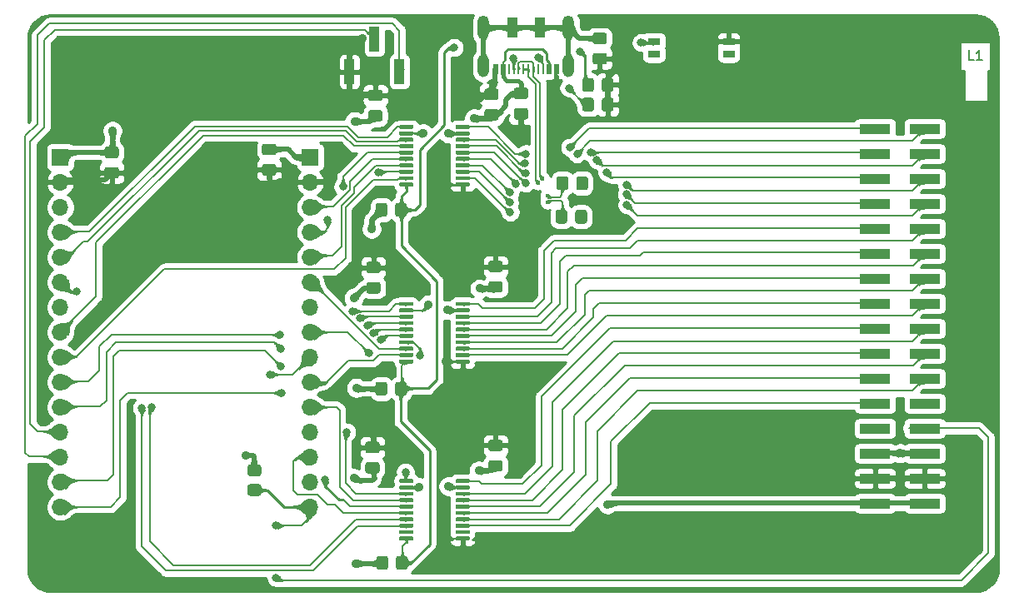
<source format=gtl>
%TF.GenerationSoftware,KiCad,Pcbnew,5.1.9+dfsg1-1+deb11u1*%
%TF.CreationDate,2025-09-19T15:47:38+02:00*%
%TF.ProjectId,ESP32-BOBOARD-5V,45535033-322d-4424-9f42-4f4152442d35,PCB_V1.1*%
%TF.SameCoordinates,Original*%
%TF.FileFunction,Copper,L1,Top*%
%TF.FilePolarity,Positive*%
%FSLAX46Y46*%
G04 Gerber Fmt 4.6, Leading zero omitted, Abs format (unit mm)*
G04 Created by KiCad (PCBNEW 5.1.9+dfsg1-1+deb11u1) date 2025-09-19 15:47:38*
%MOMM*%
%LPD*%
G01*
G04 APERTURE LIST*
%TA.AperFunction,NonConductor*%
%ADD10C,0.150000*%
%TD*%
%TA.AperFunction,ComponentPad*%
%ADD11O,1.200000X2.400000*%
%TD*%
%TA.AperFunction,ComponentPad*%
%ADD12O,1.158000X2.316000*%
%TD*%
%TA.AperFunction,SMDPad,CuDef*%
%ADD13R,1.000000X2.000000*%
%TD*%
%TA.AperFunction,SMDPad,CuDef*%
%ADD14R,0.270000X1.000000*%
%TD*%
%TA.AperFunction,SMDPad,CuDef*%
%ADD15R,0.520000X1.000000*%
%TD*%
%TA.AperFunction,SMDPad,CuDef*%
%ADD16R,1.250000X0.760000*%
%TD*%
%TA.AperFunction,ComponentPad*%
%ADD17O,1.700000X1.700000*%
%TD*%
%TA.AperFunction,ComponentPad*%
%ADD18R,1.700000X1.700000*%
%TD*%
%TA.AperFunction,SMDPad,CuDef*%
%ADD19R,1.000000X2.510000*%
%TD*%
%TA.AperFunction,SMDPad,CuDef*%
%ADD20R,3.150000X1.000000*%
%TD*%
%TA.AperFunction,ViaPad*%
%ADD21C,0.900000*%
%TD*%
%TA.AperFunction,ViaPad*%
%ADD22C,0.800000*%
%TD*%
%TA.AperFunction,ViaPad*%
%ADD23C,0.450000*%
%TD*%
%TA.AperFunction,Conductor*%
%ADD24C,0.500000*%
%TD*%
%TA.AperFunction,Conductor*%
%ADD25C,0.250000*%
%TD*%
%TA.AperFunction,Conductor*%
%ADD26C,0.200000*%
%TD*%
%TA.AperFunction,Conductor*%
%ADD27C,0.300000*%
%TD*%
%TA.AperFunction,Conductor*%
%ADD28C,0.400000*%
%TD*%
%TA.AperFunction,Conductor*%
%ADD29C,0.150000*%
%TD*%
%TA.AperFunction,Conductor*%
%ADD30C,0.254000*%
%TD*%
%TA.AperFunction,Conductor*%
%ADD31C,0.100000*%
%TD*%
%TA.AperFunction,Conductor*%
%ADD32C,0.025400*%
%TD*%
G04 APERTURE END LIST*
D10*
X217803333Y-79262380D02*
X217327142Y-79262380D01*
X217327142Y-78262380D01*
X218660476Y-79262380D02*
X218089047Y-79262380D01*
X218374761Y-79262380D02*
X218374761Y-78262380D01*
X218279523Y-78405238D01*
X218184285Y-78500476D01*
X218089047Y-78548095D01*
D11*
%TO.P,J5,S6*%
%TO.N,Net-(C10-Pad1)*%
X167980000Y-76000000D03*
%TO.P,J5,S5*%
X176620000Y-76000000D03*
D12*
%TO.P,J5,S4*%
X167980000Y-79825000D03*
%TO.P,J5,S3*%
X176620000Y-79825000D03*
D13*
%TO.P,J5,S2*%
X170900000Y-76000000D03*
%TO.P,J5,S1*%
X173700000Y-76000000D03*
D14*
%TO.P,J5,9*%
%TO.N,Net-(J5-Pad9)*%
X171050000Y-80200000D03*
%TO.P,J5,8*%
%TO.N,/USBD_N*%
X171550000Y-80200000D03*
%TO.P,J5,7*%
%TO.N,/USBD_P*%
X172050000Y-80200000D03*
%TO.P,J5,6*%
X172550000Y-80200000D03*
%TO.P,J5,5*%
%TO.N,/USBD_N*%
X173050000Y-80200000D03*
%TO.P,J5,4*%
%TO.N,Net-(J5-Pad4)*%
X173550000Y-80200000D03*
%TO.P,J5,10*%
%TO.N,Net-(J5-Pad10)*%
X170550000Y-80200000D03*
%TO.P,J5,3*%
%TO.N,Net-(J5-Pad3)*%
X174050000Y-80200000D03*
D15*
%TO.P,J5,11*%
%TO.N,+5V*%
X169950000Y-80200000D03*
%TO.P,J5,2*%
X174650000Y-80200000D03*
%TO.P,J5,12*%
%TO.N,GND*%
X169200000Y-80200000D03*
%TO.P,J5,1*%
X175400000Y-80200000D03*
%TD*%
D16*
%TO.P,SW1,4*%
%TO.N,Net-(SW1-Pad4)*%
X185300000Y-78635000D03*
%TO.P,SW1,2*%
%TO.N,GND*%
X192900000Y-77365000D03*
%TO.P,SW1,3*%
%TO.N,TXS_EN*%
X185300000Y-77365000D03*
%TO.P,SW1,1*%
%TO.N,Net-(SW1-Pad1)*%
X192900000Y-78635000D03*
%TD*%
D17*
%TO.P,J2,15*%
%TO.N,/EN*%
X150370000Y-124710000D03*
%TO.P,J2,14*%
%TO.N,/VP*%
X150370000Y-122170000D03*
%TO.P,J2,13*%
%TO.N,/VN*%
X150370000Y-119630000D03*
%TO.P,J2,12*%
%TO.N,/D34*%
X150370000Y-117090000D03*
%TO.P,J2,11*%
%TO.N,/D35*%
X150370000Y-114550000D03*
%TO.P,J2,10*%
%TO.N,/D32*%
X150370000Y-112010000D03*
%TO.P,J2,9*%
%TO.N,/D33*%
X150370000Y-109470000D03*
%TO.P,J2,8*%
%TO.N,/D25*%
X150370000Y-106930000D03*
%TO.P,J2,7*%
%TO.N,/D26*%
X150370000Y-104390000D03*
%TO.P,J2,6*%
%TO.N,/D27*%
X150370000Y-101850000D03*
%TO.P,J2,5*%
%TO.N,/D14*%
X150370000Y-99310000D03*
%TO.P,J2,4*%
%TO.N,/D12*%
X150370000Y-96770000D03*
%TO.P,J2,3*%
%TO.N,/D13*%
X150370000Y-94230000D03*
%TO.P,J2,2*%
%TO.N,GND*%
X150370000Y-91690000D03*
D18*
%TO.P,J2,1*%
%TO.N,+5V*%
X150370000Y-89150000D03*
%TD*%
D17*
%TO.P,J1,15*%
%TO.N,/D23*%
X124980000Y-124710000D03*
%TO.P,J1,14*%
%TO.N,/D22*%
X124980000Y-122170000D03*
%TO.P,J1,13*%
%TO.N,/TX0*%
X124980000Y-119630000D03*
%TO.P,J1,12*%
%TO.N,/RX0*%
X124980000Y-117090000D03*
%TO.P,J1,11*%
%TO.N,/D21*%
X124980000Y-114550000D03*
%TO.P,J1,10*%
%TO.N,/D19*%
X124980000Y-112010000D03*
%TO.P,J1,9*%
%TO.N,/D18*%
X124980000Y-109470000D03*
%TO.P,J1,8*%
%TO.N,/D5*%
X124980000Y-106930000D03*
%TO.P,J1,7*%
%TO.N,/TX2*%
X124980000Y-104390000D03*
%TO.P,J1,6*%
%TO.N,/RX2*%
X124980000Y-101850000D03*
%TO.P,J1,5*%
%TO.N,/D4*%
X124980000Y-99310000D03*
%TO.P,J1,4*%
%TO.N,/D2*%
X124980000Y-96770000D03*
%TO.P,J1,3*%
%TO.N,/D15*%
X124980000Y-94230000D03*
%TO.P,J1,2*%
%TO.N,GND*%
X124980000Y-91690000D03*
D18*
%TO.P,J1,1*%
%TO.N,+3V3*%
X124980000Y-89150000D03*
%TD*%
D19*
%TO.P,J4,2*%
%TO.N,/RX0*%
X156900000Y-77145000D03*
%TO.P,J4,3*%
%TO.N,/TX0*%
X159440000Y-80455000D03*
%TO.P,J4,1*%
%TO.N,GND*%
X154360000Y-80455000D03*
%TD*%
%TO.P,U4,20*%
%TO.N,/mD33*%
%TA.AperFunction,SMDPad,CuDef*%
G36*
G01*
X165125000Y-122175000D02*
X165125000Y-121975000D01*
G75*
G02*
X165225000Y-121875000I100000J0D01*
G01*
X166500000Y-121875000D01*
G75*
G02*
X166600000Y-121975000I0J-100000D01*
G01*
X166600000Y-122175000D01*
G75*
G02*
X166500000Y-122275000I-100000J0D01*
G01*
X165225000Y-122275000D01*
G75*
G02*
X165125000Y-122175000I0J100000D01*
G01*
G37*
%TD.AperFunction*%
%TO.P,U4,19*%
%TO.N,+5V*%
%TA.AperFunction,SMDPad,CuDef*%
G36*
G01*
X165125000Y-122825000D02*
X165125000Y-122625000D01*
G75*
G02*
X165225000Y-122525000I100000J0D01*
G01*
X166500000Y-122525000D01*
G75*
G02*
X166600000Y-122625000I0J-100000D01*
G01*
X166600000Y-122825000D01*
G75*
G02*
X166500000Y-122925000I-100000J0D01*
G01*
X165225000Y-122925000D01*
G75*
G02*
X165125000Y-122825000I0J100000D01*
G01*
G37*
%TD.AperFunction*%
%TO.P,U4,18*%
%TO.N,/mD34*%
%TA.AperFunction,SMDPad,CuDef*%
G36*
G01*
X165125000Y-123475000D02*
X165125000Y-123275000D01*
G75*
G02*
X165225000Y-123175000I100000J0D01*
G01*
X166500000Y-123175000D01*
G75*
G02*
X166600000Y-123275000I0J-100000D01*
G01*
X166600000Y-123475000D01*
G75*
G02*
X166500000Y-123575000I-100000J0D01*
G01*
X165225000Y-123575000D01*
G75*
G02*
X165125000Y-123475000I0J100000D01*
G01*
G37*
%TD.AperFunction*%
%TO.P,U4,17*%
%TO.N,/mD35*%
%TA.AperFunction,SMDPad,CuDef*%
G36*
G01*
X165125000Y-124125000D02*
X165125000Y-123925000D01*
G75*
G02*
X165225000Y-123825000I100000J0D01*
G01*
X166500000Y-123825000D01*
G75*
G02*
X166600000Y-123925000I0J-100000D01*
G01*
X166600000Y-124125000D01*
G75*
G02*
X166500000Y-124225000I-100000J0D01*
G01*
X165225000Y-124225000D01*
G75*
G02*
X165125000Y-124125000I0J100000D01*
G01*
G37*
%TD.AperFunction*%
%TO.P,U4,16*%
%TO.N,/mVP*%
%TA.AperFunction,SMDPad,CuDef*%
G36*
G01*
X165125000Y-124775000D02*
X165125000Y-124575000D01*
G75*
G02*
X165225000Y-124475000I100000J0D01*
G01*
X166500000Y-124475000D01*
G75*
G02*
X166600000Y-124575000I0J-100000D01*
G01*
X166600000Y-124775000D01*
G75*
G02*
X166500000Y-124875000I-100000J0D01*
G01*
X165225000Y-124875000D01*
G75*
G02*
X165125000Y-124775000I0J100000D01*
G01*
G37*
%TD.AperFunction*%
%TO.P,U4,15*%
%TO.N,/mVN*%
%TA.AperFunction,SMDPad,CuDef*%
G36*
G01*
X165125000Y-125425000D02*
X165125000Y-125225000D01*
G75*
G02*
X165225000Y-125125000I100000J0D01*
G01*
X166500000Y-125125000D01*
G75*
G02*
X166600000Y-125225000I0J-100000D01*
G01*
X166600000Y-125425000D01*
G75*
G02*
X166500000Y-125525000I-100000J0D01*
G01*
X165225000Y-125525000D01*
G75*
G02*
X165125000Y-125425000I0J100000D01*
G01*
G37*
%TD.AperFunction*%
%TO.P,U4,14*%
%TO.N,/mRX2*%
%TA.AperFunction,SMDPad,CuDef*%
G36*
G01*
X165125000Y-126075000D02*
X165125000Y-125875000D01*
G75*
G02*
X165225000Y-125775000I100000J0D01*
G01*
X166500000Y-125775000D01*
G75*
G02*
X166600000Y-125875000I0J-100000D01*
G01*
X166600000Y-126075000D01*
G75*
G02*
X166500000Y-126175000I-100000J0D01*
G01*
X165225000Y-126175000D01*
G75*
G02*
X165125000Y-126075000I0J100000D01*
G01*
G37*
%TD.AperFunction*%
%TO.P,U4,13*%
%TO.N,/mTX2*%
%TA.AperFunction,SMDPad,CuDef*%
G36*
G01*
X165125000Y-126725000D02*
X165125000Y-126525000D01*
G75*
G02*
X165225000Y-126425000I100000J0D01*
G01*
X166500000Y-126425000D01*
G75*
G02*
X166600000Y-126525000I0J-100000D01*
G01*
X166600000Y-126725000D01*
G75*
G02*
X166500000Y-126825000I-100000J0D01*
G01*
X165225000Y-126825000D01*
G75*
G02*
X165125000Y-126725000I0J100000D01*
G01*
G37*
%TD.AperFunction*%
%TO.P,U4,12*%
%TO.N,Net-(U4-Pad12)*%
%TA.AperFunction,SMDPad,CuDef*%
G36*
G01*
X165125000Y-127375000D02*
X165125000Y-127175000D01*
G75*
G02*
X165225000Y-127075000I100000J0D01*
G01*
X166500000Y-127075000D01*
G75*
G02*
X166600000Y-127175000I0J-100000D01*
G01*
X166600000Y-127375000D01*
G75*
G02*
X166500000Y-127475000I-100000J0D01*
G01*
X165225000Y-127475000D01*
G75*
G02*
X165125000Y-127375000I0J100000D01*
G01*
G37*
%TD.AperFunction*%
%TO.P,U4,11*%
%TO.N,GND*%
%TA.AperFunction,SMDPad,CuDef*%
G36*
G01*
X165125000Y-128025000D02*
X165125000Y-127825000D01*
G75*
G02*
X165225000Y-127725000I100000J0D01*
G01*
X166500000Y-127725000D01*
G75*
G02*
X166600000Y-127825000I0J-100000D01*
G01*
X166600000Y-128025000D01*
G75*
G02*
X166500000Y-128125000I-100000J0D01*
G01*
X165225000Y-128125000D01*
G75*
G02*
X165125000Y-128025000I0J100000D01*
G01*
G37*
%TD.AperFunction*%
%TO.P,U4,10*%
%TO.N,TXS_EN*%
%TA.AperFunction,SMDPad,CuDef*%
G36*
G01*
X159400000Y-128025000D02*
X159400000Y-127825000D01*
G75*
G02*
X159500000Y-127725000I100000J0D01*
G01*
X160775000Y-127725000D01*
G75*
G02*
X160875000Y-127825000I0J-100000D01*
G01*
X160875000Y-128025000D01*
G75*
G02*
X160775000Y-128125000I-100000J0D01*
G01*
X159500000Y-128125000D01*
G75*
G02*
X159400000Y-128025000I0J100000D01*
G01*
G37*
%TD.AperFunction*%
%TO.P,U4,9*%
%TO.N,Net-(U4-Pad9)*%
%TA.AperFunction,SMDPad,CuDef*%
G36*
G01*
X159400000Y-127375000D02*
X159400000Y-127175000D01*
G75*
G02*
X159500000Y-127075000I100000J0D01*
G01*
X160775000Y-127075000D01*
G75*
G02*
X160875000Y-127175000I0J-100000D01*
G01*
X160875000Y-127375000D01*
G75*
G02*
X160775000Y-127475000I-100000J0D01*
G01*
X159500000Y-127475000D01*
G75*
G02*
X159400000Y-127375000I0J100000D01*
G01*
G37*
%TD.AperFunction*%
%TO.P,U4,8*%
%TO.N,/TX2*%
%TA.AperFunction,SMDPad,CuDef*%
G36*
G01*
X159400000Y-126725000D02*
X159400000Y-126525000D01*
G75*
G02*
X159500000Y-126425000I100000J0D01*
G01*
X160775000Y-126425000D01*
G75*
G02*
X160875000Y-126525000I0J-100000D01*
G01*
X160875000Y-126725000D01*
G75*
G02*
X160775000Y-126825000I-100000J0D01*
G01*
X159500000Y-126825000D01*
G75*
G02*
X159400000Y-126725000I0J100000D01*
G01*
G37*
%TD.AperFunction*%
%TO.P,U4,7*%
%TO.N,/RX2*%
%TA.AperFunction,SMDPad,CuDef*%
G36*
G01*
X159400000Y-126075000D02*
X159400000Y-125875000D01*
G75*
G02*
X159500000Y-125775000I100000J0D01*
G01*
X160775000Y-125775000D01*
G75*
G02*
X160875000Y-125875000I0J-100000D01*
G01*
X160875000Y-126075000D01*
G75*
G02*
X160775000Y-126175000I-100000J0D01*
G01*
X159500000Y-126175000D01*
G75*
G02*
X159400000Y-126075000I0J100000D01*
G01*
G37*
%TD.AperFunction*%
%TO.P,U4,6*%
%TO.N,/VN*%
%TA.AperFunction,SMDPad,CuDef*%
G36*
G01*
X159400000Y-125425000D02*
X159400000Y-125225000D01*
G75*
G02*
X159500000Y-125125000I100000J0D01*
G01*
X160775000Y-125125000D01*
G75*
G02*
X160875000Y-125225000I0J-100000D01*
G01*
X160875000Y-125425000D01*
G75*
G02*
X160775000Y-125525000I-100000J0D01*
G01*
X159500000Y-125525000D01*
G75*
G02*
X159400000Y-125425000I0J100000D01*
G01*
G37*
%TD.AperFunction*%
%TO.P,U4,5*%
%TO.N,/VP*%
%TA.AperFunction,SMDPad,CuDef*%
G36*
G01*
X159400000Y-124775000D02*
X159400000Y-124575000D01*
G75*
G02*
X159500000Y-124475000I100000J0D01*
G01*
X160775000Y-124475000D01*
G75*
G02*
X160875000Y-124575000I0J-100000D01*
G01*
X160875000Y-124775000D01*
G75*
G02*
X160775000Y-124875000I-100000J0D01*
G01*
X159500000Y-124875000D01*
G75*
G02*
X159400000Y-124775000I0J100000D01*
G01*
G37*
%TD.AperFunction*%
%TO.P,U4,4*%
%TO.N,/D35*%
%TA.AperFunction,SMDPad,CuDef*%
G36*
G01*
X159400000Y-124125000D02*
X159400000Y-123925000D01*
G75*
G02*
X159500000Y-123825000I100000J0D01*
G01*
X160775000Y-123825000D01*
G75*
G02*
X160875000Y-123925000I0J-100000D01*
G01*
X160875000Y-124125000D01*
G75*
G02*
X160775000Y-124225000I-100000J0D01*
G01*
X159500000Y-124225000D01*
G75*
G02*
X159400000Y-124125000I0J100000D01*
G01*
G37*
%TD.AperFunction*%
%TO.P,U4,3*%
%TO.N,/D34*%
%TA.AperFunction,SMDPad,CuDef*%
G36*
G01*
X159400000Y-123475000D02*
X159400000Y-123275000D01*
G75*
G02*
X159500000Y-123175000I100000J0D01*
G01*
X160775000Y-123175000D01*
G75*
G02*
X160875000Y-123275000I0J-100000D01*
G01*
X160875000Y-123475000D01*
G75*
G02*
X160775000Y-123575000I-100000J0D01*
G01*
X159500000Y-123575000D01*
G75*
G02*
X159400000Y-123475000I0J100000D01*
G01*
G37*
%TD.AperFunction*%
%TO.P,U4,2*%
%TO.N,+3V3*%
%TA.AperFunction,SMDPad,CuDef*%
G36*
G01*
X159400000Y-122825000D02*
X159400000Y-122625000D01*
G75*
G02*
X159500000Y-122525000I100000J0D01*
G01*
X160775000Y-122525000D01*
G75*
G02*
X160875000Y-122625000I0J-100000D01*
G01*
X160875000Y-122825000D01*
G75*
G02*
X160775000Y-122925000I-100000J0D01*
G01*
X159500000Y-122925000D01*
G75*
G02*
X159400000Y-122825000I0J100000D01*
G01*
G37*
%TD.AperFunction*%
%TO.P,U4,1*%
%TO.N,/D33*%
%TA.AperFunction,SMDPad,CuDef*%
G36*
G01*
X159400000Y-122175000D02*
X159400000Y-121975000D01*
G75*
G02*
X159500000Y-121875000I100000J0D01*
G01*
X160775000Y-121875000D01*
G75*
G02*
X160875000Y-121975000I0J-100000D01*
G01*
X160875000Y-122175000D01*
G75*
G02*
X160775000Y-122275000I-100000J0D01*
G01*
X159500000Y-122275000D01*
G75*
G02*
X159400000Y-122175000I0J100000D01*
G01*
G37*
%TD.AperFunction*%
%TD*%
%TO.P,U3,20*%
%TO.N,/mD19*%
%TA.AperFunction,SMDPad,CuDef*%
G36*
G01*
X165125000Y-104175000D02*
X165125000Y-103975000D01*
G75*
G02*
X165225000Y-103875000I100000J0D01*
G01*
X166500000Y-103875000D01*
G75*
G02*
X166600000Y-103975000I0J-100000D01*
G01*
X166600000Y-104175000D01*
G75*
G02*
X166500000Y-104275000I-100000J0D01*
G01*
X165225000Y-104275000D01*
G75*
G02*
X165125000Y-104175000I0J100000D01*
G01*
G37*
%TD.AperFunction*%
%TO.P,U3,19*%
%TO.N,+5V*%
%TA.AperFunction,SMDPad,CuDef*%
G36*
G01*
X165125000Y-104825000D02*
X165125000Y-104625000D01*
G75*
G02*
X165225000Y-104525000I100000J0D01*
G01*
X166500000Y-104525000D01*
G75*
G02*
X166600000Y-104625000I0J-100000D01*
G01*
X166600000Y-104825000D01*
G75*
G02*
X166500000Y-104925000I-100000J0D01*
G01*
X165225000Y-104925000D01*
G75*
G02*
X165125000Y-104825000I0J100000D01*
G01*
G37*
%TD.AperFunction*%
%TO.P,U3,18*%
%TO.N,/mD21*%
%TA.AperFunction,SMDPad,CuDef*%
G36*
G01*
X165125000Y-105475000D02*
X165125000Y-105275000D01*
G75*
G02*
X165225000Y-105175000I100000J0D01*
G01*
X166500000Y-105175000D01*
G75*
G02*
X166600000Y-105275000I0J-100000D01*
G01*
X166600000Y-105475000D01*
G75*
G02*
X166500000Y-105575000I-100000J0D01*
G01*
X165225000Y-105575000D01*
G75*
G02*
X165125000Y-105475000I0J100000D01*
G01*
G37*
%TD.AperFunction*%
%TO.P,U3,17*%
%TO.N,/mD22*%
%TA.AperFunction,SMDPad,CuDef*%
G36*
G01*
X165125000Y-106125000D02*
X165125000Y-105925000D01*
G75*
G02*
X165225000Y-105825000I100000J0D01*
G01*
X166500000Y-105825000D01*
G75*
G02*
X166600000Y-105925000I0J-100000D01*
G01*
X166600000Y-106125000D01*
G75*
G02*
X166500000Y-106225000I-100000J0D01*
G01*
X165225000Y-106225000D01*
G75*
G02*
X165125000Y-106125000I0J100000D01*
G01*
G37*
%TD.AperFunction*%
%TO.P,U3,16*%
%TO.N,/mD23*%
%TA.AperFunction,SMDPad,CuDef*%
G36*
G01*
X165125000Y-106775000D02*
X165125000Y-106575000D01*
G75*
G02*
X165225000Y-106475000I100000J0D01*
G01*
X166500000Y-106475000D01*
G75*
G02*
X166600000Y-106575000I0J-100000D01*
G01*
X166600000Y-106775000D01*
G75*
G02*
X166500000Y-106875000I-100000J0D01*
G01*
X165225000Y-106875000D01*
G75*
G02*
X165125000Y-106775000I0J100000D01*
G01*
G37*
%TD.AperFunction*%
%TO.P,U3,15*%
%TO.N,/mD25*%
%TA.AperFunction,SMDPad,CuDef*%
G36*
G01*
X165125000Y-107425000D02*
X165125000Y-107225000D01*
G75*
G02*
X165225000Y-107125000I100000J0D01*
G01*
X166500000Y-107125000D01*
G75*
G02*
X166600000Y-107225000I0J-100000D01*
G01*
X166600000Y-107425000D01*
G75*
G02*
X166500000Y-107525000I-100000J0D01*
G01*
X165225000Y-107525000D01*
G75*
G02*
X165125000Y-107425000I0J100000D01*
G01*
G37*
%TD.AperFunction*%
%TO.P,U3,14*%
%TO.N,/mD26*%
%TA.AperFunction,SMDPad,CuDef*%
G36*
G01*
X165125000Y-108075000D02*
X165125000Y-107875000D01*
G75*
G02*
X165225000Y-107775000I100000J0D01*
G01*
X166500000Y-107775000D01*
G75*
G02*
X166600000Y-107875000I0J-100000D01*
G01*
X166600000Y-108075000D01*
G75*
G02*
X166500000Y-108175000I-100000J0D01*
G01*
X165225000Y-108175000D01*
G75*
G02*
X165125000Y-108075000I0J100000D01*
G01*
G37*
%TD.AperFunction*%
%TO.P,U3,13*%
%TO.N,/mD27*%
%TA.AperFunction,SMDPad,CuDef*%
G36*
G01*
X165125000Y-108725000D02*
X165125000Y-108525000D01*
G75*
G02*
X165225000Y-108425000I100000J0D01*
G01*
X166500000Y-108425000D01*
G75*
G02*
X166600000Y-108525000I0J-100000D01*
G01*
X166600000Y-108725000D01*
G75*
G02*
X166500000Y-108825000I-100000J0D01*
G01*
X165225000Y-108825000D01*
G75*
G02*
X165125000Y-108725000I0J100000D01*
G01*
G37*
%TD.AperFunction*%
%TO.P,U3,12*%
%TO.N,/mD32*%
%TA.AperFunction,SMDPad,CuDef*%
G36*
G01*
X165125000Y-109375000D02*
X165125000Y-109175000D01*
G75*
G02*
X165225000Y-109075000I100000J0D01*
G01*
X166500000Y-109075000D01*
G75*
G02*
X166600000Y-109175000I0J-100000D01*
G01*
X166600000Y-109375000D01*
G75*
G02*
X166500000Y-109475000I-100000J0D01*
G01*
X165225000Y-109475000D01*
G75*
G02*
X165125000Y-109375000I0J100000D01*
G01*
G37*
%TD.AperFunction*%
%TO.P,U3,11*%
%TO.N,GND*%
%TA.AperFunction,SMDPad,CuDef*%
G36*
G01*
X165125000Y-110025000D02*
X165125000Y-109825000D01*
G75*
G02*
X165225000Y-109725000I100000J0D01*
G01*
X166500000Y-109725000D01*
G75*
G02*
X166600000Y-109825000I0J-100000D01*
G01*
X166600000Y-110025000D01*
G75*
G02*
X166500000Y-110125000I-100000J0D01*
G01*
X165225000Y-110125000D01*
G75*
G02*
X165125000Y-110025000I0J100000D01*
G01*
G37*
%TD.AperFunction*%
%TO.P,U3,10*%
%TO.N,TXS_EN*%
%TA.AperFunction,SMDPad,CuDef*%
G36*
G01*
X159400000Y-110025000D02*
X159400000Y-109825000D01*
G75*
G02*
X159500000Y-109725000I100000J0D01*
G01*
X160775000Y-109725000D01*
G75*
G02*
X160875000Y-109825000I0J-100000D01*
G01*
X160875000Y-110025000D01*
G75*
G02*
X160775000Y-110125000I-100000J0D01*
G01*
X159500000Y-110125000D01*
G75*
G02*
X159400000Y-110025000I0J100000D01*
G01*
G37*
%TD.AperFunction*%
%TO.P,U3,9*%
%TO.N,/D32*%
%TA.AperFunction,SMDPad,CuDef*%
G36*
G01*
X159400000Y-109375000D02*
X159400000Y-109175000D01*
G75*
G02*
X159500000Y-109075000I100000J0D01*
G01*
X160775000Y-109075000D01*
G75*
G02*
X160875000Y-109175000I0J-100000D01*
G01*
X160875000Y-109375000D01*
G75*
G02*
X160775000Y-109475000I-100000J0D01*
G01*
X159500000Y-109475000D01*
G75*
G02*
X159400000Y-109375000I0J100000D01*
G01*
G37*
%TD.AperFunction*%
%TO.P,U3,8*%
%TO.N,/D27*%
%TA.AperFunction,SMDPad,CuDef*%
G36*
G01*
X159400000Y-108725000D02*
X159400000Y-108525000D01*
G75*
G02*
X159500000Y-108425000I100000J0D01*
G01*
X160775000Y-108425000D01*
G75*
G02*
X160875000Y-108525000I0J-100000D01*
G01*
X160875000Y-108725000D01*
G75*
G02*
X160775000Y-108825000I-100000J0D01*
G01*
X159500000Y-108825000D01*
G75*
G02*
X159400000Y-108725000I0J100000D01*
G01*
G37*
%TD.AperFunction*%
%TO.P,U3,7*%
%TO.N,/D26*%
%TA.AperFunction,SMDPad,CuDef*%
G36*
G01*
X159400000Y-108075000D02*
X159400000Y-107875000D01*
G75*
G02*
X159500000Y-107775000I100000J0D01*
G01*
X160775000Y-107775000D01*
G75*
G02*
X160875000Y-107875000I0J-100000D01*
G01*
X160875000Y-108075000D01*
G75*
G02*
X160775000Y-108175000I-100000J0D01*
G01*
X159500000Y-108175000D01*
G75*
G02*
X159400000Y-108075000I0J100000D01*
G01*
G37*
%TD.AperFunction*%
%TO.P,U3,6*%
%TO.N,/D25*%
%TA.AperFunction,SMDPad,CuDef*%
G36*
G01*
X159400000Y-107425000D02*
X159400000Y-107225000D01*
G75*
G02*
X159500000Y-107125000I100000J0D01*
G01*
X160775000Y-107125000D01*
G75*
G02*
X160875000Y-107225000I0J-100000D01*
G01*
X160875000Y-107425000D01*
G75*
G02*
X160775000Y-107525000I-100000J0D01*
G01*
X159500000Y-107525000D01*
G75*
G02*
X159400000Y-107425000I0J100000D01*
G01*
G37*
%TD.AperFunction*%
%TO.P,U3,5*%
%TO.N,/D23*%
%TA.AperFunction,SMDPad,CuDef*%
G36*
G01*
X159400000Y-106775000D02*
X159400000Y-106575000D01*
G75*
G02*
X159500000Y-106475000I100000J0D01*
G01*
X160775000Y-106475000D01*
G75*
G02*
X160875000Y-106575000I0J-100000D01*
G01*
X160875000Y-106775000D01*
G75*
G02*
X160775000Y-106875000I-100000J0D01*
G01*
X159500000Y-106875000D01*
G75*
G02*
X159400000Y-106775000I0J100000D01*
G01*
G37*
%TD.AperFunction*%
%TO.P,U3,4*%
%TO.N,/D22*%
%TA.AperFunction,SMDPad,CuDef*%
G36*
G01*
X159400000Y-106125000D02*
X159400000Y-105925000D01*
G75*
G02*
X159500000Y-105825000I100000J0D01*
G01*
X160775000Y-105825000D01*
G75*
G02*
X160875000Y-105925000I0J-100000D01*
G01*
X160875000Y-106125000D01*
G75*
G02*
X160775000Y-106225000I-100000J0D01*
G01*
X159500000Y-106225000D01*
G75*
G02*
X159400000Y-106125000I0J100000D01*
G01*
G37*
%TD.AperFunction*%
%TO.P,U3,3*%
%TO.N,/D21*%
%TA.AperFunction,SMDPad,CuDef*%
G36*
G01*
X159400000Y-105475000D02*
X159400000Y-105275000D01*
G75*
G02*
X159500000Y-105175000I100000J0D01*
G01*
X160775000Y-105175000D01*
G75*
G02*
X160875000Y-105275000I0J-100000D01*
G01*
X160875000Y-105475000D01*
G75*
G02*
X160775000Y-105575000I-100000J0D01*
G01*
X159500000Y-105575000D01*
G75*
G02*
X159400000Y-105475000I0J100000D01*
G01*
G37*
%TD.AperFunction*%
%TO.P,U3,2*%
%TO.N,+3V3*%
%TA.AperFunction,SMDPad,CuDef*%
G36*
G01*
X159400000Y-104825000D02*
X159400000Y-104625000D01*
G75*
G02*
X159500000Y-104525000I100000J0D01*
G01*
X160775000Y-104525000D01*
G75*
G02*
X160875000Y-104625000I0J-100000D01*
G01*
X160875000Y-104825000D01*
G75*
G02*
X160775000Y-104925000I-100000J0D01*
G01*
X159500000Y-104925000D01*
G75*
G02*
X159400000Y-104825000I0J100000D01*
G01*
G37*
%TD.AperFunction*%
%TO.P,U3,1*%
%TO.N,/D19*%
%TA.AperFunction,SMDPad,CuDef*%
G36*
G01*
X159400000Y-104175000D02*
X159400000Y-103975000D01*
G75*
G02*
X159500000Y-103875000I100000J0D01*
G01*
X160775000Y-103875000D01*
G75*
G02*
X160875000Y-103975000I0J-100000D01*
G01*
X160875000Y-104175000D01*
G75*
G02*
X160775000Y-104275000I-100000J0D01*
G01*
X159500000Y-104275000D01*
G75*
G02*
X159400000Y-104175000I0J100000D01*
G01*
G37*
%TD.AperFunction*%
%TD*%
%TO.P,U1,20*%
%TO.N,/mD2*%
%TA.AperFunction,SMDPad,CuDef*%
G36*
G01*
X165125000Y-86175000D02*
X165125000Y-85975000D01*
G75*
G02*
X165225000Y-85875000I100000J0D01*
G01*
X166500000Y-85875000D01*
G75*
G02*
X166600000Y-85975000I0J-100000D01*
G01*
X166600000Y-86175000D01*
G75*
G02*
X166500000Y-86275000I-100000J0D01*
G01*
X165225000Y-86275000D01*
G75*
G02*
X165125000Y-86175000I0J100000D01*
G01*
G37*
%TD.AperFunction*%
%TO.P,U1,19*%
%TO.N,+5V*%
%TA.AperFunction,SMDPad,CuDef*%
G36*
G01*
X165125000Y-86825000D02*
X165125000Y-86625000D01*
G75*
G02*
X165225000Y-86525000I100000J0D01*
G01*
X166500000Y-86525000D01*
G75*
G02*
X166600000Y-86625000I0J-100000D01*
G01*
X166600000Y-86825000D01*
G75*
G02*
X166500000Y-86925000I-100000J0D01*
G01*
X165225000Y-86925000D01*
G75*
G02*
X165125000Y-86825000I0J100000D01*
G01*
G37*
%TD.AperFunction*%
%TO.P,U1,18*%
%TO.N,/mD4*%
%TA.AperFunction,SMDPad,CuDef*%
G36*
G01*
X165125000Y-87475000D02*
X165125000Y-87275000D01*
G75*
G02*
X165225000Y-87175000I100000J0D01*
G01*
X166500000Y-87175000D01*
G75*
G02*
X166600000Y-87275000I0J-100000D01*
G01*
X166600000Y-87475000D01*
G75*
G02*
X166500000Y-87575000I-100000J0D01*
G01*
X165225000Y-87575000D01*
G75*
G02*
X165125000Y-87475000I0J100000D01*
G01*
G37*
%TD.AperFunction*%
%TO.P,U1,17*%
%TO.N,/mD5*%
%TA.AperFunction,SMDPad,CuDef*%
G36*
G01*
X165125000Y-88125000D02*
X165125000Y-87925000D01*
G75*
G02*
X165225000Y-87825000I100000J0D01*
G01*
X166500000Y-87825000D01*
G75*
G02*
X166600000Y-87925000I0J-100000D01*
G01*
X166600000Y-88125000D01*
G75*
G02*
X166500000Y-88225000I-100000J0D01*
G01*
X165225000Y-88225000D01*
G75*
G02*
X165125000Y-88125000I0J100000D01*
G01*
G37*
%TD.AperFunction*%
%TO.P,U1,16*%
%TO.N,/mD12*%
%TA.AperFunction,SMDPad,CuDef*%
G36*
G01*
X165125000Y-88775000D02*
X165125000Y-88575000D01*
G75*
G02*
X165225000Y-88475000I100000J0D01*
G01*
X166500000Y-88475000D01*
G75*
G02*
X166600000Y-88575000I0J-100000D01*
G01*
X166600000Y-88775000D01*
G75*
G02*
X166500000Y-88875000I-100000J0D01*
G01*
X165225000Y-88875000D01*
G75*
G02*
X165125000Y-88775000I0J100000D01*
G01*
G37*
%TD.AperFunction*%
%TO.P,U1,15*%
%TO.N,/mD13*%
%TA.AperFunction,SMDPad,CuDef*%
G36*
G01*
X165125000Y-89425000D02*
X165125000Y-89225000D01*
G75*
G02*
X165225000Y-89125000I100000J0D01*
G01*
X166500000Y-89125000D01*
G75*
G02*
X166600000Y-89225000I0J-100000D01*
G01*
X166600000Y-89425000D01*
G75*
G02*
X166500000Y-89525000I-100000J0D01*
G01*
X165225000Y-89525000D01*
G75*
G02*
X165125000Y-89425000I0J100000D01*
G01*
G37*
%TD.AperFunction*%
%TO.P,U1,14*%
%TO.N,/mD14*%
%TA.AperFunction,SMDPad,CuDef*%
G36*
G01*
X165125000Y-90075000D02*
X165125000Y-89875000D01*
G75*
G02*
X165225000Y-89775000I100000J0D01*
G01*
X166500000Y-89775000D01*
G75*
G02*
X166600000Y-89875000I0J-100000D01*
G01*
X166600000Y-90075000D01*
G75*
G02*
X166500000Y-90175000I-100000J0D01*
G01*
X165225000Y-90175000D01*
G75*
G02*
X165125000Y-90075000I0J100000D01*
G01*
G37*
%TD.AperFunction*%
%TO.P,U1,13*%
%TO.N,/mD15*%
%TA.AperFunction,SMDPad,CuDef*%
G36*
G01*
X165125000Y-90725000D02*
X165125000Y-90525000D01*
G75*
G02*
X165225000Y-90425000I100000J0D01*
G01*
X166500000Y-90425000D01*
G75*
G02*
X166600000Y-90525000I0J-100000D01*
G01*
X166600000Y-90725000D01*
G75*
G02*
X166500000Y-90825000I-100000J0D01*
G01*
X165225000Y-90825000D01*
G75*
G02*
X165125000Y-90725000I0J100000D01*
G01*
G37*
%TD.AperFunction*%
%TO.P,U1,12*%
%TO.N,/mD18*%
%TA.AperFunction,SMDPad,CuDef*%
G36*
G01*
X165125000Y-91375000D02*
X165125000Y-91175000D01*
G75*
G02*
X165225000Y-91075000I100000J0D01*
G01*
X166500000Y-91075000D01*
G75*
G02*
X166600000Y-91175000I0J-100000D01*
G01*
X166600000Y-91375000D01*
G75*
G02*
X166500000Y-91475000I-100000J0D01*
G01*
X165225000Y-91475000D01*
G75*
G02*
X165125000Y-91375000I0J100000D01*
G01*
G37*
%TD.AperFunction*%
%TO.P,U1,11*%
%TO.N,GND*%
%TA.AperFunction,SMDPad,CuDef*%
G36*
G01*
X165125000Y-92025000D02*
X165125000Y-91825000D01*
G75*
G02*
X165225000Y-91725000I100000J0D01*
G01*
X166500000Y-91725000D01*
G75*
G02*
X166600000Y-91825000I0J-100000D01*
G01*
X166600000Y-92025000D01*
G75*
G02*
X166500000Y-92125000I-100000J0D01*
G01*
X165225000Y-92125000D01*
G75*
G02*
X165125000Y-92025000I0J100000D01*
G01*
G37*
%TD.AperFunction*%
%TO.P,U1,10*%
%TO.N,TXS_EN*%
%TA.AperFunction,SMDPad,CuDef*%
G36*
G01*
X159400000Y-92025000D02*
X159400000Y-91825000D01*
G75*
G02*
X159500000Y-91725000I100000J0D01*
G01*
X160775000Y-91725000D01*
G75*
G02*
X160875000Y-91825000I0J-100000D01*
G01*
X160875000Y-92025000D01*
G75*
G02*
X160775000Y-92125000I-100000J0D01*
G01*
X159500000Y-92125000D01*
G75*
G02*
X159400000Y-92025000I0J100000D01*
G01*
G37*
%TD.AperFunction*%
%TO.P,U1,9*%
%TO.N,/D18*%
%TA.AperFunction,SMDPad,CuDef*%
G36*
G01*
X159400000Y-91375000D02*
X159400000Y-91175000D01*
G75*
G02*
X159500000Y-91075000I100000J0D01*
G01*
X160775000Y-91075000D01*
G75*
G02*
X160875000Y-91175000I0J-100000D01*
G01*
X160875000Y-91375000D01*
G75*
G02*
X160775000Y-91475000I-100000J0D01*
G01*
X159500000Y-91475000D01*
G75*
G02*
X159400000Y-91375000I0J100000D01*
G01*
G37*
%TD.AperFunction*%
%TO.P,U1,8*%
%TO.N,/D15*%
%TA.AperFunction,SMDPad,CuDef*%
G36*
G01*
X159400000Y-90725000D02*
X159400000Y-90525000D01*
G75*
G02*
X159500000Y-90425000I100000J0D01*
G01*
X160775000Y-90425000D01*
G75*
G02*
X160875000Y-90525000I0J-100000D01*
G01*
X160875000Y-90725000D01*
G75*
G02*
X160775000Y-90825000I-100000J0D01*
G01*
X159500000Y-90825000D01*
G75*
G02*
X159400000Y-90725000I0J100000D01*
G01*
G37*
%TD.AperFunction*%
%TO.P,U1,7*%
%TO.N,/D14*%
%TA.AperFunction,SMDPad,CuDef*%
G36*
G01*
X159400000Y-90075000D02*
X159400000Y-89875000D01*
G75*
G02*
X159500000Y-89775000I100000J0D01*
G01*
X160775000Y-89775000D01*
G75*
G02*
X160875000Y-89875000I0J-100000D01*
G01*
X160875000Y-90075000D01*
G75*
G02*
X160775000Y-90175000I-100000J0D01*
G01*
X159500000Y-90175000D01*
G75*
G02*
X159400000Y-90075000I0J100000D01*
G01*
G37*
%TD.AperFunction*%
%TO.P,U1,6*%
%TO.N,/D13*%
%TA.AperFunction,SMDPad,CuDef*%
G36*
G01*
X159400000Y-89425000D02*
X159400000Y-89225000D01*
G75*
G02*
X159500000Y-89125000I100000J0D01*
G01*
X160775000Y-89125000D01*
G75*
G02*
X160875000Y-89225000I0J-100000D01*
G01*
X160875000Y-89425000D01*
G75*
G02*
X160775000Y-89525000I-100000J0D01*
G01*
X159500000Y-89525000D01*
G75*
G02*
X159400000Y-89425000I0J100000D01*
G01*
G37*
%TD.AperFunction*%
%TO.P,U1,5*%
%TO.N,/D12*%
%TA.AperFunction,SMDPad,CuDef*%
G36*
G01*
X159400000Y-88775000D02*
X159400000Y-88575000D01*
G75*
G02*
X159500000Y-88475000I100000J0D01*
G01*
X160775000Y-88475000D01*
G75*
G02*
X160875000Y-88575000I0J-100000D01*
G01*
X160875000Y-88775000D01*
G75*
G02*
X160775000Y-88875000I-100000J0D01*
G01*
X159500000Y-88875000D01*
G75*
G02*
X159400000Y-88775000I0J100000D01*
G01*
G37*
%TD.AperFunction*%
%TO.P,U1,4*%
%TO.N,/D5*%
%TA.AperFunction,SMDPad,CuDef*%
G36*
G01*
X159400000Y-88125000D02*
X159400000Y-87925000D01*
G75*
G02*
X159500000Y-87825000I100000J0D01*
G01*
X160775000Y-87825000D01*
G75*
G02*
X160875000Y-87925000I0J-100000D01*
G01*
X160875000Y-88125000D01*
G75*
G02*
X160775000Y-88225000I-100000J0D01*
G01*
X159500000Y-88225000D01*
G75*
G02*
X159400000Y-88125000I0J100000D01*
G01*
G37*
%TD.AperFunction*%
%TO.P,U1,3*%
%TO.N,/D4*%
%TA.AperFunction,SMDPad,CuDef*%
G36*
G01*
X159400000Y-87475000D02*
X159400000Y-87275000D01*
G75*
G02*
X159500000Y-87175000I100000J0D01*
G01*
X160775000Y-87175000D01*
G75*
G02*
X160875000Y-87275000I0J-100000D01*
G01*
X160875000Y-87475000D01*
G75*
G02*
X160775000Y-87575000I-100000J0D01*
G01*
X159500000Y-87575000D01*
G75*
G02*
X159400000Y-87475000I0J100000D01*
G01*
G37*
%TD.AperFunction*%
%TO.P,U1,2*%
%TO.N,+3V3*%
%TA.AperFunction,SMDPad,CuDef*%
G36*
G01*
X159400000Y-86825000D02*
X159400000Y-86625000D01*
G75*
G02*
X159500000Y-86525000I100000J0D01*
G01*
X160775000Y-86525000D01*
G75*
G02*
X160875000Y-86625000I0J-100000D01*
G01*
X160875000Y-86825000D01*
G75*
G02*
X160775000Y-86925000I-100000J0D01*
G01*
X159500000Y-86925000D01*
G75*
G02*
X159400000Y-86825000I0J100000D01*
G01*
G37*
%TD.AperFunction*%
%TO.P,U1,1*%
%TO.N,/D2*%
%TA.AperFunction,SMDPad,CuDef*%
G36*
G01*
X159400000Y-86175000D02*
X159400000Y-85975000D01*
G75*
G02*
X159500000Y-85875000I100000J0D01*
G01*
X160775000Y-85875000D01*
G75*
G02*
X160875000Y-85975000I0J-100000D01*
G01*
X160875000Y-86175000D01*
G75*
G02*
X160775000Y-86275000I-100000J0D01*
G01*
X159500000Y-86275000D01*
G75*
G02*
X159400000Y-86175000I0J100000D01*
G01*
G37*
%TD.AperFunction*%
%TD*%
D20*
%TO.P,J3,1*%
%TO.N,/mD2*%
X207775000Y-86250000D03*
%TO.P,J3,2*%
%TO.N,/mD4*%
X212825000Y-86250000D03*
%TO.P,J3,3*%
%TO.N,/mD5*%
X207775000Y-88790000D03*
%TO.P,J3,4*%
%TO.N,/mD12*%
X212825000Y-88790000D03*
%TO.P,J3,5*%
%TO.N,/mD13*%
X207775000Y-91330000D03*
%TO.P,J3,6*%
%TO.N,/mD14*%
X212825000Y-91330000D03*
%TO.P,J3,7*%
%TO.N,/mD15*%
X207775000Y-93870000D03*
%TO.P,J3,8*%
%TO.N,/mD18*%
X212825000Y-93870000D03*
%TO.P,J3,9*%
%TO.N,/mD19*%
X207775000Y-96410000D03*
%TO.P,J3,10*%
%TO.N,/mD21*%
X212825000Y-96410000D03*
%TO.P,J3,11*%
%TO.N,/mD22*%
X207775000Y-98950000D03*
%TO.P,J3,12*%
%TO.N,/mD23*%
X212825000Y-98950000D03*
%TO.P,J3,13*%
%TO.N,/mD25*%
X207775000Y-101490000D03*
%TO.P,J3,14*%
%TO.N,/mD26*%
X212825000Y-101490000D03*
%TO.P,J3,15*%
%TO.N,/mD27*%
X207775000Y-104030000D03*
%TO.P,J3,16*%
%TO.N,/mD32*%
X212825000Y-104030000D03*
%TO.P,J3,17*%
%TO.N,/mD33*%
X207775000Y-106570000D03*
%TO.P,J3,18*%
%TO.N,/mD34*%
X212825000Y-106570000D03*
%TO.P,J3,19*%
%TO.N,/mD35*%
X207775000Y-109110000D03*
%TO.P,J3,20*%
%TO.N,/mVP*%
X212825000Y-109110000D03*
%TO.P,J3,21*%
%TO.N,/mVN*%
X207775000Y-111650000D03*
%TO.P,J3,22*%
%TO.N,/mRX2*%
X212825000Y-111650000D03*
%TO.P,J3,23*%
%TO.N,/mTX2*%
X207775000Y-114190000D03*
%TO.P,J3,24*%
%TO.N,Net-(J3-Pad24)*%
X212825000Y-114190000D03*
%TO.P,J3,25*%
%TO.N,Net-(J3-Pad25)*%
X207775000Y-116730000D03*
%TO.P,J3,26*%
%TO.N,/EN*%
X212825000Y-116730000D03*
%TO.P,J3,27*%
%TO.N,+3V3*%
X207775000Y-119270000D03*
%TO.P,J3,28*%
X212825000Y-119270000D03*
%TO.P,J3,29*%
%TO.N,GND*%
X207775000Y-121810000D03*
%TO.P,J3,30*%
X212825000Y-121810000D03*
%TO.P,J3,31*%
%TO.N,+5V*%
X207775000Y-124350000D03*
%TO.P,J3,32*%
X212825000Y-124350000D03*
%TD*%
%TO.P,C1,1*%
%TO.N,+3V3*%
%TA.AperFunction,SMDPad,CuDef*%
G36*
G01*
X129725000Y-88075000D02*
X130675000Y-88075000D01*
G75*
G02*
X130925000Y-88325000I0J-250000D01*
G01*
X130925000Y-89000000D01*
G75*
G02*
X130675000Y-89250000I-250000J0D01*
G01*
X129725000Y-89250000D01*
G75*
G02*
X129475000Y-89000000I0J250000D01*
G01*
X129475000Y-88325000D01*
G75*
G02*
X129725000Y-88075000I250000J0D01*
G01*
G37*
%TD.AperFunction*%
%TO.P,C1,2*%
%TO.N,GND*%
%TA.AperFunction,SMDPad,CuDef*%
G36*
G01*
X129725000Y-90150000D02*
X130675000Y-90150000D01*
G75*
G02*
X130925000Y-90400000I0J-250000D01*
G01*
X130925000Y-91075000D01*
G75*
G02*
X130675000Y-91325000I-250000J0D01*
G01*
X129725000Y-91325000D01*
G75*
G02*
X129475000Y-91075000I0J250000D01*
G01*
X129475000Y-90400000D01*
G75*
G02*
X129725000Y-90150000I250000J0D01*
G01*
G37*
%TD.AperFunction*%
%TD*%
%TO.P,C2,1*%
%TO.N,+5V*%
%TA.AperFunction,SMDPad,CuDef*%
G36*
G01*
X145725000Y-87775000D02*
X146675000Y-87775000D01*
G75*
G02*
X146925000Y-88025000I0J-250000D01*
G01*
X146925000Y-88700000D01*
G75*
G02*
X146675000Y-88950000I-250000J0D01*
G01*
X145725000Y-88950000D01*
G75*
G02*
X145475000Y-88700000I0J250000D01*
G01*
X145475000Y-88025000D01*
G75*
G02*
X145725000Y-87775000I250000J0D01*
G01*
G37*
%TD.AperFunction*%
%TO.P,C2,2*%
%TO.N,GND*%
%TA.AperFunction,SMDPad,CuDef*%
G36*
G01*
X145725000Y-89850000D02*
X146675000Y-89850000D01*
G75*
G02*
X146925000Y-90100000I0J-250000D01*
G01*
X146925000Y-90775000D01*
G75*
G02*
X146675000Y-91025000I-250000J0D01*
G01*
X145725000Y-91025000D01*
G75*
G02*
X145475000Y-90775000I0J250000D01*
G01*
X145475000Y-90100000D01*
G75*
G02*
X145725000Y-89850000I250000J0D01*
G01*
G37*
%TD.AperFunction*%
%TD*%
%TO.P,C3,1*%
%TO.N,+5V*%
%TA.AperFunction,SMDPad,CuDef*%
G36*
G01*
X169275000Y-85425000D02*
X168325000Y-85425000D01*
G75*
G02*
X168075000Y-85175000I0J250000D01*
G01*
X168075000Y-84500000D01*
G75*
G02*
X168325000Y-84250000I250000J0D01*
G01*
X169275000Y-84250000D01*
G75*
G02*
X169525000Y-84500000I0J-250000D01*
G01*
X169525000Y-85175000D01*
G75*
G02*
X169275000Y-85425000I-250000J0D01*
G01*
G37*
%TD.AperFunction*%
%TO.P,C3,2*%
%TO.N,GND*%
%TA.AperFunction,SMDPad,CuDef*%
G36*
G01*
X169275000Y-83350000D02*
X168325000Y-83350000D01*
G75*
G02*
X168075000Y-83100000I0J250000D01*
G01*
X168075000Y-82425000D01*
G75*
G02*
X168325000Y-82175000I250000J0D01*
G01*
X169275000Y-82175000D01*
G75*
G02*
X169525000Y-82425000I0J-250000D01*
G01*
X169525000Y-83100000D01*
G75*
G02*
X169275000Y-83350000I-250000J0D01*
G01*
G37*
%TD.AperFunction*%
%TD*%
%TO.P,C4,1*%
%TO.N,+3V3*%
%TA.AperFunction,SMDPad,CuDef*%
G36*
G01*
X157475000Y-85525000D02*
X156525000Y-85525000D01*
G75*
G02*
X156275000Y-85275000I0J250000D01*
G01*
X156275000Y-84600000D01*
G75*
G02*
X156525000Y-84350000I250000J0D01*
G01*
X157475000Y-84350000D01*
G75*
G02*
X157725000Y-84600000I0J-250000D01*
G01*
X157725000Y-85275000D01*
G75*
G02*
X157475000Y-85525000I-250000J0D01*
G01*
G37*
%TD.AperFunction*%
%TO.P,C4,2*%
%TO.N,GND*%
%TA.AperFunction,SMDPad,CuDef*%
G36*
G01*
X157475000Y-83450000D02*
X156525000Y-83450000D01*
G75*
G02*
X156275000Y-83200000I0J250000D01*
G01*
X156275000Y-82525000D01*
G75*
G02*
X156525000Y-82275000I250000J0D01*
G01*
X157475000Y-82275000D01*
G75*
G02*
X157725000Y-82525000I0J-250000D01*
G01*
X157725000Y-83200000D01*
G75*
G02*
X157475000Y-83450000I-250000J0D01*
G01*
G37*
%TD.AperFunction*%
%TD*%
%TO.P,C5,1*%
%TO.N,+5V*%
%TA.AperFunction,SMDPad,CuDef*%
G36*
G01*
X169675000Y-102925000D02*
X168725000Y-102925000D01*
G75*
G02*
X168475000Y-102675000I0J250000D01*
G01*
X168475000Y-102000000D01*
G75*
G02*
X168725000Y-101750000I250000J0D01*
G01*
X169675000Y-101750000D01*
G75*
G02*
X169925000Y-102000000I0J-250000D01*
G01*
X169925000Y-102675000D01*
G75*
G02*
X169675000Y-102925000I-250000J0D01*
G01*
G37*
%TD.AperFunction*%
%TO.P,C5,2*%
%TO.N,GND*%
%TA.AperFunction,SMDPad,CuDef*%
G36*
G01*
X169675000Y-100850000D02*
X168725000Y-100850000D01*
G75*
G02*
X168475000Y-100600000I0J250000D01*
G01*
X168475000Y-99925000D01*
G75*
G02*
X168725000Y-99675000I250000J0D01*
G01*
X169675000Y-99675000D01*
G75*
G02*
X169925000Y-99925000I0J-250000D01*
G01*
X169925000Y-100600000D01*
G75*
G02*
X169675000Y-100850000I-250000J0D01*
G01*
G37*
%TD.AperFunction*%
%TD*%
%TO.P,C6,2*%
%TO.N,GND*%
%TA.AperFunction,SMDPad,CuDef*%
G36*
G01*
X157275000Y-100950000D02*
X156325000Y-100950000D01*
G75*
G02*
X156075000Y-100700000I0J250000D01*
G01*
X156075000Y-100025000D01*
G75*
G02*
X156325000Y-99775000I250000J0D01*
G01*
X157275000Y-99775000D01*
G75*
G02*
X157525000Y-100025000I0J-250000D01*
G01*
X157525000Y-100700000D01*
G75*
G02*
X157275000Y-100950000I-250000J0D01*
G01*
G37*
%TD.AperFunction*%
%TO.P,C6,1*%
%TO.N,+3V3*%
%TA.AperFunction,SMDPad,CuDef*%
G36*
G01*
X157275000Y-103025000D02*
X156325000Y-103025000D01*
G75*
G02*
X156075000Y-102775000I0J250000D01*
G01*
X156075000Y-102100000D01*
G75*
G02*
X156325000Y-101850000I250000J0D01*
G01*
X157275000Y-101850000D01*
G75*
G02*
X157525000Y-102100000I0J-250000D01*
G01*
X157525000Y-102775000D01*
G75*
G02*
X157275000Y-103025000I-250000J0D01*
G01*
G37*
%TD.AperFunction*%
%TD*%
%TO.P,C7,1*%
%TO.N,+5V*%
%TA.AperFunction,SMDPad,CuDef*%
G36*
G01*
X169675000Y-121125000D02*
X168725000Y-121125000D01*
G75*
G02*
X168475000Y-120875000I0J250000D01*
G01*
X168475000Y-120200000D01*
G75*
G02*
X168725000Y-119950000I250000J0D01*
G01*
X169675000Y-119950000D01*
G75*
G02*
X169925000Y-120200000I0J-250000D01*
G01*
X169925000Y-120875000D01*
G75*
G02*
X169675000Y-121125000I-250000J0D01*
G01*
G37*
%TD.AperFunction*%
%TO.P,C7,2*%
%TO.N,GND*%
%TA.AperFunction,SMDPad,CuDef*%
G36*
G01*
X169675000Y-119050000D02*
X168725000Y-119050000D01*
G75*
G02*
X168475000Y-118800000I0J250000D01*
G01*
X168475000Y-118125000D01*
G75*
G02*
X168725000Y-117875000I250000J0D01*
G01*
X169675000Y-117875000D01*
G75*
G02*
X169925000Y-118125000I0J-250000D01*
G01*
X169925000Y-118800000D01*
G75*
G02*
X169675000Y-119050000I-250000J0D01*
G01*
G37*
%TD.AperFunction*%
%TD*%
%TO.P,C8,2*%
%TO.N,GND*%
%TA.AperFunction,SMDPad,CuDef*%
G36*
G01*
X157175000Y-119250000D02*
X156225000Y-119250000D01*
G75*
G02*
X155975000Y-119000000I0J250000D01*
G01*
X155975000Y-118325000D01*
G75*
G02*
X156225000Y-118075000I250000J0D01*
G01*
X157175000Y-118075000D01*
G75*
G02*
X157425000Y-118325000I0J-250000D01*
G01*
X157425000Y-119000000D01*
G75*
G02*
X157175000Y-119250000I-250000J0D01*
G01*
G37*
%TD.AperFunction*%
%TO.P,C8,1*%
%TO.N,+3V3*%
%TA.AperFunction,SMDPad,CuDef*%
G36*
G01*
X157175000Y-121325000D02*
X156225000Y-121325000D01*
G75*
G02*
X155975000Y-121075000I0J250000D01*
G01*
X155975000Y-120400000D01*
G75*
G02*
X156225000Y-120150000I250000J0D01*
G01*
X157175000Y-120150000D01*
G75*
G02*
X157425000Y-120400000I0J-250000D01*
G01*
X157425000Y-121075000D01*
G75*
G02*
X157175000Y-121325000I-250000J0D01*
G01*
G37*
%TD.AperFunction*%
%TD*%
%TO.P,R5,2*%
%TO.N,GND*%
%TA.AperFunction,SMDPad,CuDef*%
G36*
G01*
X180000000Y-82250001D02*
X180000000Y-81349999D01*
G75*
G02*
X180249999Y-81100000I249999J0D01*
G01*
X180950001Y-81100000D01*
G75*
G02*
X181200000Y-81349999I0J-249999D01*
G01*
X181200000Y-82250001D01*
G75*
G02*
X180950001Y-82500000I-249999J0D01*
G01*
X180249999Y-82500000D01*
G75*
G02*
X180000000Y-82250001I0J249999D01*
G01*
G37*
%TD.AperFunction*%
%TO.P,R5,1*%
%TO.N,Net-(J5-Pad3)*%
%TA.AperFunction,SMDPad,CuDef*%
G36*
G01*
X178000000Y-82250001D02*
X178000000Y-81349999D01*
G75*
G02*
X178249999Y-81100000I249999J0D01*
G01*
X178950001Y-81100000D01*
G75*
G02*
X179200000Y-81349999I0J-249999D01*
G01*
X179200000Y-82250001D01*
G75*
G02*
X178950001Y-82500000I-249999J0D01*
G01*
X178249999Y-82500000D01*
G75*
G02*
X178000000Y-82250001I0J249999D01*
G01*
G37*
%TD.AperFunction*%
%TD*%
%TO.P,R6,1*%
%TO.N,GND*%
%TA.AperFunction,SMDPad,CuDef*%
G36*
G01*
X181200000Y-83349999D02*
X181200000Y-84250001D01*
G75*
G02*
X180950001Y-84500000I-249999J0D01*
G01*
X180249999Y-84500000D01*
G75*
G02*
X180000000Y-84250001I0J249999D01*
G01*
X180000000Y-83349999D01*
G75*
G02*
X180249999Y-83100000I249999J0D01*
G01*
X180950001Y-83100000D01*
G75*
G02*
X181200000Y-83349999I0J-249999D01*
G01*
G37*
%TD.AperFunction*%
%TO.P,R6,2*%
%TO.N,Net-(J5-Pad9)*%
%TA.AperFunction,SMDPad,CuDef*%
G36*
G01*
X179200000Y-83349999D02*
X179200000Y-84250001D01*
G75*
G02*
X178950001Y-84500000I-249999J0D01*
G01*
X178249999Y-84500000D01*
G75*
G02*
X178000000Y-84250001I0J249999D01*
G01*
X178000000Y-83349999D01*
G75*
G02*
X178249999Y-83100000I249999J0D01*
G01*
X178950001Y-83100000D01*
G75*
G02*
X179200000Y-83349999I0J-249999D01*
G01*
G37*
%TD.AperFunction*%
%TD*%
%TO.P,C10,1*%
%TO.N,Net-(C10-Pad1)*%
%TA.AperFunction,SMDPad,CuDef*%
G36*
G01*
X179325000Y-76475000D02*
X180275000Y-76475000D01*
G75*
G02*
X180525000Y-76725000I0J-250000D01*
G01*
X180525000Y-77400000D01*
G75*
G02*
X180275000Y-77650000I-250000J0D01*
G01*
X179325000Y-77650000D01*
G75*
G02*
X179075000Y-77400000I0J250000D01*
G01*
X179075000Y-76725000D01*
G75*
G02*
X179325000Y-76475000I250000J0D01*
G01*
G37*
%TD.AperFunction*%
%TO.P,C10,2*%
%TO.N,GND*%
%TA.AperFunction,SMDPad,CuDef*%
G36*
G01*
X179325000Y-78550000D02*
X180275000Y-78550000D01*
G75*
G02*
X180525000Y-78800000I0J-250000D01*
G01*
X180525000Y-79475000D01*
G75*
G02*
X180275000Y-79725000I-250000J0D01*
G01*
X179325000Y-79725000D01*
G75*
G02*
X179075000Y-79475000I0J250000D01*
G01*
X179075000Y-78800000D01*
G75*
G02*
X179325000Y-78550000I250000J0D01*
G01*
G37*
%TD.AperFunction*%
%TD*%
%TO.P,C9,1*%
%TO.N,+5V*%
%TA.AperFunction,SMDPad,CuDef*%
G36*
G01*
X171325000Y-82075000D02*
X172275000Y-82075000D01*
G75*
G02*
X172525000Y-82325000I0J-250000D01*
G01*
X172525000Y-83000000D01*
G75*
G02*
X172275000Y-83250000I-250000J0D01*
G01*
X171325000Y-83250000D01*
G75*
G02*
X171075000Y-83000000I0J250000D01*
G01*
X171075000Y-82325000D01*
G75*
G02*
X171325000Y-82075000I250000J0D01*
G01*
G37*
%TD.AperFunction*%
%TO.P,C9,2*%
%TO.N,GND*%
%TA.AperFunction,SMDPad,CuDef*%
G36*
G01*
X171325000Y-84150000D02*
X172275000Y-84150000D01*
G75*
G02*
X172525000Y-84400000I0J-250000D01*
G01*
X172525000Y-85075000D01*
G75*
G02*
X172275000Y-85325000I-250000J0D01*
G01*
X171325000Y-85325000D01*
G75*
G02*
X171075000Y-85075000I0J250000D01*
G01*
X171075000Y-84400000D01*
G75*
G02*
X171325000Y-84150000I250000J0D01*
G01*
G37*
%TD.AperFunction*%
%TD*%
%TO.P,R7,1*%
%TO.N,/USBD_N*%
%TA.AperFunction,SMDPad,CuDef*%
G36*
G01*
X175300000Y-95650001D02*
X175300000Y-94749999D01*
G75*
G02*
X175549999Y-94500000I249999J0D01*
G01*
X176250001Y-94500000D01*
G75*
G02*
X176500000Y-94749999I0J-249999D01*
G01*
X176500000Y-95650001D01*
G75*
G02*
X176250001Y-95900000I-249999J0D01*
G01*
X175549999Y-95900000D01*
G75*
G02*
X175300000Y-95650001I0J249999D01*
G01*
G37*
%TD.AperFunction*%
%TO.P,R7,2*%
%TO.N,Net-(R7-Pad2)*%
%TA.AperFunction,SMDPad,CuDef*%
G36*
G01*
X177300000Y-95650001D02*
X177300000Y-94749999D01*
G75*
G02*
X177549999Y-94500000I249999J0D01*
G01*
X178250001Y-94500000D01*
G75*
G02*
X178500000Y-94749999I0J-249999D01*
G01*
X178500000Y-95650001D01*
G75*
G02*
X178250001Y-95900000I-249999J0D01*
G01*
X177549999Y-95900000D01*
G75*
G02*
X177300000Y-95650001I0J249999D01*
G01*
G37*
%TD.AperFunction*%
%TD*%
%TO.P,R8,2*%
%TO.N,Net-(R8-Pad2)*%
%TA.AperFunction,SMDPad,CuDef*%
G36*
G01*
X177400000Y-92250001D02*
X177400000Y-91349999D01*
G75*
G02*
X177649999Y-91100000I249999J0D01*
G01*
X178350001Y-91100000D01*
G75*
G02*
X178600000Y-91349999I0J-249999D01*
G01*
X178600000Y-92250001D01*
G75*
G02*
X178350001Y-92500000I-249999J0D01*
G01*
X177649999Y-92500000D01*
G75*
G02*
X177400000Y-92250001I0J249999D01*
G01*
G37*
%TD.AperFunction*%
%TO.P,R8,1*%
%TO.N,/USBD_P*%
%TA.AperFunction,SMDPad,CuDef*%
G36*
G01*
X175400000Y-92250001D02*
X175400000Y-91349999D01*
G75*
G02*
X175649999Y-91100000I249999J0D01*
G01*
X176350001Y-91100000D01*
G75*
G02*
X176600000Y-91349999I0J-249999D01*
G01*
X176600000Y-92250001D01*
G75*
G02*
X176350001Y-92500000I-249999J0D01*
G01*
X175649999Y-92500000D01*
G75*
G02*
X175400000Y-92250001I0J249999D01*
G01*
G37*
%TD.AperFunction*%
%TD*%
%TO.P,R1,1*%
%TO.N,TXS_EN*%
%TA.AperFunction,SMDPad,CuDef*%
G36*
G01*
X160200000Y-94049999D02*
X160200000Y-94950001D01*
G75*
G02*
X159950001Y-95200000I-249999J0D01*
G01*
X159249999Y-95200000D01*
G75*
G02*
X159000000Y-94950001I0J249999D01*
G01*
X159000000Y-94049999D01*
G75*
G02*
X159249999Y-93800000I249999J0D01*
G01*
X159950001Y-93800000D01*
G75*
G02*
X160200000Y-94049999I0J-249999D01*
G01*
G37*
%TD.AperFunction*%
%TO.P,R1,2*%
%TO.N,+3V3*%
%TA.AperFunction,SMDPad,CuDef*%
G36*
G01*
X158200000Y-94049999D02*
X158200000Y-94950001D01*
G75*
G02*
X157950001Y-95200000I-249999J0D01*
G01*
X157249999Y-95200000D01*
G75*
G02*
X157000000Y-94950001I0J249999D01*
G01*
X157000000Y-94049999D01*
G75*
G02*
X157249999Y-93800000I249999J0D01*
G01*
X157950001Y-93800000D01*
G75*
G02*
X158200000Y-94049999I0J-249999D01*
G01*
G37*
%TD.AperFunction*%
%TD*%
%TO.P,R2,2*%
%TO.N,+3V3*%
%TA.AperFunction,SMDPad,CuDef*%
G36*
G01*
X145150001Y-121600000D02*
X144249999Y-121600000D01*
G75*
G02*
X144000000Y-121350001I0J249999D01*
G01*
X144000000Y-120649999D01*
G75*
G02*
X144249999Y-120400000I249999J0D01*
G01*
X145150001Y-120400000D01*
G75*
G02*
X145400000Y-120649999I0J-249999D01*
G01*
X145400000Y-121350001D01*
G75*
G02*
X145150001Y-121600000I-249999J0D01*
G01*
G37*
%TD.AperFunction*%
%TO.P,R2,1*%
%TO.N,/EN*%
%TA.AperFunction,SMDPad,CuDef*%
G36*
G01*
X145150001Y-123600000D02*
X144249999Y-123600000D01*
G75*
G02*
X144000000Y-123350001I0J249999D01*
G01*
X144000000Y-122649999D01*
G75*
G02*
X144249999Y-122400000I249999J0D01*
G01*
X145150001Y-122400000D01*
G75*
G02*
X145400000Y-122649999I0J-249999D01*
G01*
X145400000Y-123350001D01*
G75*
G02*
X145150001Y-123600000I-249999J0D01*
G01*
G37*
%TD.AperFunction*%
%TD*%
%TO.P,R3,2*%
%TO.N,+3V3*%
%TA.AperFunction,SMDPad,CuDef*%
G36*
G01*
X158200000Y-112249999D02*
X158200000Y-113150001D01*
G75*
G02*
X157950001Y-113400000I-249999J0D01*
G01*
X157249999Y-113400000D01*
G75*
G02*
X157000000Y-113150001I0J249999D01*
G01*
X157000000Y-112249999D01*
G75*
G02*
X157249999Y-112000000I249999J0D01*
G01*
X157950001Y-112000000D01*
G75*
G02*
X158200000Y-112249999I0J-249999D01*
G01*
G37*
%TD.AperFunction*%
%TO.P,R3,1*%
%TO.N,TXS_EN*%
%TA.AperFunction,SMDPad,CuDef*%
G36*
G01*
X160200000Y-112249999D02*
X160200000Y-113150001D01*
G75*
G02*
X159950001Y-113400000I-249999J0D01*
G01*
X159249999Y-113400000D01*
G75*
G02*
X159000000Y-113150001I0J249999D01*
G01*
X159000000Y-112249999D01*
G75*
G02*
X159249999Y-112000000I249999J0D01*
G01*
X159950001Y-112000000D01*
G75*
G02*
X160200000Y-112249999I0J-249999D01*
G01*
G37*
%TD.AperFunction*%
%TD*%
%TO.P,R4,1*%
%TO.N,TXS_EN*%
%TA.AperFunction,SMDPad,CuDef*%
G36*
G01*
X160300000Y-129949999D02*
X160300000Y-130850001D01*
G75*
G02*
X160050001Y-131100000I-249999J0D01*
G01*
X159349999Y-131100000D01*
G75*
G02*
X159100000Y-130850001I0J249999D01*
G01*
X159100000Y-129949999D01*
G75*
G02*
X159349999Y-129700000I249999J0D01*
G01*
X160050001Y-129700000D01*
G75*
G02*
X160300000Y-129949999I0J-249999D01*
G01*
G37*
%TD.AperFunction*%
%TO.P,R4,2*%
%TO.N,+3V3*%
%TA.AperFunction,SMDPad,CuDef*%
G36*
G01*
X158300000Y-129949999D02*
X158300000Y-130850001D01*
G75*
G02*
X158050001Y-131100000I-249999J0D01*
G01*
X157349999Y-131100000D01*
G75*
G02*
X157100000Y-130850001I0J249999D01*
G01*
X157100000Y-129949999D01*
G75*
G02*
X157349999Y-129700000I249999J0D01*
G01*
X158050001Y-129700000D01*
G75*
G02*
X158300000Y-129949999I0J-249999D01*
G01*
G37*
%TD.AperFunction*%
%TD*%
D21*
%TO.N,GND*%
X174900000Y-88800000D03*
X156850000Y-98900000D03*
X169200000Y-98850000D03*
X156800000Y-117050000D03*
X164150000Y-109900000D03*
X164300000Y-91950000D03*
X164250000Y-128000000D03*
X152710000Y-90410000D03*
X155646451Y-77093547D03*
X210370000Y-121750000D03*
X194500000Y-77500000D03*
X127450000Y-90440000D03*
X154750000Y-82750000D03*
X147309998Y-91690000D03*
X169200000Y-116899998D03*
X166185618Y-82964031D03*
X171800000Y-86200000D03*
X181500000Y-79200002D03*
%TO.N,+5V*%
X164400000Y-86750000D03*
X164350000Y-104700000D03*
X164400000Y-122600000D03*
X180600000Y-124450000D03*
X167600000Y-102500000D03*
X167500000Y-121000000D03*
X167043795Y-85205788D03*
%TO.N,+3V3*%
X143840000Y-119490000D03*
X161856141Y-86715206D03*
X156600000Y-96450000D03*
X154879506Y-85492053D03*
X154800000Y-103450000D03*
X155050000Y-112600000D03*
X161450000Y-122700000D03*
X155000000Y-130450000D03*
X162366929Y-104137261D03*
X130270000Y-86470000D03*
X210320000Y-119250000D03*
X154801733Y-121770010D03*
D22*
%TO.N,/D23*%
X156805669Y-107045718D03*
X147450000Y-113100000D03*
%TO.N,/D22*%
X156200000Y-106250000D03*
X147400000Y-110450000D03*
%TO.N,/D21*%
X155407108Y-105507108D03*
X147350000Y-108600000D03*
%TO.N,/D19*%
X154700000Y-104800000D03*
X147300000Y-107200000D03*
%TO.N,/TX2*%
X133250000Y-114650000D03*
%TO.N,/RX2*%
X134300000Y-114550000D03*
X126670000Y-102800000D03*
%TO.N,/D15*%
X157307475Y-90682475D03*
%TO.N,/EN*%
X146900000Y-126600000D03*
X146900000Y-131900000D03*
%TO.N,/VP*%
X151900000Y-121960000D03*
%TO.N,/D34*%
X154080010Y-117100000D03*
%TO.N,/D33*%
X160050000Y-121150000D03*
X146290000Y-111230000D03*
%TO.N,/D25*%
X157563764Y-107697865D03*
X156328518Y-109078518D03*
%TO.N,/D26*%
X161516919Y-109299232D03*
%TO.N,/D12*%
X153696418Y-92147283D03*
X152140000Y-95520000D03*
%TO.N,/mD18*%
X170709678Y-94745515D03*
X182550000Y-94000000D03*
%TO.N,/mD15*%
X170643312Y-93747718D03*
X182506053Y-92930003D03*
%TO.N,/mD14*%
X170665772Y-92747969D03*
X182500000Y-91930010D03*
%TO.N,/mD13*%
X171278496Y-91843803D03*
X180526853Y-90730010D03*
%TO.N,/mD12*%
X172301996Y-91789217D03*
X179512764Y-89448830D03*
%TO.N,/mD5*%
X172251153Y-90790508D03*
X178850000Y-88700000D03*
%TO.N,/mD4*%
X172222699Y-89790911D03*
X177497411Y-88814365D03*
%TO.N,/mD2*%
X172292370Y-88793339D03*
X176750000Y-88150000D03*
%TO.N,Net-(J5-Pad9)*%
X176640000Y-82110000D03*
X171040000Y-79060000D03*
%TO.N,Net-(J5-Pad3)*%
X173575000Y-78990000D03*
X177800000Y-78400000D03*
D23*
%TO.N,/USBD_N*%
X173962133Y-91337867D03*
X174450000Y-93700000D03*
%TO.N,/USBD_P*%
X173537867Y-91762133D03*
X174450000Y-93100000D03*
D22*
%TO.N,TXS_EN*%
X165000000Y-78000000D03*
X184000000Y-77500000D03*
%TD*%
D24*
%TO.N,GND*%
X156850000Y-100287500D02*
X156850000Y-98900000D01*
X169250000Y-98900000D02*
X169200000Y-98850000D01*
X169250000Y-100287500D02*
X169250000Y-98900000D01*
X156850000Y-117100000D02*
X156800000Y-117050000D01*
X156850000Y-118237500D02*
X156850000Y-117100000D01*
D25*
X164175000Y-109925000D02*
X164150000Y-109900000D01*
X165862500Y-109925000D02*
X164175000Y-109925000D01*
X164325000Y-91925000D02*
X164300000Y-91950000D01*
X165862500Y-91925000D02*
X164325000Y-91925000D01*
D26*
X164325000Y-127925000D02*
X164250000Y-128000000D01*
X165862500Y-127925000D02*
X164325000Y-127925000D01*
D24*
X154360000Y-78379998D02*
X155646451Y-77093547D01*
X154360000Y-82360000D02*
X154360000Y-78379998D01*
X154737500Y-82737500D02*
X154360000Y-82360000D01*
X156900000Y-82737500D02*
X154737500Y-82737500D01*
X210380000Y-121760000D02*
X210370000Y-121750000D01*
X212855000Y-121760000D02*
X210380000Y-121760000D01*
X210380000Y-121760000D02*
X207805000Y-121760000D01*
X151823998Y-91620000D02*
X151996999Y-91446999D01*
X151996999Y-91123001D02*
X152710000Y-90410000D01*
X151996999Y-91446999D02*
X151996999Y-91123001D01*
X125217500Y-91452500D02*
X124980000Y-91690000D01*
X126342500Y-91452500D02*
X125217500Y-91452500D01*
X150440000Y-91620000D02*
X150370000Y-91690000D01*
X151823998Y-91620000D02*
X150440000Y-91620000D01*
X194365000Y-77365000D02*
X194500000Y-77500000D01*
X192900000Y-77365000D02*
X194365000Y-77365000D01*
X127450000Y-91425000D02*
X127450000Y-90440000D01*
X127422500Y-91452500D02*
X127450000Y-91425000D01*
X126342500Y-91452500D02*
X127422500Y-91452500D01*
X129512500Y-91425000D02*
X130200000Y-90737500D01*
X127450000Y-91425000D02*
X129512500Y-91425000D01*
X156900000Y-82737500D02*
X154762500Y-82737500D01*
X154762500Y-82737500D02*
X154750000Y-82750000D01*
X147309998Y-91690000D02*
X146490000Y-91690000D01*
X146200000Y-91400000D02*
X146200000Y-90437500D01*
X146490000Y-91690000D02*
X146200000Y-91400000D01*
X169200000Y-118187500D02*
X169200000Y-116899998D01*
X169139999Y-81788966D02*
X167514935Y-83414030D01*
X169139999Y-80200000D02*
X169139999Y-81788966D01*
X166635617Y-83414030D02*
X166185618Y-82964031D01*
X167514935Y-83414030D02*
X166635617Y-83414030D01*
D27*
X175360001Y-88339999D02*
X174900000Y-88800000D01*
X175360001Y-80329999D02*
X175360001Y-88339999D01*
X175400000Y-80290000D02*
X175360001Y-80329999D01*
X175400000Y-80200000D02*
X175400000Y-80290000D01*
D24*
X171800000Y-84737500D02*
X171800000Y-86200000D01*
X179800000Y-79137500D02*
X181437498Y-79137500D01*
X181437498Y-79137500D02*
X181500000Y-79200002D01*
X180600000Y-83800000D02*
X180600000Y-81800000D01*
X180600000Y-81800000D02*
X180600000Y-81100000D01*
X181500000Y-80200000D02*
X181500000Y-79200002D01*
X180600000Y-81100000D02*
X181500000Y-80200000D01*
D25*
%TO.N,+5V*%
X164425000Y-86725000D02*
X164400000Y-86750000D01*
X165862500Y-86725000D02*
X164425000Y-86725000D01*
X164375000Y-104725000D02*
X164350000Y-104700000D01*
X165862500Y-104725000D02*
X164375000Y-104725000D01*
D26*
X164525000Y-122725000D02*
X164400000Y-122600000D01*
X165862500Y-122725000D02*
X164525000Y-122725000D01*
D25*
X174610001Y-79505203D02*
X174400000Y-79295202D01*
X174610001Y-80160001D02*
X174610001Y-79505203D01*
X174650000Y-80200000D02*
X174610001Y-80160001D01*
X174400000Y-79295202D02*
X174400000Y-78580000D01*
X174400000Y-78580000D02*
X173950000Y-78130000D01*
X173950000Y-78130000D02*
X170460000Y-78130000D01*
X170460000Y-78130000D02*
X170200000Y-78390000D01*
X170200000Y-78390000D02*
X170200000Y-79300000D01*
D26*
X170014999Y-79915001D02*
X170014999Y-79548220D01*
X169950000Y-79980000D02*
X170014999Y-79915001D01*
X169950000Y-80200000D02*
X169950000Y-79980000D01*
X170065060Y-79434940D02*
X170200000Y-79300000D01*
X170018789Y-79546650D02*
X170065060Y-79434940D01*
X170014999Y-79548220D02*
X170018789Y-79546650D01*
D24*
X180730000Y-124320000D02*
X180600000Y-124450000D01*
X212835000Y-124320000D02*
X180730000Y-124320000D01*
X212855000Y-124300000D02*
X212835000Y-124320000D01*
X148107500Y-88337500D02*
X148850000Y-89080000D01*
X146250000Y-88337500D02*
X148107500Y-88337500D01*
X150300000Y-89080000D02*
X150370000Y-89150000D01*
X148850000Y-89080000D02*
X150300000Y-89080000D01*
D28*
X169950000Y-80955002D02*
X170344998Y-81350000D01*
X171540000Y-81350000D02*
X171800000Y-81610000D01*
X170344998Y-81350000D02*
X171540000Y-81350000D01*
X169950000Y-80200000D02*
X169950000Y-80955002D01*
D24*
X169037500Y-102500000D02*
X169200000Y-102337500D01*
X167600000Y-102500000D02*
X169037500Y-102500000D01*
X168737500Y-121000000D02*
X169200000Y-120537500D01*
X167500000Y-121000000D02*
X168737500Y-121000000D01*
X168431712Y-85205788D02*
X167043795Y-85205788D01*
X168800000Y-84837500D02*
X168431712Y-85205788D01*
D28*
X171800000Y-81610000D02*
X171800000Y-82662500D01*
D24*
X170937500Y-82662500D02*
X171800000Y-82662500D01*
X170250000Y-83350000D02*
X170937500Y-82662500D01*
X169362500Y-84837500D02*
X170250000Y-83950000D01*
X170250000Y-83950000D02*
X170250000Y-83350000D01*
X168800000Y-84837500D02*
X169362500Y-84837500D01*
D26*
%TO.N,+3V3*%
X161846347Y-86725000D02*
X161856141Y-86715206D01*
X160137500Y-86725000D02*
X161846347Y-86725000D01*
D25*
X161425000Y-122725000D02*
X161450000Y-122700000D01*
X160137500Y-122725000D02*
X161425000Y-122725000D01*
D26*
X160137500Y-104725000D02*
X161779190Y-104725000D01*
X161779190Y-104725000D02*
X162366929Y-104137261D01*
D24*
X130270000Y-88327500D02*
X130270000Y-86470000D01*
X210350000Y-119220000D02*
X210320000Y-119250000D01*
X210440000Y-119220000D02*
X210350000Y-119220000D01*
X212855000Y-119220000D02*
X210440000Y-119220000D01*
X210440000Y-119220000D02*
X207805000Y-119220000D01*
X144640000Y-119590000D02*
X144640000Y-120890000D01*
X144540000Y-119490000D02*
X144640000Y-119590000D01*
X143840000Y-119490000D02*
X144540000Y-119490000D01*
X124970000Y-89150000D02*
X124910000Y-89090000D01*
X124980000Y-89150000D02*
X124970000Y-89150000D01*
X130270000Y-88327500D02*
X130257500Y-88340000D01*
X125467500Y-88662500D02*
X124980000Y-89150000D01*
X130200000Y-88662500D02*
X125467500Y-88662500D01*
X156445447Y-85492053D02*
X154879506Y-85492053D01*
X157000000Y-84937500D02*
X156445447Y-85492053D01*
X155812500Y-102437500D02*
X154800000Y-103450000D01*
X156800000Y-102437500D02*
X155812500Y-102437500D01*
X156850000Y-120887500D02*
X156700000Y-120737500D01*
X156850000Y-121850000D02*
X156850000Y-120887500D01*
X156700000Y-122000000D02*
X156850000Y-121850000D01*
X155031723Y-122000000D02*
X156700000Y-122000000D01*
X154801733Y-121770010D02*
X155031723Y-122000000D01*
X156600000Y-95500000D02*
X156600000Y-96450000D01*
X157600000Y-94500000D02*
X156600000Y-95500000D01*
X155150000Y-112700000D02*
X155050000Y-112600000D01*
X157600000Y-112700000D02*
X155150000Y-112700000D01*
X157650000Y-130450000D02*
X155000000Y-130450000D01*
X157700000Y-130400000D02*
X157650000Y-130450000D01*
D26*
%TO.N,/D23*%
X147450000Y-113100000D02*
X131800000Y-113100000D01*
X131800000Y-113100000D02*
X131050000Y-113850000D01*
X131050000Y-113850000D02*
X131050000Y-123750000D01*
X131050000Y-123750000D02*
X130100000Y-124700000D01*
X130100000Y-124700000D02*
X124990000Y-124700000D01*
X124990000Y-124700000D02*
X124980000Y-124710000D01*
X160137500Y-106675000D02*
X157176387Y-106675000D01*
X157176387Y-106675000D02*
X156805669Y-107045718D01*
%TO.N,/D22*%
X147400000Y-110450000D02*
X145750000Y-108800000D01*
X145750000Y-108800000D02*
X130950000Y-108800000D01*
X130950000Y-108800000D02*
X130350000Y-109400000D01*
X130350000Y-109400000D02*
X130350000Y-121450000D01*
X130350000Y-121450000D02*
X129780000Y-122020000D01*
X129780000Y-122020000D02*
X125130000Y-122020000D01*
X125130000Y-122020000D02*
X124980000Y-122170000D01*
X160137500Y-106025000D02*
X156425000Y-106025000D01*
X156425000Y-106025000D02*
X156200000Y-106250000D01*
D25*
%TO.N,/TX0*%
X124980000Y-119630000D02*
X124760000Y-119410000D01*
D26*
X121800000Y-119570000D02*
X123220000Y-119570000D01*
X121430000Y-119200000D02*
X121800000Y-119570000D01*
X121430000Y-86970000D02*
X121430000Y-119200000D01*
X122650000Y-76750000D02*
X122650000Y-85750000D01*
X122650000Y-85750000D02*
X121430000Y-86970000D01*
X123850000Y-75550000D02*
X122650000Y-76750000D01*
X158730000Y-75550000D02*
X123850000Y-75550000D01*
X159440000Y-76260000D02*
X158730000Y-75550000D01*
X159440000Y-80455000D02*
X159440000Y-76260000D01*
X124920000Y-119570000D02*
X124980000Y-119630000D01*
X123220000Y-119570000D02*
X124920000Y-119570000D01*
%TO.N,/RX0*%
X121930000Y-116290000D02*
X122690000Y-117050000D01*
X121930000Y-87520000D02*
X121930000Y-116290000D01*
X122690000Y-117050000D02*
X124940000Y-117050000D01*
X123340000Y-86110000D02*
X121930000Y-87520000D01*
X123340000Y-77260000D02*
X123340000Y-86110000D01*
X124420000Y-76180000D02*
X123340000Y-77260000D01*
X155935000Y-76180000D02*
X124420000Y-76180000D01*
X124940000Y-117050000D02*
X124980000Y-117090000D01*
X156900000Y-77145000D02*
X155935000Y-76180000D01*
%TO.N,/D21*%
X147350000Y-108600000D02*
X146700000Y-107950000D01*
X146700000Y-107950000D02*
X130640000Y-107950000D01*
X130640000Y-107950000D02*
X129650000Y-108940000D01*
X129650000Y-108940000D02*
X129650000Y-113850000D01*
X129010000Y-114490000D02*
X125040000Y-114490000D01*
X129650000Y-113850000D02*
X129010000Y-114490000D01*
X125040000Y-114490000D02*
X124980000Y-114550000D01*
X160137500Y-105375000D02*
X155539216Y-105375000D01*
X155539216Y-105375000D02*
X155407108Y-105507108D01*
%TO.N,/D19*%
X147300000Y-107200000D02*
X130160000Y-107200000D01*
X127830000Y-111950000D02*
X125040000Y-111950000D01*
X130160000Y-107200000D02*
X128950000Y-108410000D01*
X128950000Y-108410000D02*
X128950000Y-110830000D01*
X128950000Y-110830000D02*
X127830000Y-111950000D01*
X125040000Y-111950000D02*
X124980000Y-112010000D01*
X158350000Y-104800000D02*
X154700000Y-104800000D01*
X159075000Y-104075000D02*
X158350000Y-104800000D01*
X160137500Y-104075000D02*
X159075000Y-104075000D01*
%TO.N,/D18*%
X125040000Y-109410000D02*
X124980000Y-109470000D01*
X135570000Y-100520000D02*
X126680000Y-109410000D01*
X152830000Y-100520000D02*
X135570000Y-100520000D01*
X153950010Y-99399990D02*
X152830000Y-100520000D01*
X153950010Y-94227360D02*
X153950010Y-99399990D01*
X126680000Y-109410000D02*
X125040000Y-109410000D01*
X156752380Y-91424990D02*
X153950010Y-94227360D01*
X159250010Y-91424990D02*
X156752380Y-91424990D01*
X159400000Y-91275000D02*
X159250010Y-91424990D01*
X160137500Y-91275000D02*
X159400000Y-91275000D01*
%TO.N,/D5*%
X154825000Y-88025000D02*
X160137500Y-88025000D01*
X139480000Y-86950000D02*
X153750000Y-86950000D01*
X128620000Y-97810000D02*
X139480000Y-86950000D01*
X128620000Y-103290000D02*
X128620000Y-97810000D01*
X153750000Y-86950000D02*
X154825000Y-88025000D01*
X125040000Y-106870000D02*
X128620000Y-103290000D01*
%TO.N,/TX2*%
X150650000Y-131200000D02*
X135700000Y-131200000D01*
X135700000Y-131200000D02*
X133250000Y-128750000D01*
X160062500Y-126700000D02*
X155150000Y-126700000D01*
X133250000Y-128750000D02*
X133250000Y-114650000D01*
X155150000Y-126700000D02*
X150650000Y-131200000D01*
X160137500Y-126625000D02*
X160062500Y-126700000D01*
X125070000Y-104170000D02*
X124910000Y-104330000D01*
%TO.N,/RX2*%
X134050000Y-128200000D02*
X134050000Y-114800000D01*
X136500000Y-130650000D02*
X134050000Y-128200000D01*
X150350000Y-130650000D02*
X136500000Y-130650000D01*
X155000000Y-126000000D02*
X150350000Y-130650000D01*
X134050000Y-114800000D02*
X134300000Y-114550000D01*
X160112500Y-126000000D02*
X155000000Y-126000000D01*
X160137500Y-125975000D02*
X160112500Y-126000000D01*
X125930000Y-102800000D02*
X124980000Y-101850000D01*
X126670000Y-102800000D02*
X125930000Y-102800000D01*
%TO.N,/D4*%
X125040000Y-99250000D02*
X124980000Y-99310000D01*
X127290000Y-97730000D02*
X125770000Y-99250000D01*
X153998944Y-86450000D02*
X139060000Y-86450000D01*
X125770000Y-99250000D02*
X125040000Y-99250000D01*
X155073955Y-87525011D02*
X153998944Y-86450000D01*
X127780000Y-97730000D02*
X127290000Y-97730000D01*
X159400000Y-87375000D02*
X159249989Y-87525011D01*
X139060000Y-86450000D02*
X127780000Y-97730000D01*
X159249989Y-87525011D02*
X155073955Y-87525011D01*
X160137500Y-87375000D02*
X159400000Y-87375000D01*
%TO.N,/D2*%
X127930000Y-96710000D02*
X125040000Y-96710000D01*
X138640000Y-86000000D02*
X127930000Y-96710000D01*
X155250000Y-87100000D02*
X154150000Y-86000000D01*
X158200000Y-87100000D02*
X155250000Y-87100000D01*
X125040000Y-96710000D02*
X124980000Y-96770000D01*
X159225000Y-86075000D02*
X158200000Y-87100000D01*
X154150000Y-86000000D02*
X138640000Y-86000000D01*
X160137500Y-86075000D02*
X159225000Y-86075000D01*
%TO.N,/D15*%
X157364950Y-90625000D02*
X157307475Y-90682475D01*
X160137500Y-90625000D02*
X157364950Y-90625000D01*
%TO.N,/EN*%
X218330000Y-116680000D02*
X219300000Y-117650000D01*
X219300000Y-117650000D02*
X219300000Y-129400000D01*
X211190000Y-116700000D02*
X211210000Y-116680000D01*
X211210000Y-116680000D02*
X218330000Y-116680000D01*
X219300000Y-129400000D02*
X216524990Y-132175010D01*
X216524990Y-132175010D02*
X147175010Y-132175010D01*
X147175010Y-132175010D02*
X146900000Y-131900000D01*
D25*
X144700000Y-123000000D02*
X146000000Y-123000000D01*
X147710000Y-124710000D02*
X150370000Y-124710000D01*
X146000000Y-123000000D02*
X147710000Y-124710000D01*
D26*
X146900000Y-126600000D02*
X149500000Y-126600000D01*
X150370000Y-125730000D02*
X150370000Y-124710000D01*
X149500000Y-126600000D02*
X150370000Y-125730000D01*
%TO.N,/VP*%
X160137500Y-124675000D02*
X154375000Y-124675000D01*
X154375000Y-124675000D02*
X153700000Y-124000000D01*
D25*
X151900000Y-122630000D02*
X151900000Y-122030000D01*
X153270000Y-124000000D02*
X151900000Y-122630000D01*
X153700000Y-124000000D02*
X153270000Y-124000000D01*
X151900000Y-122030000D02*
X151900000Y-121960000D01*
D26*
%TO.N,/VN*%
X148650000Y-120070000D02*
X149090000Y-119630000D01*
X149070000Y-123460000D02*
X148650000Y-123040000D01*
X151110000Y-123460000D02*
X149070000Y-123460000D01*
X149090000Y-119630000D02*
X150370000Y-119630000D01*
X152899990Y-124499990D02*
X152149990Y-124499990D01*
X153725000Y-125325000D02*
X152899990Y-124499990D01*
X148650000Y-123040000D02*
X148650000Y-120070000D01*
X152149990Y-124499990D02*
X151110000Y-123460000D01*
X160137500Y-125325000D02*
X153725000Y-125325000D01*
%TO.N,/D34*%
X153949999Y-122299999D02*
X153949999Y-117230011D01*
X160137500Y-123375000D02*
X155025000Y-123375000D01*
X155025000Y-123375000D02*
X153949999Y-122299999D01*
X153949999Y-117230011D02*
X154080010Y-117100000D01*
%TO.N,/D35*%
X153050000Y-114550000D02*
X150550000Y-114550000D01*
X153380000Y-114880000D02*
X153050000Y-114550000D01*
X153380000Y-122660000D02*
X153380000Y-114880000D01*
X154745000Y-124025000D02*
X153380000Y-122660000D01*
X150550000Y-114550000D02*
X150400000Y-114400000D01*
X160137500Y-124025000D02*
X154745000Y-124025000D01*
%TO.N,/D32*%
X152040000Y-112010000D02*
X150370000Y-112010000D01*
X156825000Y-109825000D02*
X154225000Y-109825000D01*
X157400000Y-109250000D02*
X156825000Y-109825000D01*
X154225000Y-109825000D02*
X152040000Y-112010000D01*
X160112500Y-109250000D02*
X157400000Y-109250000D01*
X160137500Y-109275000D02*
X160112500Y-109250000D01*
%TO.N,/D33*%
X160050000Y-121150000D02*
X160050000Y-121987500D01*
X160050000Y-121987500D02*
X160137500Y-122075000D01*
X148610000Y-111230000D02*
X150370000Y-109470000D01*
X146290000Y-111230000D02*
X148610000Y-111230000D01*
%TO.N,/D25*%
X157936629Y-107325000D02*
X157563764Y-107697865D01*
X160137500Y-107325000D02*
X157936629Y-107325000D01*
X154180000Y-106930000D02*
X156328518Y-109078518D01*
X150370000Y-106930000D02*
X154180000Y-106930000D01*
%TO.N,/D26*%
X161516919Y-108616919D02*
X161516919Y-109299232D01*
X160875000Y-107975000D02*
X161516919Y-108616919D01*
X160137500Y-107975000D02*
X160875000Y-107975000D01*
D25*
X150350000Y-104090000D02*
X150370000Y-104110000D01*
D26*
%TO.N,/D27*%
X157395000Y-108625000D02*
X160137500Y-108625000D01*
X150620000Y-101850000D02*
X157395000Y-108625000D01*
X150370000Y-101850000D02*
X150620000Y-101850000D01*
%TO.N,/D14*%
X154796431Y-92203568D02*
X157025000Y-89975000D01*
X154796431Y-92815239D02*
X154796431Y-92203568D01*
X153550000Y-94061670D02*
X154796431Y-92815239D01*
X153550000Y-98200000D02*
X153550000Y-94061670D01*
X152620000Y-99130000D02*
X153550000Y-98200000D01*
X157025000Y-89975000D02*
X160137500Y-89975000D01*
X150550000Y-99130000D02*
X152620000Y-99130000D01*
X150370000Y-99310000D02*
X150550000Y-99130000D01*
%TO.N,/D12*%
X153696418Y-91153582D02*
X153696418Y-92147283D01*
X156175000Y-88675000D02*
X153696418Y-91153582D01*
X160137500Y-88675000D02*
X156175000Y-88675000D01*
X152060000Y-95600000D02*
X152140000Y-95520000D01*
X151770000Y-96770000D02*
X150370000Y-96770000D01*
X152140000Y-96400000D02*
X151770000Y-96770000D01*
X152140000Y-95520000D02*
X152140000Y-96400000D01*
%TO.N,/D13*%
X154396420Y-91603580D02*
X156675000Y-89325000D01*
X156675000Y-89325000D02*
X160137500Y-89325000D01*
X154396420Y-92483285D02*
X154396420Y-91603580D01*
X152719705Y-94160000D02*
X154396420Y-92483285D01*
X150440000Y-94160000D02*
X152719705Y-94160000D01*
X150370000Y-94230000D02*
X150440000Y-94160000D01*
%TO.N,/mTX2*%
X208630000Y-114140000D02*
X208650000Y-114160000D01*
X184860000Y-114140000D02*
X208630000Y-114140000D01*
X180950000Y-118050000D02*
X184860000Y-114140000D01*
X180950000Y-122400000D02*
X180950000Y-118050000D01*
X176725000Y-126625000D02*
X180950000Y-122400000D01*
X165862500Y-126625000D02*
X176725000Y-126625000D01*
%TO.N,/mRX2*%
X179550000Y-117000000D02*
X183650000Y-112900000D01*
X211555000Y-112900000D02*
X212855000Y-111600000D01*
X179550000Y-122050000D02*
X179550000Y-117000000D01*
X175625000Y-125975000D02*
X179550000Y-122050000D01*
X183650000Y-112900000D02*
X211555000Y-112900000D01*
X165862500Y-125975000D02*
X175625000Y-125975000D01*
%TO.N,/mVN*%
X208630000Y-111600000D02*
X208650000Y-111620000D01*
X182850000Y-111600000D02*
X208630000Y-111600000D01*
X178350000Y-116100000D02*
X182850000Y-111600000D01*
X178350000Y-121450000D02*
X178350000Y-116100000D01*
X174475000Y-125325000D02*
X178350000Y-121450000D01*
X165862500Y-125325000D02*
X174475000Y-125325000D01*
%TO.N,/mVP*%
X211615000Y-110300000D02*
X212855000Y-109060000D01*
X182350000Y-110300000D02*
X211615000Y-110300000D01*
X177200000Y-115450000D02*
X182350000Y-110300000D01*
X173725000Y-124675000D02*
X177200000Y-121200000D01*
X177200000Y-121200000D02*
X177200000Y-115450000D01*
X165862500Y-124675000D02*
X173725000Y-124675000D01*
%TO.N,/mD35*%
X208630000Y-109060000D02*
X208650000Y-109080000D01*
X181790000Y-109060000D02*
X208630000Y-109060000D01*
X176000000Y-114850000D02*
X181790000Y-109060000D01*
X176000000Y-120950000D02*
X176000000Y-114850000D01*
X172925000Y-124025000D02*
X176000000Y-120950000D01*
X165862500Y-124025000D02*
X172925000Y-124025000D01*
%TO.N,/mD34*%
X211525000Y-107850000D02*
X212855000Y-106520000D01*
X181150000Y-107850000D02*
X211525000Y-107850000D01*
X174950000Y-114050000D02*
X181150000Y-107850000D01*
X174950000Y-120600000D02*
X174950000Y-114050000D01*
X172175000Y-123375000D02*
X174950000Y-120600000D01*
X165862500Y-123375000D02*
X172175000Y-123375000D01*
%TO.N,/mD33*%
X180830000Y-106520000D02*
X208630000Y-106520000D01*
X173850000Y-113500000D02*
X180830000Y-106520000D01*
X208630000Y-106520000D02*
X208650000Y-106540000D01*
X173850000Y-120500000D02*
X173850000Y-113500000D01*
X167830754Y-122375010D02*
X171974990Y-122375010D01*
X167530744Y-122075000D02*
X167830754Y-122375010D01*
X171974990Y-122375010D02*
X173850000Y-120500000D01*
X165862500Y-122075000D02*
X167530744Y-122075000D01*
%TO.N,/mD32*%
X211585000Y-105250000D02*
X212855000Y-103980000D01*
X176475000Y-109275000D02*
X180500000Y-105250000D01*
X180500000Y-105250000D02*
X211585000Y-105250000D01*
X165862500Y-109275000D02*
X176475000Y-109275000D01*
%TO.N,/mD27*%
X208630000Y-103980000D02*
X208650000Y-104000000D01*
X179720000Y-103980000D02*
X208630000Y-103980000D01*
X179150000Y-104550000D02*
X179720000Y-103980000D01*
X179150000Y-105450000D02*
X179150000Y-104550000D01*
X175975000Y-108625000D02*
X179150000Y-105450000D01*
X165862500Y-108625000D02*
X175975000Y-108625000D01*
%TO.N,/mD26*%
X211595000Y-102700000D02*
X212855000Y-101440000D01*
X178700000Y-102700000D02*
X211595000Y-102700000D01*
X178250000Y-103150000D02*
X178700000Y-102700000D01*
X178250000Y-105150000D02*
X178250000Y-103150000D01*
X175425000Y-107975000D02*
X178250000Y-105150000D01*
X165862500Y-107975000D02*
X175425000Y-107975000D01*
%TO.N,/mD25*%
X208630000Y-101440000D02*
X208650000Y-101460000D01*
X178010000Y-101440000D02*
X208630000Y-101440000D01*
X177350000Y-102100000D02*
X178010000Y-101440000D01*
X177350000Y-104850000D02*
X177350000Y-102100000D01*
X174875000Y-107325000D02*
X177350000Y-104850000D01*
X165862500Y-107325000D02*
X174875000Y-107325000D01*
%TO.N,/mD23*%
X211605000Y-100150000D02*
X212855000Y-98900000D01*
X177200000Y-100150000D02*
X211605000Y-100150000D01*
X176540000Y-100810000D02*
X177200000Y-100150000D01*
X176540000Y-104510000D02*
X176540000Y-100810000D01*
X174375000Y-106675000D02*
X176540000Y-104510000D01*
X165862500Y-106675000D02*
X174375000Y-106675000D01*
%TO.N,/mD22*%
X208580000Y-98850000D02*
X208650000Y-98920000D01*
X183850000Y-99200000D02*
X184200000Y-98850000D01*
X176300000Y-99200000D02*
X183850000Y-99200000D01*
X175740000Y-99760000D02*
X176300000Y-99200000D01*
X175740000Y-104060000D02*
X175740000Y-99760000D01*
X173775000Y-106025000D02*
X175740000Y-104060000D01*
X184200000Y-98850000D02*
X208580000Y-98850000D01*
X165862500Y-106025000D02*
X173775000Y-106025000D01*
%TO.N,/mD21*%
X182850000Y-98400000D02*
X183600000Y-97650000D01*
X211565000Y-97650000D02*
X212855000Y-96360000D01*
X183600000Y-97650000D02*
X211565000Y-97650000D01*
X175350000Y-98400000D02*
X182850000Y-98400000D01*
X174880000Y-98870000D02*
X175350000Y-98400000D01*
X174880000Y-103920000D02*
X174880000Y-98870000D01*
X173425000Y-105375000D02*
X174880000Y-103920000D01*
X165862500Y-105375000D02*
X173425000Y-105375000D01*
%TO.N,/mD19*%
X183600000Y-96400000D02*
X208630000Y-96400000D01*
X182400000Y-97600000D02*
X183600000Y-96400000D01*
X208630000Y-96400000D02*
X208650000Y-96380000D01*
X175150000Y-97600000D02*
X182400000Y-97600000D01*
X174100000Y-98650000D02*
X175150000Y-97600000D01*
X173174990Y-104475010D02*
X174100000Y-103550000D01*
X174100000Y-103550000D02*
X174100000Y-98650000D01*
X167480744Y-104075000D02*
X167880754Y-104475010D01*
X167880754Y-104475010D02*
X173174990Y-104475010D01*
X165862500Y-104075000D02*
X167480744Y-104075000D01*
%TO.N,/mD18*%
X170605107Y-94745515D02*
X170709678Y-94745515D01*
X167134592Y-91275000D02*
X170605107Y-94745515D01*
X165862500Y-91275000D02*
X167134592Y-91275000D01*
X211575000Y-95100000D02*
X212855000Y-93820000D01*
X183650000Y-95100000D02*
X211575000Y-95100000D01*
X182550000Y-94000000D02*
X183650000Y-95100000D01*
%TO.N,/mD15*%
X167520594Y-90625000D02*
X170643312Y-93747718D01*
X165862500Y-90625000D02*
X167520594Y-90625000D01*
X183396050Y-93820000D02*
X182506053Y-92930003D01*
X208630000Y-93820000D02*
X183396050Y-93820000D01*
X208650000Y-93840000D02*
X208630000Y-93820000D01*
%TO.N,/mD14*%
X167892803Y-89975000D02*
X170665772Y-92747969D01*
X165862500Y-89975000D02*
X167892803Y-89975000D01*
X183119990Y-92550000D02*
X182500000Y-91930010D01*
X211585000Y-92550000D02*
X183119990Y-92550000D01*
X212855000Y-91280000D02*
X211585000Y-92550000D01*
%TO.N,/mD13*%
X168759693Y-89325000D02*
X171278496Y-91843803D01*
X165862500Y-89325000D02*
X168759693Y-89325000D01*
X208580000Y-91230000D02*
X181026843Y-91230000D01*
X181026843Y-91230000D02*
X180526853Y-90730010D01*
X208650000Y-91300000D02*
X208580000Y-91230000D01*
%TO.N,/mD12*%
X172213860Y-91789217D02*
X172301996Y-91789217D01*
X169099643Y-88675000D02*
X172213860Y-91789217D01*
X165862500Y-88675000D02*
X169099643Y-88675000D01*
X211565000Y-90030000D02*
X212855000Y-88740000D01*
X180093934Y-90030000D02*
X211565000Y-90030000D01*
X179512764Y-89448830D02*
X180093934Y-90030000D01*
%TO.N,/mD5*%
X208560000Y-88670000D02*
X208650000Y-88760000D01*
X178880000Y-88670000D02*
X208560000Y-88670000D01*
X178850000Y-88700000D02*
X178880000Y-88670000D01*
X169277573Y-88025000D02*
X172043081Y-90790508D01*
X165862500Y-88025000D02*
X169277573Y-88025000D01*
X172043081Y-90790508D02*
X172251153Y-90790508D01*
%TO.N,/mD4*%
X211555000Y-87500000D02*
X212855000Y-86200000D01*
X178811776Y-87500000D02*
X211555000Y-87500000D01*
X177497411Y-88814365D02*
X178811776Y-87500000D01*
X169193273Y-87375000D02*
X171609184Y-89790911D01*
X171609184Y-89790911D02*
X172222699Y-89790911D01*
X165862500Y-87375000D02*
X169193273Y-87375000D01*
%TO.N,/mD2*%
X208630000Y-86200000D02*
X208650000Y-86220000D01*
X178700000Y-86200000D02*
X208630000Y-86200000D01*
X176750000Y-88150000D02*
X178700000Y-86200000D01*
X165862500Y-86075000D02*
X168458973Y-86075000D01*
X171177312Y-88793339D02*
X172292370Y-88793339D01*
X168458973Y-86075000D02*
X171177312Y-88793339D01*
%TO.N,Net-(J5-Pad9)*%
X171040000Y-79060000D02*
X171040000Y-80190000D01*
X171040000Y-80190000D02*
X171050000Y-80200000D01*
X178330000Y-83800000D02*
X178600000Y-83800000D01*
X176640000Y-82110000D02*
X178330000Y-83800000D01*
D29*
%TO.N,Net-(J5-Pad3)*%
X174014999Y-79624999D02*
X174014999Y-80200000D01*
X173899990Y-79509990D02*
X174014999Y-79624999D01*
X173899990Y-79309990D02*
X173899990Y-79509990D01*
X173580000Y-78990000D02*
X173899990Y-79309990D01*
X173575000Y-78990000D02*
X173580000Y-78990000D01*
D25*
X178300000Y-78900000D02*
X177800000Y-78400000D01*
X178300000Y-81500000D02*
X178300000Y-78900000D01*
X178600000Y-81800000D02*
X178300000Y-81500000D01*
D26*
%TO.N,/USBD_N*%
X176000000Y-93700000D02*
X176000000Y-95150000D01*
X175875000Y-93575000D02*
X176000000Y-93700000D01*
X174575000Y-93575000D02*
X175875000Y-93575000D01*
X174450000Y-93700000D02*
X174575000Y-93575000D01*
D29*
X173050000Y-79600000D02*
X173050000Y-80200000D01*
X172870000Y-79420000D02*
X173050000Y-79600000D01*
X171710000Y-79420000D02*
X172870000Y-79420000D01*
X171550000Y-79580000D02*
X171710000Y-79420000D01*
X171550000Y-80200000D02*
X171550000Y-79580000D01*
D26*
X173050000Y-80950001D02*
X173737134Y-81637135D01*
X173737134Y-81637135D02*
X173737134Y-91112868D01*
X173050000Y-80200000D02*
X173050000Y-80950001D01*
X173737134Y-91112868D02*
X173962133Y-91337867D01*
%TO.N,/USBD_P*%
X174575000Y-93225000D02*
X175725000Y-93225000D01*
X175950000Y-93000000D02*
X175950000Y-91550000D01*
X175725000Y-93225000D02*
X175950000Y-93000000D01*
X174450000Y-93100000D02*
X174575000Y-93225000D01*
D29*
X172050000Y-80200000D02*
X172550000Y-80200000D01*
D26*
X172550000Y-80200000D02*
X172550000Y-80950001D01*
X172550000Y-80950001D02*
X173312868Y-81712869D01*
X173312868Y-91537134D02*
X173537867Y-91762133D01*
X173312868Y-81712869D02*
X173312868Y-91537134D01*
D25*
%TO.N,TXS_EN*%
X159650000Y-94500000D02*
X159650000Y-93100000D01*
X160137500Y-92612500D02*
X160137500Y-91925000D01*
X159650000Y-93100000D02*
X160137500Y-92612500D01*
D26*
X159700000Y-110362500D02*
X160137500Y-109925000D01*
X159700000Y-112500000D02*
X159700000Y-110362500D01*
X159550000Y-112650000D02*
X159700000Y-112500000D01*
X160137500Y-127925000D02*
X160137500Y-128312500D01*
X159750000Y-128700000D02*
X159750000Y-130450000D01*
X160137500Y-128312500D02*
X159750000Y-128700000D01*
D25*
X185165000Y-77500000D02*
X185300000Y-77365000D01*
X184000000Y-77500000D02*
X185165000Y-77500000D01*
X164500000Y-78000000D02*
X165000000Y-78000000D01*
X164000000Y-78500000D02*
X164500000Y-78000000D01*
X164000000Y-85874999D02*
X164000000Y-78500000D01*
X161500000Y-88374999D02*
X164000000Y-85874999D01*
X161500000Y-94000000D02*
X161500000Y-88374999D01*
X161000000Y-94500000D02*
X161500000Y-94000000D01*
X159650000Y-94500000D02*
X161000000Y-94500000D01*
X159650000Y-98150000D02*
X159650000Y-94500000D01*
X163241930Y-101741930D02*
X159650000Y-98150000D01*
X162350000Y-112650000D02*
X163241930Y-111758070D01*
X163241930Y-111758070D02*
X163241930Y-101741930D01*
X159550000Y-112650000D02*
X162350000Y-112650000D01*
X159750000Y-130450000D02*
X160550000Y-130450000D01*
X160550000Y-130450000D02*
X162500000Y-128500000D01*
X162500000Y-128500000D02*
X162500000Y-119000000D01*
X159550000Y-116050000D02*
X159550000Y-112650000D01*
X162500000Y-119000000D02*
X159550000Y-116050000D01*
D24*
%TO.N,Net-(C10-Pad1)*%
X177657500Y-77037500D02*
X176620000Y-76000000D01*
X179400000Y-77037500D02*
X177657500Y-77037500D01*
X176620000Y-76000000D02*
X173700000Y-76000000D01*
X173700000Y-76000000D02*
X170900000Y-76000000D01*
X170900000Y-76000000D02*
X167980000Y-76000000D01*
X176620000Y-76000000D02*
X176620000Y-79825000D01*
X167980000Y-79825000D02*
X167980000Y-76000000D01*
%TD*%
D30*
%TO.N,GND*%
X218444134Y-74756953D02*
X218871355Y-74885938D01*
X219265384Y-75095446D01*
X219611214Y-75377499D01*
X219895673Y-75721351D01*
X220107929Y-76113910D01*
X220239892Y-76540213D01*
X220290000Y-77016964D01*
X220290001Y-130965269D01*
X220243048Y-131444133D01*
X220114063Y-131871353D01*
X219904554Y-132265384D01*
X219622501Y-132611214D01*
X219278651Y-132895672D01*
X218886093Y-133107927D01*
X218459788Y-133239891D01*
X217983036Y-133290000D01*
X124034721Y-133290000D01*
X123555867Y-133243048D01*
X123128647Y-133114063D01*
X122734616Y-132904554D01*
X122388786Y-132622501D01*
X122104328Y-132278651D01*
X121892073Y-131886093D01*
X121760109Y-131459788D01*
X121710000Y-130983036D01*
X121710000Y-120299692D01*
X121799999Y-120308556D01*
X121836104Y-120305000D01*
X123262567Y-120305000D01*
X123399921Y-120312546D01*
X123469007Y-120325768D01*
X123504459Y-120338669D01*
X123532632Y-120354554D01*
X123575323Y-120387041D01*
X123643182Y-120448429D01*
X123733972Y-120534818D01*
X123747184Y-120547037D01*
X123854394Y-120643412D01*
X123887764Y-120671401D01*
X124013435Y-120769667D01*
X124061494Y-120803775D01*
X124119221Y-120840840D01*
X124207760Y-120900000D01*
X124033368Y-121016525D01*
X123826525Y-121223368D01*
X123664010Y-121466589D01*
X123552068Y-121736842D01*
X123495000Y-122023740D01*
X123495000Y-122316260D01*
X123552068Y-122603158D01*
X123664010Y-122873411D01*
X123826525Y-123116632D01*
X124033368Y-123323475D01*
X124207760Y-123440000D01*
X124033368Y-123556525D01*
X123826525Y-123763368D01*
X123664010Y-124006589D01*
X123552068Y-124276842D01*
X123495000Y-124563740D01*
X123495000Y-124856260D01*
X123552068Y-125143158D01*
X123664010Y-125413411D01*
X123826525Y-125656632D01*
X124033368Y-125863475D01*
X124276589Y-126025990D01*
X124546842Y-126137932D01*
X124833740Y-126195000D01*
X125126260Y-126195000D01*
X125413158Y-126137932D01*
X125683411Y-126025990D01*
X125769896Y-125968202D01*
X125830937Y-125933810D01*
X125882913Y-125901117D01*
X126015017Y-125808820D01*
X126052792Y-125780275D01*
X126165311Y-125688461D01*
X126182522Y-125673900D01*
X126279334Y-125589004D01*
X126353943Y-125525858D01*
X126403025Y-125490412D01*
X126437816Y-125471561D01*
X126479841Y-125456719D01*
X126554797Y-125442690D01*
X126697148Y-125435000D01*
X130063895Y-125435000D01*
X130100000Y-125438556D01*
X130136105Y-125435000D01*
X130244085Y-125424365D01*
X130382633Y-125382337D01*
X130510320Y-125314087D01*
X130622238Y-125222238D01*
X130645258Y-125194188D01*
X131544193Y-124295254D01*
X131572238Y-124272238D01*
X131664087Y-124160320D01*
X131732337Y-124032633D01*
X131774365Y-123894085D01*
X131785000Y-123786105D01*
X131788556Y-123750000D01*
X131785000Y-123713895D01*
X131785000Y-114154446D01*
X132104447Y-113835000D01*
X132606783Y-113835000D01*
X132590226Y-113846063D01*
X132446063Y-113990226D01*
X132332795Y-114159744D01*
X132254774Y-114348102D01*
X132215000Y-114548061D01*
X132215000Y-114751939D01*
X132254774Y-114951898D01*
X132332795Y-115140256D01*
X132361751Y-115183592D01*
X132366991Y-115193470D01*
X132388502Y-115230893D01*
X132426060Y-115291375D01*
X132442528Y-115316544D01*
X132478843Y-115369277D01*
X132483706Y-115376238D01*
X132512231Y-115416496D01*
X132513517Y-115418435D01*
X132515001Y-115453467D01*
X132515000Y-128713895D01*
X132511444Y-128750000D01*
X132525635Y-128894085D01*
X132534793Y-128924275D01*
X132567663Y-129032632D01*
X132635913Y-129160319D01*
X132727762Y-129272237D01*
X132755808Y-129295254D01*
X135154746Y-131694193D01*
X135177762Y-131722238D01*
X135289680Y-131814087D01*
X135417367Y-131882337D01*
X135555915Y-131924365D01*
X135663895Y-131935000D01*
X135663904Y-131935000D01*
X135699999Y-131938555D01*
X135736094Y-131935000D01*
X145865000Y-131935000D01*
X145865000Y-132001939D01*
X145904774Y-132201898D01*
X145982795Y-132390256D01*
X146096063Y-132559774D01*
X146240226Y-132703937D01*
X146409744Y-132817205D01*
X146598102Y-132895226D01*
X146798061Y-132935000D01*
X147001939Y-132935000D01*
X147007576Y-132933879D01*
X147071525Y-132932176D01*
X147082951Y-132931769D01*
X147145631Y-132928970D01*
X147154850Y-132928491D01*
X147212234Y-132925092D01*
X147216956Y-132924795D01*
X147271975Y-132921124D01*
X147325109Y-132917666D01*
X147378721Y-132914705D01*
X147438331Y-132912309D01*
X147508960Y-132910655D01*
X147597313Y-132910010D01*
X216488885Y-132910010D01*
X216524990Y-132913566D01*
X216561095Y-132910010D01*
X216669075Y-132899375D01*
X216807623Y-132857347D01*
X216935310Y-132789097D01*
X217047228Y-132697248D01*
X217070249Y-132669197D01*
X219794193Y-129945254D01*
X219822238Y-129922238D01*
X219914087Y-129810320D01*
X219982337Y-129682633D01*
X220024365Y-129544085D01*
X220035000Y-129436105D01*
X220038556Y-129400000D01*
X220035000Y-129363895D01*
X220035000Y-117686096D01*
X220038555Y-117649999D01*
X220035000Y-117613902D01*
X220035000Y-117613895D01*
X220024365Y-117505915D01*
X219982337Y-117367367D01*
X219914087Y-117239680D01*
X219876521Y-117193906D01*
X219845253Y-117155806D01*
X219845250Y-117155803D01*
X219822237Y-117127762D01*
X219794197Y-117104750D01*
X218875258Y-116185812D01*
X218852238Y-116157762D01*
X218740320Y-116065913D01*
X218612633Y-115997663D01*
X218474085Y-115955635D01*
X218366105Y-115945000D01*
X218330000Y-115941444D01*
X218293895Y-115945000D01*
X214967683Y-115945000D01*
X214930537Y-115875506D01*
X214851185Y-115778815D01*
X214754494Y-115699463D01*
X214644180Y-115640498D01*
X214524482Y-115604188D01*
X214400000Y-115591928D01*
X211250000Y-115591928D01*
X211125518Y-115604188D01*
X211005820Y-115640498D01*
X210895506Y-115699463D01*
X210798815Y-115778815D01*
X210719463Y-115875506D01*
X210660498Y-115985820D01*
X210624188Y-116105518D01*
X210611928Y-116230000D01*
X210611928Y-116245797D01*
X210575914Y-116289681D01*
X210507664Y-116417367D01*
X210465635Y-116555915D01*
X210451444Y-116700000D01*
X210465635Y-116844085D01*
X210507664Y-116982633D01*
X210575914Y-117110319D01*
X210611928Y-117154202D01*
X210611928Y-117230000D01*
X210624188Y-117354482D01*
X210660498Y-117474180D01*
X210719463Y-117584494D01*
X210798815Y-117681185D01*
X210895506Y-117760537D01*
X211005820Y-117819502D01*
X211125518Y-117855812D01*
X211250000Y-117868072D01*
X214400000Y-117868072D01*
X214524482Y-117855812D01*
X214644180Y-117819502D01*
X214754494Y-117760537D01*
X214851185Y-117681185D01*
X214930537Y-117584494D01*
X214989502Y-117474180D01*
X215007454Y-117415000D01*
X218025554Y-117415000D01*
X218565000Y-117954447D01*
X218565001Y-129095552D01*
X216220544Y-131440010D01*
X160709108Y-131440010D01*
X160788405Y-131343387D01*
X160870472Y-131189851D01*
X160888354Y-131130901D01*
X160974276Y-131084974D01*
X161090001Y-130990001D01*
X161113804Y-130960998D01*
X163011009Y-129063794D01*
X163040001Y-129040001D01*
X163063795Y-129011008D01*
X163063799Y-129011004D01*
X163134973Y-128924277D01*
X163134974Y-128924276D01*
X163205546Y-128792247D01*
X163249003Y-128648986D01*
X163260000Y-128537333D01*
X163260000Y-128537324D01*
X163263676Y-128500001D01*
X163260000Y-128462678D01*
X163260000Y-119037322D01*
X163263676Y-118999999D01*
X163260000Y-118962677D01*
X163260000Y-118962667D01*
X163249003Y-118851014D01*
X163205546Y-118707753D01*
X163189516Y-118677763D01*
X163134974Y-118575723D01*
X163063799Y-118488997D01*
X163040001Y-118459999D01*
X163011003Y-118436201D01*
X162449802Y-117875000D01*
X167836928Y-117875000D01*
X167840000Y-118176750D01*
X167998750Y-118335500D01*
X169073000Y-118335500D01*
X169073000Y-117398750D01*
X169327000Y-117398750D01*
X169327000Y-118335500D01*
X170401250Y-118335500D01*
X170560000Y-118176750D01*
X170563072Y-117875000D01*
X170550812Y-117750518D01*
X170514502Y-117630820D01*
X170455537Y-117520506D01*
X170376185Y-117423815D01*
X170279494Y-117344463D01*
X170169180Y-117285498D01*
X170049482Y-117249188D01*
X169925000Y-117236928D01*
X169485750Y-117240000D01*
X169327000Y-117398750D01*
X169073000Y-117398750D01*
X168914250Y-117240000D01*
X168475000Y-117236928D01*
X168350518Y-117249188D01*
X168230820Y-117285498D01*
X168120506Y-117344463D01*
X168023815Y-117423815D01*
X167944463Y-117520506D01*
X167885498Y-117630820D01*
X167849188Y-117750518D01*
X167836928Y-117875000D01*
X162449802Y-117875000D01*
X160310000Y-115735199D01*
X160310000Y-113959702D01*
X160443387Y-113888405D01*
X160577962Y-113777962D01*
X160688405Y-113643387D01*
X160770472Y-113489851D01*
X160794694Y-113410000D01*
X162312678Y-113410000D01*
X162350000Y-113413676D01*
X162387322Y-113410000D01*
X162387333Y-113410000D01*
X162498986Y-113399003D01*
X162642247Y-113355546D01*
X162774276Y-113284974D01*
X162890001Y-113190001D01*
X162913803Y-113160998D01*
X163752934Y-112321868D01*
X163781931Y-112298071D01*
X163876904Y-112182346D01*
X163947476Y-112050317D01*
X163990933Y-111907056D01*
X164001930Y-111795403D01*
X164001930Y-111795402D01*
X164005607Y-111758070D01*
X164001930Y-111720737D01*
X164001930Y-105730220D01*
X164033517Y-105743304D01*
X164243137Y-105785000D01*
X164456863Y-105785000D01*
X164502663Y-105775890D01*
X164501110Y-105781009D01*
X164486928Y-105925000D01*
X164486928Y-106125000D01*
X164501110Y-106268991D01*
X164525684Y-106350000D01*
X164501110Y-106431009D01*
X164486928Y-106575000D01*
X164486928Y-106775000D01*
X164501110Y-106918991D01*
X164525684Y-107000000D01*
X164501110Y-107081009D01*
X164486928Y-107225000D01*
X164486928Y-107425000D01*
X164501110Y-107568991D01*
X164525684Y-107650000D01*
X164501110Y-107731009D01*
X164486928Y-107875000D01*
X164486928Y-108075000D01*
X164501110Y-108218991D01*
X164525684Y-108300000D01*
X164501110Y-108381009D01*
X164486928Y-108525000D01*
X164486928Y-108725000D01*
X164501110Y-108868991D01*
X164525684Y-108950000D01*
X164501110Y-109031009D01*
X164486928Y-109175000D01*
X164486928Y-109375000D01*
X164501110Y-109518991D01*
X164512350Y-109556045D01*
X164501132Y-109591117D01*
X164490000Y-109693250D01*
X164648750Y-109852000D01*
X164666259Y-109852000D01*
X164703104Y-109896896D01*
X164814949Y-109988684D01*
X164832378Y-109998000D01*
X164648750Y-109998000D01*
X164490000Y-110156750D01*
X164501132Y-110258883D01*
X164539239Y-110378021D01*
X164599856Y-110487436D01*
X164680654Y-110582922D01*
X164778529Y-110660811D01*
X164889718Y-110718109D01*
X165009948Y-110752614D01*
X165134600Y-110763000D01*
X165576750Y-110760000D01*
X165735500Y-110601250D01*
X165735500Y-110113072D01*
X165989500Y-110113072D01*
X165989500Y-110601250D01*
X166148250Y-110760000D01*
X166590400Y-110763000D01*
X166715052Y-110752614D01*
X166835282Y-110718109D01*
X166946471Y-110660811D01*
X167044346Y-110582922D01*
X167125144Y-110487436D01*
X167185761Y-110378021D01*
X167223868Y-110258883D01*
X167235000Y-110156750D01*
X167130252Y-110052002D01*
X167235000Y-110052002D01*
X167235000Y-110010000D01*
X176300554Y-110010000D01*
X173355808Y-112954746D01*
X173327763Y-112977762D01*
X173235914Y-113089680D01*
X173180686Y-113193004D01*
X173167664Y-113217367D01*
X173125635Y-113355915D01*
X173111444Y-113500000D01*
X173115001Y-113536115D01*
X173115000Y-120195553D01*
X171670544Y-121640010D01*
X170118612Y-121640010D01*
X170168386Y-121613405D01*
X170302962Y-121502962D01*
X170413405Y-121368386D01*
X170495472Y-121214850D01*
X170546008Y-121048254D01*
X170563072Y-120875000D01*
X170563072Y-120200000D01*
X170546008Y-120026746D01*
X170495472Y-119860150D01*
X170413405Y-119706614D01*
X170302962Y-119572038D01*
X170296406Y-119566658D01*
X170376185Y-119501185D01*
X170455537Y-119404494D01*
X170514502Y-119294180D01*
X170550812Y-119174482D01*
X170563072Y-119050000D01*
X170560000Y-118748250D01*
X170401250Y-118589500D01*
X169327000Y-118589500D01*
X169327000Y-118609500D01*
X169073000Y-118609500D01*
X169073000Y-118589500D01*
X167998750Y-118589500D01*
X167840000Y-118748250D01*
X167836928Y-119050000D01*
X167849188Y-119174482D01*
X167885498Y-119294180D01*
X167944463Y-119404494D01*
X168023815Y-119501185D01*
X168103594Y-119566658D01*
X168097038Y-119572038D01*
X167986595Y-119706614D01*
X167904528Y-119860150D01*
X167868682Y-119978318D01*
X167816483Y-119956696D01*
X167606863Y-119915000D01*
X167393137Y-119915000D01*
X167183517Y-119956696D01*
X166986060Y-120038485D01*
X166808353Y-120157225D01*
X166657225Y-120308353D01*
X166538485Y-120486060D01*
X166456696Y-120683517D01*
X166415000Y-120893137D01*
X166415000Y-121106863D01*
X166440872Y-121236928D01*
X165225000Y-121236928D01*
X165081009Y-121251110D01*
X164942552Y-121293110D01*
X164814949Y-121361316D01*
X164703104Y-121453104D01*
X164631897Y-121539871D01*
X164506863Y-121515000D01*
X164293137Y-121515000D01*
X164083517Y-121556696D01*
X163886060Y-121638485D01*
X163708353Y-121757225D01*
X163557225Y-121908353D01*
X163438485Y-122086060D01*
X163356696Y-122283517D01*
X163315000Y-122493137D01*
X163315000Y-122706863D01*
X163356696Y-122916483D01*
X163438485Y-123113940D01*
X163557225Y-123291647D01*
X163708353Y-123442775D01*
X163886060Y-123561515D01*
X164083517Y-123643304D01*
X164293137Y-123685000D01*
X164506863Y-123685000D01*
X164520321Y-123682323D01*
X164525684Y-123700000D01*
X164501110Y-123781009D01*
X164486928Y-123925000D01*
X164486928Y-124125000D01*
X164501110Y-124268991D01*
X164525684Y-124350000D01*
X164501110Y-124431009D01*
X164486928Y-124575000D01*
X164486928Y-124775000D01*
X164501110Y-124918991D01*
X164525684Y-125000000D01*
X164501110Y-125081009D01*
X164486928Y-125225000D01*
X164486928Y-125425000D01*
X164501110Y-125568991D01*
X164525684Y-125650000D01*
X164501110Y-125731009D01*
X164486928Y-125875000D01*
X164486928Y-126075000D01*
X164501110Y-126218991D01*
X164525684Y-126300000D01*
X164501110Y-126381009D01*
X164486928Y-126525000D01*
X164486928Y-126725000D01*
X164501110Y-126868991D01*
X164525684Y-126950000D01*
X164501110Y-127031009D01*
X164486928Y-127175000D01*
X164486928Y-127375000D01*
X164501110Y-127518991D01*
X164512350Y-127556045D01*
X164501132Y-127591117D01*
X164490000Y-127693250D01*
X164648750Y-127852000D01*
X164666259Y-127852000D01*
X164703104Y-127896896D01*
X164814949Y-127988684D01*
X164832378Y-127998000D01*
X164648750Y-127998000D01*
X164490000Y-128156750D01*
X164501132Y-128258883D01*
X164539239Y-128378021D01*
X164599856Y-128487436D01*
X164680654Y-128582922D01*
X164778529Y-128660811D01*
X164889718Y-128718109D01*
X165009948Y-128752614D01*
X165134600Y-128763000D01*
X165576750Y-128760000D01*
X165735500Y-128601250D01*
X165735500Y-128113072D01*
X165989500Y-128113072D01*
X165989500Y-128601250D01*
X166148250Y-128760000D01*
X166590400Y-128763000D01*
X166715052Y-128752614D01*
X166835282Y-128718109D01*
X166946471Y-128660811D01*
X167044346Y-128582922D01*
X167125144Y-128487436D01*
X167185761Y-128378021D01*
X167223868Y-128258883D01*
X167235000Y-128156750D01*
X167076250Y-127998000D01*
X166892622Y-127998000D01*
X166910051Y-127988684D01*
X167021896Y-127896896D01*
X167058741Y-127852000D01*
X167076250Y-127852000D01*
X167235000Y-127693250D01*
X167223868Y-127591117D01*
X167212650Y-127556045D01*
X167223890Y-127518991D01*
X167238072Y-127375000D01*
X167238072Y-127360000D01*
X176688895Y-127360000D01*
X176725000Y-127363556D01*
X176761105Y-127360000D01*
X176869085Y-127349365D01*
X177007633Y-127307337D01*
X177135320Y-127239087D01*
X177247238Y-127147238D01*
X177270259Y-127119187D01*
X179576105Y-124813341D01*
X179638485Y-124963940D01*
X179757225Y-125141647D01*
X179908353Y-125292775D01*
X180086060Y-125411515D01*
X180283517Y-125493304D01*
X180493137Y-125535000D01*
X180706863Y-125535000D01*
X180916483Y-125493304D01*
X181113940Y-125411515D01*
X181291647Y-125292775D01*
X181344207Y-125240215D01*
X181364727Y-125222071D01*
X181379785Y-125209872D01*
X181387670Y-125208848D01*
X181428678Y-125206195D01*
X181495666Y-125205000D01*
X205669878Y-125205000D01*
X205748815Y-125301185D01*
X205845506Y-125380537D01*
X205955820Y-125439502D01*
X206075518Y-125475812D01*
X206200000Y-125488072D01*
X209350000Y-125488072D01*
X209474482Y-125475812D01*
X209594180Y-125439502D01*
X209704494Y-125380537D01*
X209801185Y-125301185D01*
X209880122Y-125205000D01*
X210719878Y-125205000D01*
X210798815Y-125301185D01*
X210895506Y-125380537D01*
X211005820Y-125439502D01*
X211125518Y-125475812D01*
X211250000Y-125488072D01*
X214400000Y-125488072D01*
X214524482Y-125475812D01*
X214644180Y-125439502D01*
X214754494Y-125380537D01*
X214851185Y-125301185D01*
X214930537Y-125204494D01*
X214989502Y-125094180D01*
X215025812Y-124974482D01*
X215038072Y-124850000D01*
X215038072Y-123850000D01*
X215025812Y-123725518D01*
X214989502Y-123605820D01*
X214930537Y-123495506D01*
X214851185Y-123398815D01*
X214754494Y-123319463D01*
X214644180Y-123260498D01*
X214524482Y-123224188D01*
X214400000Y-123211928D01*
X211250000Y-123211928D01*
X211125518Y-123224188D01*
X211005820Y-123260498D01*
X210895506Y-123319463D01*
X210798815Y-123398815D01*
X210769119Y-123435000D01*
X209830881Y-123435000D01*
X209801185Y-123398815D01*
X209704494Y-123319463D01*
X209594180Y-123260498D01*
X209474482Y-123224188D01*
X209350000Y-123211928D01*
X206200000Y-123211928D01*
X206075518Y-123224188D01*
X205955820Y-123260498D01*
X205845506Y-123319463D01*
X205748815Y-123398815D01*
X205719119Y-123435000D01*
X181491046Y-123435000D01*
X181381354Y-123434620D01*
X181290793Y-123433428D01*
X181215712Y-123431366D01*
X181153063Y-123428431D01*
X181098515Y-123424574D01*
X181047056Y-123419596D01*
X180993468Y-123413076D01*
X180978497Y-123410950D01*
X181444197Y-122945250D01*
X181472237Y-122922238D01*
X181495250Y-122894197D01*
X181495253Y-122894194D01*
X181564086Y-122810321D01*
X181564087Y-122810320D01*
X181632337Y-122682633D01*
X181674365Y-122544085D01*
X181685000Y-122436105D01*
X181685000Y-122436096D01*
X181688555Y-122400001D01*
X181685000Y-122363906D01*
X181685000Y-122310000D01*
X205561928Y-122310000D01*
X205574188Y-122434482D01*
X205610498Y-122554180D01*
X205669463Y-122664494D01*
X205748815Y-122761185D01*
X205845506Y-122840537D01*
X205955820Y-122899502D01*
X206075518Y-122935812D01*
X206200000Y-122948072D01*
X207489250Y-122945000D01*
X207648000Y-122786250D01*
X207648000Y-121937000D01*
X207902000Y-121937000D01*
X207902000Y-122786250D01*
X208060750Y-122945000D01*
X209350000Y-122948072D01*
X209474482Y-122935812D01*
X209594180Y-122899502D01*
X209704494Y-122840537D01*
X209801185Y-122761185D01*
X209880537Y-122664494D01*
X209939502Y-122554180D01*
X209975812Y-122434482D01*
X209988072Y-122310000D01*
X210611928Y-122310000D01*
X210624188Y-122434482D01*
X210660498Y-122554180D01*
X210719463Y-122664494D01*
X210798815Y-122761185D01*
X210895506Y-122840537D01*
X211005820Y-122899502D01*
X211125518Y-122935812D01*
X211250000Y-122948072D01*
X212539250Y-122945000D01*
X212698000Y-122786250D01*
X212698000Y-121937000D01*
X212952000Y-121937000D01*
X212952000Y-122786250D01*
X213110750Y-122945000D01*
X214400000Y-122948072D01*
X214524482Y-122935812D01*
X214644180Y-122899502D01*
X214754494Y-122840537D01*
X214851185Y-122761185D01*
X214930537Y-122664494D01*
X214989502Y-122554180D01*
X215025812Y-122434482D01*
X215038072Y-122310000D01*
X215035000Y-122095750D01*
X214876250Y-121937000D01*
X212952000Y-121937000D01*
X212698000Y-121937000D01*
X210773750Y-121937000D01*
X210615000Y-122095750D01*
X210611928Y-122310000D01*
X209988072Y-122310000D01*
X209985000Y-122095750D01*
X209826250Y-121937000D01*
X207902000Y-121937000D01*
X207648000Y-121937000D01*
X205723750Y-121937000D01*
X205565000Y-122095750D01*
X205561928Y-122310000D01*
X181685000Y-122310000D01*
X181685000Y-121310000D01*
X205561928Y-121310000D01*
X205565000Y-121524250D01*
X205723750Y-121683000D01*
X207648000Y-121683000D01*
X207648000Y-120833750D01*
X207902000Y-120833750D01*
X207902000Y-121683000D01*
X209826250Y-121683000D01*
X209985000Y-121524250D01*
X209988072Y-121310000D01*
X210611928Y-121310000D01*
X210615000Y-121524250D01*
X210773750Y-121683000D01*
X212698000Y-121683000D01*
X212698000Y-120833750D01*
X212952000Y-120833750D01*
X212952000Y-121683000D01*
X214876250Y-121683000D01*
X215035000Y-121524250D01*
X215038072Y-121310000D01*
X215025812Y-121185518D01*
X214989502Y-121065820D01*
X214930537Y-120955506D01*
X214851185Y-120858815D01*
X214754494Y-120779463D01*
X214644180Y-120720498D01*
X214524482Y-120684188D01*
X214400000Y-120671928D01*
X213110750Y-120675000D01*
X212952000Y-120833750D01*
X212698000Y-120833750D01*
X212539250Y-120675000D01*
X211250000Y-120671928D01*
X211125518Y-120684188D01*
X211005820Y-120720498D01*
X210895506Y-120779463D01*
X210798815Y-120858815D01*
X210719463Y-120955506D01*
X210660498Y-121065820D01*
X210624188Y-121185518D01*
X210611928Y-121310000D01*
X209988072Y-121310000D01*
X209975812Y-121185518D01*
X209939502Y-121065820D01*
X209880537Y-120955506D01*
X209801185Y-120858815D01*
X209704494Y-120779463D01*
X209594180Y-120720498D01*
X209474482Y-120684188D01*
X209350000Y-120671928D01*
X208060750Y-120675000D01*
X207902000Y-120833750D01*
X207648000Y-120833750D01*
X207489250Y-120675000D01*
X206200000Y-120671928D01*
X206075518Y-120684188D01*
X205955820Y-120720498D01*
X205845506Y-120779463D01*
X205748815Y-120858815D01*
X205669463Y-120955506D01*
X205610498Y-121065820D01*
X205574188Y-121185518D01*
X205561928Y-121310000D01*
X181685000Y-121310000D01*
X181685000Y-118770000D01*
X205561928Y-118770000D01*
X205561928Y-119770000D01*
X205574188Y-119894482D01*
X205610498Y-120014180D01*
X205669463Y-120124494D01*
X205748815Y-120221185D01*
X205845506Y-120300537D01*
X205955820Y-120359502D01*
X206075518Y-120395812D01*
X206200000Y-120408072D01*
X209350000Y-120408072D01*
X209474482Y-120395812D01*
X209594180Y-120359502D01*
X209704494Y-120300537D01*
X209801185Y-120221185D01*
X209808344Y-120212461D01*
X210003517Y-120293304D01*
X210213137Y-120335000D01*
X210426863Y-120335000D01*
X210636483Y-120293304D01*
X210802766Y-120224428D01*
X210895506Y-120300537D01*
X211005820Y-120359502D01*
X211125518Y-120395812D01*
X211250000Y-120408072D01*
X214400000Y-120408072D01*
X214524482Y-120395812D01*
X214644180Y-120359502D01*
X214754494Y-120300537D01*
X214851185Y-120221185D01*
X214930537Y-120124494D01*
X214989502Y-120014180D01*
X215025812Y-119894482D01*
X215038072Y-119770000D01*
X215038072Y-118770000D01*
X215025812Y-118645518D01*
X214989502Y-118525820D01*
X214930537Y-118415506D01*
X214851185Y-118318815D01*
X214754494Y-118239463D01*
X214644180Y-118180498D01*
X214524482Y-118144188D01*
X214400000Y-118131928D01*
X211250000Y-118131928D01*
X211125518Y-118144188D01*
X211005820Y-118180498D01*
X210895506Y-118239463D01*
X210837117Y-118287381D01*
X210794652Y-118271253D01*
X210729330Y-118245154D01*
X210636483Y-118206696D01*
X210426863Y-118165000D01*
X210213137Y-118165000D01*
X210003517Y-118206696D01*
X209916597Y-118242699D01*
X209870278Y-118260529D01*
X209862893Y-118263425D01*
X209806943Y-118285768D01*
X209775884Y-118298051D01*
X209704494Y-118239463D01*
X209594180Y-118180498D01*
X209474482Y-118144188D01*
X209350000Y-118131928D01*
X206200000Y-118131928D01*
X206075518Y-118144188D01*
X205955820Y-118180498D01*
X205845506Y-118239463D01*
X205748815Y-118318815D01*
X205669463Y-118415506D01*
X205610498Y-118525820D01*
X205574188Y-118645518D01*
X205561928Y-118770000D01*
X181685000Y-118770000D01*
X181685000Y-118354446D01*
X183809446Y-116230000D01*
X205561928Y-116230000D01*
X205561928Y-117230000D01*
X205574188Y-117354482D01*
X205610498Y-117474180D01*
X205669463Y-117584494D01*
X205748815Y-117681185D01*
X205845506Y-117760537D01*
X205955820Y-117819502D01*
X206075518Y-117855812D01*
X206200000Y-117868072D01*
X209350000Y-117868072D01*
X209474482Y-117855812D01*
X209594180Y-117819502D01*
X209704494Y-117760537D01*
X209801185Y-117681185D01*
X209880537Y-117584494D01*
X209939502Y-117474180D01*
X209975812Y-117354482D01*
X209988072Y-117230000D01*
X209988072Y-116230000D01*
X209975812Y-116105518D01*
X209939502Y-115985820D01*
X209880537Y-115875506D01*
X209801185Y-115778815D01*
X209704494Y-115699463D01*
X209594180Y-115640498D01*
X209474482Y-115604188D01*
X209350000Y-115591928D01*
X206200000Y-115591928D01*
X206075518Y-115604188D01*
X205955820Y-115640498D01*
X205845506Y-115699463D01*
X205748815Y-115778815D01*
X205669463Y-115875506D01*
X205610498Y-115985820D01*
X205574188Y-116105518D01*
X205561928Y-116230000D01*
X183809446Y-116230000D01*
X185164447Y-114875000D01*
X205592546Y-114875000D01*
X205610498Y-114934180D01*
X205669463Y-115044494D01*
X205748815Y-115141185D01*
X205845506Y-115220537D01*
X205955820Y-115279502D01*
X206075518Y-115315812D01*
X206200000Y-115328072D01*
X209350000Y-115328072D01*
X209474482Y-115315812D01*
X209594180Y-115279502D01*
X209704494Y-115220537D01*
X209801185Y-115141185D01*
X209880537Y-115044494D01*
X209939502Y-114934180D01*
X209975812Y-114814482D01*
X209988072Y-114690000D01*
X209988072Y-113690000D01*
X209982655Y-113635000D01*
X210617345Y-113635000D01*
X210611928Y-113690000D01*
X210611928Y-114690000D01*
X210624188Y-114814482D01*
X210660498Y-114934180D01*
X210719463Y-115044494D01*
X210798815Y-115141185D01*
X210895506Y-115220537D01*
X211005820Y-115279502D01*
X211125518Y-115315812D01*
X211250000Y-115328072D01*
X214400000Y-115328072D01*
X214524482Y-115315812D01*
X214644180Y-115279502D01*
X214754494Y-115220537D01*
X214851185Y-115141185D01*
X214930537Y-115044494D01*
X214989502Y-114934180D01*
X215025812Y-114814482D01*
X215038072Y-114690000D01*
X215038072Y-113690000D01*
X215025812Y-113565518D01*
X214989502Y-113445820D01*
X214930537Y-113335506D01*
X214851185Y-113238815D01*
X214754494Y-113159463D01*
X214644180Y-113100498D01*
X214524482Y-113064188D01*
X214400000Y-113051928D01*
X212442518Y-113051928D01*
X212662788Y-112831659D01*
X212685344Y-112811373D01*
X212697105Y-112810333D01*
X212761023Y-112806166D01*
X212779290Y-112804710D01*
X212855923Y-112797488D01*
X212898770Y-112791974D01*
X212922644Y-112788072D01*
X214400000Y-112788072D01*
X214524482Y-112775812D01*
X214644180Y-112739502D01*
X214754494Y-112680537D01*
X214851185Y-112601185D01*
X214930537Y-112504494D01*
X214989502Y-112394180D01*
X215025812Y-112274482D01*
X215038072Y-112150000D01*
X215038072Y-111150000D01*
X215025812Y-111025518D01*
X214989502Y-110905820D01*
X214930537Y-110795506D01*
X214851185Y-110698815D01*
X214754494Y-110619463D01*
X214644180Y-110560498D01*
X214524482Y-110524188D01*
X214400000Y-110511928D01*
X212442518Y-110511928D01*
X212662788Y-110291659D01*
X212685344Y-110271373D01*
X212697105Y-110270333D01*
X212761023Y-110266166D01*
X212779290Y-110264710D01*
X212855923Y-110257488D01*
X212898770Y-110251974D01*
X212922644Y-110248072D01*
X214400000Y-110248072D01*
X214524482Y-110235812D01*
X214644180Y-110199502D01*
X214754494Y-110140537D01*
X214851185Y-110061185D01*
X214930537Y-109964494D01*
X214989502Y-109854180D01*
X215025812Y-109734482D01*
X215038072Y-109610000D01*
X215038072Y-108610000D01*
X215025812Y-108485518D01*
X214989502Y-108365820D01*
X214930537Y-108255506D01*
X214851185Y-108158815D01*
X214754494Y-108079463D01*
X214644180Y-108020498D01*
X214524482Y-107984188D01*
X214400000Y-107971928D01*
X212442518Y-107971928D01*
X212662788Y-107751658D01*
X212685344Y-107731373D01*
X212697105Y-107730333D01*
X212761023Y-107726166D01*
X212779290Y-107724710D01*
X212855923Y-107717488D01*
X212898770Y-107711974D01*
X212922644Y-107708072D01*
X214400000Y-107708072D01*
X214524482Y-107695812D01*
X214644180Y-107659502D01*
X214754494Y-107600537D01*
X214851185Y-107521185D01*
X214930537Y-107424494D01*
X214989502Y-107314180D01*
X215025812Y-107194482D01*
X215038072Y-107070000D01*
X215038072Y-106070000D01*
X215025812Y-105945518D01*
X214989502Y-105825820D01*
X214930537Y-105715506D01*
X214851185Y-105618815D01*
X214754494Y-105539463D01*
X214644180Y-105480498D01*
X214524482Y-105444188D01*
X214400000Y-105431928D01*
X212442518Y-105431928D01*
X212662788Y-105211659D01*
X212685344Y-105191373D01*
X212697105Y-105190333D01*
X212761023Y-105186166D01*
X212779290Y-105184710D01*
X212855923Y-105177488D01*
X212898770Y-105171974D01*
X212922644Y-105168072D01*
X214400000Y-105168072D01*
X214524482Y-105155812D01*
X214644180Y-105119502D01*
X214754494Y-105060537D01*
X214851185Y-104981185D01*
X214930537Y-104884494D01*
X214989502Y-104774180D01*
X215025812Y-104654482D01*
X215038072Y-104530000D01*
X215038072Y-103530000D01*
X215025812Y-103405518D01*
X214989502Y-103285820D01*
X214930537Y-103175506D01*
X214851185Y-103078815D01*
X214754494Y-102999463D01*
X214644180Y-102940498D01*
X214524482Y-102904188D01*
X214400000Y-102891928D01*
X212442518Y-102891928D01*
X212662788Y-102671659D01*
X212685344Y-102651373D01*
X212697105Y-102650333D01*
X212761023Y-102646166D01*
X212779290Y-102644710D01*
X212855923Y-102637488D01*
X212898770Y-102631974D01*
X212922644Y-102628072D01*
X214400000Y-102628072D01*
X214524482Y-102615812D01*
X214644180Y-102579502D01*
X214754494Y-102520537D01*
X214851185Y-102441185D01*
X214930537Y-102344494D01*
X214989502Y-102234180D01*
X215025812Y-102114482D01*
X215038072Y-101990000D01*
X215038072Y-100990000D01*
X215025812Y-100865518D01*
X214989502Y-100745820D01*
X214930537Y-100635506D01*
X214851185Y-100538815D01*
X214754494Y-100459463D01*
X214644180Y-100400498D01*
X214524482Y-100364188D01*
X214400000Y-100351928D01*
X212442518Y-100351928D01*
X212662788Y-100131659D01*
X212685344Y-100111373D01*
X212697105Y-100110333D01*
X212761023Y-100106166D01*
X212779290Y-100104710D01*
X212855923Y-100097488D01*
X212898770Y-100091974D01*
X212922644Y-100088072D01*
X214400000Y-100088072D01*
X214524482Y-100075812D01*
X214644180Y-100039502D01*
X214754494Y-99980537D01*
X214851185Y-99901185D01*
X214930537Y-99804494D01*
X214989502Y-99694180D01*
X215025812Y-99574482D01*
X215038072Y-99450000D01*
X215038072Y-98450000D01*
X215025812Y-98325518D01*
X214989502Y-98205820D01*
X214930537Y-98095506D01*
X214851185Y-97998815D01*
X214754494Y-97919463D01*
X214644180Y-97860498D01*
X214524482Y-97824188D01*
X214400000Y-97811928D01*
X212442518Y-97811928D01*
X212662788Y-97591659D01*
X212685344Y-97571373D01*
X212697105Y-97570333D01*
X212761023Y-97566166D01*
X212779290Y-97564710D01*
X212855923Y-97557488D01*
X212898770Y-97551974D01*
X212922644Y-97548072D01*
X214400000Y-97548072D01*
X214524482Y-97535812D01*
X214644180Y-97499502D01*
X214754494Y-97440537D01*
X214851185Y-97361185D01*
X214930537Y-97264494D01*
X214989502Y-97154180D01*
X215025812Y-97034482D01*
X215038072Y-96910000D01*
X215038072Y-95910000D01*
X215025812Y-95785518D01*
X214989502Y-95665820D01*
X214930537Y-95555506D01*
X214851185Y-95458815D01*
X214754494Y-95379463D01*
X214644180Y-95320498D01*
X214524482Y-95284188D01*
X214400000Y-95271928D01*
X212442518Y-95271928D01*
X212662788Y-95051659D01*
X212685344Y-95031373D01*
X212697105Y-95030333D01*
X212761023Y-95026166D01*
X212779290Y-95024710D01*
X212855923Y-95017488D01*
X212898770Y-95011974D01*
X212922644Y-95008072D01*
X214400000Y-95008072D01*
X214524482Y-94995812D01*
X214644180Y-94959502D01*
X214754494Y-94900537D01*
X214851185Y-94821185D01*
X214930537Y-94724494D01*
X214989502Y-94614180D01*
X215025812Y-94494482D01*
X215038072Y-94370000D01*
X215038072Y-93370000D01*
X215025812Y-93245518D01*
X214989502Y-93125820D01*
X214930537Y-93015506D01*
X214851185Y-92918815D01*
X214754494Y-92839463D01*
X214644180Y-92780498D01*
X214524482Y-92744188D01*
X214400000Y-92731928D01*
X212442518Y-92731928D01*
X212662788Y-92511659D01*
X212685344Y-92491373D01*
X212697105Y-92490333D01*
X212761023Y-92486166D01*
X212779290Y-92484710D01*
X212855923Y-92477488D01*
X212898770Y-92471974D01*
X212922644Y-92468072D01*
X214400000Y-92468072D01*
X214524482Y-92455812D01*
X214644180Y-92419502D01*
X214754494Y-92360537D01*
X214851185Y-92281185D01*
X214930537Y-92184494D01*
X214989502Y-92074180D01*
X215025812Y-91954482D01*
X215038072Y-91830000D01*
X215038072Y-90830000D01*
X215025812Y-90705518D01*
X214989502Y-90585820D01*
X214930537Y-90475506D01*
X214851185Y-90378815D01*
X214754494Y-90299463D01*
X214644180Y-90240498D01*
X214524482Y-90204188D01*
X214400000Y-90191928D01*
X212442518Y-90191928D01*
X212662788Y-89971659D01*
X212685344Y-89951373D01*
X212697105Y-89950333D01*
X212761023Y-89946166D01*
X212779290Y-89944710D01*
X212855923Y-89937488D01*
X212898770Y-89931974D01*
X212922644Y-89928072D01*
X214400000Y-89928072D01*
X214524482Y-89915812D01*
X214644180Y-89879502D01*
X214754494Y-89820537D01*
X214851185Y-89741185D01*
X214930537Y-89644494D01*
X214989502Y-89534180D01*
X215025812Y-89414482D01*
X215038072Y-89290000D01*
X215038072Y-88290000D01*
X215025812Y-88165518D01*
X214989502Y-88045820D01*
X214930537Y-87935506D01*
X214851185Y-87838815D01*
X214754494Y-87759463D01*
X214644180Y-87700498D01*
X214524482Y-87664188D01*
X214400000Y-87651928D01*
X212442518Y-87651928D01*
X212662788Y-87431659D01*
X212685344Y-87411373D01*
X212697105Y-87410333D01*
X212761023Y-87406166D01*
X212779290Y-87404710D01*
X212855923Y-87397488D01*
X212898770Y-87391974D01*
X212922644Y-87388072D01*
X214400000Y-87388072D01*
X214524482Y-87375812D01*
X214644180Y-87339502D01*
X214754494Y-87280537D01*
X214851185Y-87201185D01*
X214930537Y-87104494D01*
X214989502Y-86994180D01*
X215025812Y-86874482D01*
X215038072Y-86750000D01*
X215038072Y-85750000D01*
X215025812Y-85625518D01*
X214989502Y-85505820D01*
X214930537Y-85395506D01*
X214851185Y-85298815D01*
X214754494Y-85219463D01*
X214644180Y-85160498D01*
X214524482Y-85124188D01*
X214400000Y-85111928D01*
X211250000Y-85111928D01*
X211125518Y-85124188D01*
X211005820Y-85160498D01*
X210895506Y-85219463D01*
X210798815Y-85298815D01*
X210719463Y-85395506D01*
X210660498Y-85505820D01*
X210624188Y-85625518D01*
X210611928Y-85750000D01*
X210611928Y-86750000D01*
X210613405Y-86765000D01*
X209986595Y-86765000D01*
X209988072Y-86750000D01*
X209988072Y-85750000D01*
X209975812Y-85625518D01*
X209939502Y-85505820D01*
X209880537Y-85395506D01*
X209801185Y-85298815D01*
X209704494Y-85219463D01*
X209594180Y-85160498D01*
X209474482Y-85124188D01*
X209350000Y-85111928D01*
X206200000Y-85111928D01*
X206075518Y-85124188D01*
X205955820Y-85160498D01*
X205845506Y-85219463D01*
X205748815Y-85298815D01*
X205669463Y-85395506D01*
X205632317Y-85465000D01*
X178736094Y-85465000D01*
X178699999Y-85461445D01*
X178663904Y-85465000D01*
X178663895Y-85465000D01*
X178555915Y-85475635D01*
X178417367Y-85517663D01*
X178289680Y-85585913D01*
X178177762Y-85677762D01*
X178154746Y-85705807D01*
X176798396Y-87062157D01*
X176772593Y-87085863D01*
X176770324Y-87086323D01*
X176721676Y-87094621D01*
X176713318Y-87096104D01*
X176650352Y-87107713D01*
X176620906Y-87113866D01*
X176551581Y-87130076D01*
X176509910Y-87141327D01*
X176499226Y-87144605D01*
X176448102Y-87154774D01*
X176259744Y-87232795D01*
X176090226Y-87346063D01*
X175946063Y-87490226D01*
X175832795Y-87659744D01*
X175754774Y-87848102D01*
X175715000Y-88048061D01*
X175715000Y-88251939D01*
X175754774Y-88451898D01*
X175832795Y-88640256D01*
X175946063Y-88809774D01*
X176090226Y-88953937D01*
X176259744Y-89067205D01*
X176448102Y-89145226D01*
X176520115Y-89159550D01*
X176580206Y-89304621D01*
X176693474Y-89474139D01*
X176837637Y-89618302D01*
X177007155Y-89731570D01*
X177195513Y-89809591D01*
X177395472Y-89849365D01*
X177599350Y-89849365D01*
X177799309Y-89809591D01*
X177987667Y-89731570D01*
X178157185Y-89618302D01*
X178238976Y-89536511D01*
X178359744Y-89617205D01*
X178502762Y-89676446D01*
X178517538Y-89750728D01*
X178595559Y-89939086D01*
X178708827Y-90108604D01*
X178852990Y-90252767D01*
X179022508Y-90366035D01*
X179210866Y-90444056D01*
X179261990Y-90454225D01*
X179272681Y-90457505D01*
X179314345Y-90468753D01*
X179383670Y-90484963D01*
X179413116Y-90491116D01*
X179476082Y-90502725D01*
X179484440Y-90504208D01*
X179515439Y-90509496D01*
X179491853Y-90628071D01*
X179491853Y-90831949D01*
X179531627Y-91031908D01*
X179609648Y-91220266D01*
X179722916Y-91389784D01*
X179867079Y-91533947D01*
X180036597Y-91647215D01*
X180224955Y-91725236D01*
X180424914Y-91765010D01*
X180465616Y-91765010D01*
X180465766Y-91765107D01*
X180512092Y-91794706D01*
X180555063Y-91819845D01*
X180606038Y-91847043D01*
X180679650Y-91880485D01*
X180696783Y-91886987D01*
X180744209Y-91912337D01*
X180882758Y-91954365D01*
X181026843Y-91968556D01*
X181062948Y-91965000D01*
X181465000Y-91965000D01*
X181465000Y-92031949D01*
X181504774Y-92231908D01*
X181582795Y-92420266D01*
X181592330Y-92434536D01*
X181588848Y-92439747D01*
X181510827Y-92628105D01*
X181471053Y-92828064D01*
X181471053Y-93031942D01*
X181510827Y-93231901D01*
X181588848Y-93420259D01*
X181640717Y-93497887D01*
X181632795Y-93509744D01*
X181554774Y-93698102D01*
X181515000Y-93898061D01*
X181515000Y-94101939D01*
X181554774Y-94301898D01*
X181632795Y-94490256D01*
X181746063Y-94659774D01*
X181890226Y-94803937D01*
X182059744Y-94917205D01*
X182248102Y-94995226D01*
X182299226Y-95005395D01*
X182309917Y-95008675D01*
X182351581Y-95019923D01*
X182420906Y-95036133D01*
X182450352Y-95042286D01*
X182513318Y-95053895D01*
X182521676Y-95055378D01*
X182570324Y-95063676D01*
X182572591Y-95064136D01*
X182598402Y-95087849D01*
X183104746Y-95594193D01*
X183127762Y-95622238D01*
X183239680Y-95714087D01*
X183281869Y-95736637D01*
X183189680Y-95785913D01*
X183077762Y-95877762D01*
X183054746Y-95905807D01*
X182095554Y-96865000D01*
X175186094Y-96865000D01*
X175149999Y-96861445D01*
X175113904Y-96865000D01*
X175113895Y-96865000D01*
X175005915Y-96875635D01*
X174867367Y-96917663D01*
X174739680Y-96985913D01*
X174627762Y-97077762D01*
X174604746Y-97105807D01*
X173605808Y-98104746D01*
X173577763Y-98127762D01*
X173485914Y-98239680D01*
X173430108Y-98344086D01*
X173417664Y-98367367D01*
X173375635Y-98505915D01*
X173361444Y-98650000D01*
X173365001Y-98686115D01*
X173365000Y-103245553D01*
X172870544Y-103740010D01*
X168185200Y-103740010D01*
X168026003Y-103580813D01*
X168002982Y-103552762D01*
X167966309Y-103522665D01*
X168113940Y-103461515D01*
X168137857Y-103445534D01*
X168181755Y-103425580D01*
X168214441Y-103412121D01*
X168225372Y-103408282D01*
X168231614Y-103413405D01*
X168385150Y-103495472D01*
X168551746Y-103546008D01*
X168725000Y-103563072D01*
X169675000Y-103563072D01*
X169848254Y-103546008D01*
X170014850Y-103495472D01*
X170168386Y-103413405D01*
X170302962Y-103302962D01*
X170413405Y-103168386D01*
X170495472Y-103014850D01*
X170546008Y-102848254D01*
X170563072Y-102675000D01*
X170563072Y-102000000D01*
X170546008Y-101826746D01*
X170495472Y-101660150D01*
X170413405Y-101506614D01*
X170302962Y-101372038D01*
X170296406Y-101366658D01*
X170376185Y-101301185D01*
X170455537Y-101204494D01*
X170514502Y-101094180D01*
X170550812Y-100974482D01*
X170563072Y-100850000D01*
X170560000Y-100548250D01*
X170401250Y-100389500D01*
X169327000Y-100389500D01*
X169327000Y-100409500D01*
X169073000Y-100409500D01*
X169073000Y-100389500D01*
X167998750Y-100389500D01*
X167840000Y-100548250D01*
X167836928Y-100850000D01*
X167849188Y-100974482D01*
X167885498Y-101094180D01*
X167944463Y-101204494D01*
X168023815Y-101301185D01*
X168103594Y-101366658D01*
X168097038Y-101372038D01*
X167999381Y-101491034D01*
X167916483Y-101456696D01*
X167706863Y-101415000D01*
X167493137Y-101415000D01*
X167283517Y-101456696D01*
X167086060Y-101538485D01*
X166908353Y-101657225D01*
X166757225Y-101808353D01*
X166638485Y-101986060D01*
X166556696Y-102183517D01*
X166515000Y-102393137D01*
X166515000Y-102606863D01*
X166556696Y-102816483D01*
X166638485Y-103013940D01*
X166757225Y-103191647D01*
X166905578Y-103340000D01*
X166870172Y-103340000D01*
X166782448Y-103293110D01*
X166643991Y-103251110D01*
X166500000Y-103236928D01*
X165225000Y-103236928D01*
X165081009Y-103251110D01*
X164942552Y-103293110D01*
X164814949Y-103361316D01*
X164703104Y-103453104D01*
X164611316Y-103564949D01*
X164572290Y-103637960D01*
X164456863Y-103615000D01*
X164243137Y-103615000D01*
X164033517Y-103656696D01*
X164001930Y-103669780D01*
X164001930Y-101779252D01*
X164005606Y-101741929D01*
X164001930Y-101704606D01*
X164001930Y-101704597D01*
X163990933Y-101592944D01*
X163947476Y-101449683D01*
X163928136Y-101413500D01*
X163876904Y-101317653D01*
X163805729Y-101230927D01*
X163781931Y-101201929D01*
X163752933Y-101178131D01*
X162249802Y-99675000D01*
X167836928Y-99675000D01*
X167840000Y-99976750D01*
X167998750Y-100135500D01*
X169073000Y-100135500D01*
X169073000Y-99198750D01*
X169327000Y-99198750D01*
X169327000Y-100135500D01*
X170401250Y-100135500D01*
X170560000Y-99976750D01*
X170563072Y-99675000D01*
X170550812Y-99550518D01*
X170514502Y-99430820D01*
X170455537Y-99320506D01*
X170376185Y-99223815D01*
X170279494Y-99144463D01*
X170169180Y-99085498D01*
X170049482Y-99049188D01*
X169925000Y-99036928D01*
X169485750Y-99040000D01*
X169327000Y-99198750D01*
X169073000Y-99198750D01*
X168914250Y-99040000D01*
X168475000Y-99036928D01*
X168350518Y-99049188D01*
X168230820Y-99085498D01*
X168120506Y-99144463D01*
X168023815Y-99223815D01*
X167944463Y-99320506D01*
X167885498Y-99430820D01*
X167849188Y-99550518D01*
X167836928Y-99675000D01*
X162249802Y-99675000D01*
X160410000Y-97835199D01*
X160410000Y-95706251D01*
X160443387Y-95688405D01*
X160577962Y-95577962D01*
X160688405Y-95443387D01*
X160770472Y-95289851D01*
X160779042Y-95261601D01*
X160814383Y-95260000D01*
X160962678Y-95260000D01*
X161000000Y-95263676D01*
X161037322Y-95260000D01*
X161037333Y-95260000D01*
X161148986Y-95249003D01*
X161292247Y-95205546D01*
X161424276Y-95134974D01*
X161540001Y-95040001D01*
X161563804Y-95010997D01*
X162010998Y-94563803D01*
X162040001Y-94540001D01*
X162134974Y-94424276D01*
X162205546Y-94292247D01*
X162249003Y-94148986D01*
X162260000Y-94037333D01*
X162260000Y-94037325D01*
X162263676Y-94000000D01*
X162260000Y-93962675D01*
X162260000Y-88689800D01*
X163537570Y-87412231D01*
X163557225Y-87441647D01*
X163708353Y-87592775D01*
X163886060Y-87711515D01*
X164083517Y-87793304D01*
X164293137Y-87835000D01*
X164495792Y-87835000D01*
X164486928Y-87925000D01*
X164486928Y-88125000D01*
X164501110Y-88268991D01*
X164525684Y-88350000D01*
X164501110Y-88431009D01*
X164486928Y-88575000D01*
X164486928Y-88775000D01*
X164501110Y-88918991D01*
X164525684Y-89000000D01*
X164501110Y-89081009D01*
X164486928Y-89225000D01*
X164486928Y-89425000D01*
X164501110Y-89568991D01*
X164525684Y-89650000D01*
X164501110Y-89731009D01*
X164486928Y-89875000D01*
X164486928Y-90075000D01*
X164501110Y-90218991D01*
X164525684Y-90300000D01*
X164501110Y-90381009D01*
X164486928Y-90525000D01*
X164486928Y-90725000D01*
X164501110Y-90868991D01*
X164525684Y-90950000D01*
X164501110Y-91031009D01*
X164486928Y-91175000D01*
X164486928Y-91375000D01*
X164501110Y-91518991D01*
X164512350Y-91556045D01*
X164501132Y-91591117D01*
X164490000Y-91693250D01*
X164648750Y-91852000D01*
X164666259Y-91852000D01*
X164703104Y-91896896D01*
X164814949Y-91988684D01*
X164832378Y-91998000D01*
X164648750Y-91998000D01*
X164490000Y-92156750D01*
X164501132Y-92258883D01*
X164539239Y-92378021D01*
X164599856Y-92487436D01*
X164680654Y-92582922D01*
X164778529Y-92660811D01*
X164889718Y-92718109D01*
X165009948Y-92752614D01*
X165134600Y-92763000D01*
X165576750Y-92760000D01*
X165735500Y-92601250D01*
X165735500Y-92113072D01*
X165989500Y-92113072D01*
X165989500Y-92601250D01*
X166148250Y-92760000D01*
X166590400Y-92763000D01*
X166715052Y-92752614D01*
X166835282Y-92718109D01*
X166946471Y-92660811D01*
X167044346Y-92582922D01*
X167125144Y-92487436D01*
X167185761Y-92378021D01*
X167188767Y-92368622D01*
X169567798Y-94747653D01*
X169607713Y-94790697D01*
X169621652Y-94808689D01*
X169625341Y-94814601D01*
X169627454Y-94818908D01*
X169633868Y-94835376D01*
X169647132Y-94875158D01*
X169665723Y-94932151D01*
X169672546Y-94951954D01*
X169695461Y-95015063D01*
X169709686Y-95050823D01*
X169739613Y-95119884D01*
X169759834Y-95162193D01*
X169770141Y-95181858D01*
X169792473Y-95235771D01*
X169905741Y-95405289D01*
X170049904Y-95549452D01*
X170219422Y-95662720D01*
X170407780Y-95740741D01*
X170607739Y-95780515D01*
X170811617Y-95780515D01*
X171011576Y-95740741D01*
X171199934Y-95662720D01*
X171369452Y-95549452D01*
X171513615Y-95405289D01*
X171626883Y-95235771D01*
X171704904Y-95047413D01*
X171744678Y-94847454D01*
X171744678Y-94643576D01*
X171704904Y-94443617D01*
X171626883Y-94255259D01*
X171581495Y-94187330D01*
X171638538Y-94049616D01*
X171678312Y-93849657D01*
X171678312Y-93645779D01*
X171638538Y-93445820D01*
X171564193Y-93266337D01*
X171582977Y-93238225D01*
X171660998Y-93049867D01*
X171700772Y-92849908D01*
X171700772Y-92789166D01*
X171768752Y-92761008D01*
X171835634Y-92716319D01*
X172000098Y-92784443D01*
X172200057Y-92824217D01*
X172403935Y-92824217D01*
X172603894Y-92784443D01*
X172792252Y-92706422D01*
X172961770Y-92593154D01*
X173070657Y-92484267D01*
X173130504Y-92524255D01*
X173287014Y-92589084D01*
X173453164Y-92622133D01*
X173622570Y-92622133D01*
X173752219Y-92596344D01*
X173687878Y-92692637D01*
X173623049Y-92849147D01*
X173590000Y-93015297D01*
X173590000Y-93184703D01*
X173623049Y-93350853D01*
X173643406Y-93400000D01*
X173623049Y-93449147D01*
X173590000Y-93615297D01*
X173590000Y-93784703D01*
X173623049Y-93950853D01*
X173687878Y-94107363D01*
X173781995Y-94248218D01*
X173901782Y-94368005D01*
X174042637Y-94462122D01*
X174199147Y-94526951D01*
X174365297Y-94560000D01*
X174534703Y-94560000D01*
X174693663Y-94528381D01*
X174678992Y-94576745D01*
X174661928Y-94749999D01*
X174661928Y-95650001D01*
X174678992Y-95823255D01*
X174729528Y-95989851D01*
X174811595Y-96143387D01*
X174922038Y-96277962D01*
X175056613Y-96388405D01*
X175210149Y-96470472D01*
X175376745Y-96521008D01*
X175549999Y-96538072D01*
X176250001Y-96538072D01*
X176423255Y-96521008D01*
X176589851Y-96470472D01*
X176743387Y-96388405D01*
X176877962Y-96277962D01*
X176900000Y-96251109D01*
X176922038Y-96277962D01*
X177056613Y-96388405D01*
X177210149Y-96470472D01*
X177376745Y-96521008D01*
X177549999Y-96538072D01*
X178250001Y-96538072D01*
X178423255Y-96521008D01*
X178589851Y-96470472D01*
X178743387Y-96388405D01*
X178877962Y-96277962D01*
X178988405Y-96143387D01*
X179070472Y-95989851D01*
X179121008Y-95823255D01*
X179138072Y-95650001D01*
X179138072Y-94749999D01*
X179121008Y-94576745D01*
X179070472Y-94410149D01*
X178988405Y-94256613D01*
X178877962Y-94122038D01*
X178743387Y-94011595D01*
X178589851Y-93929528D01*
X178423255Y-93878992D01*
X178250001Y-93861928D01*
X177549999Y-93861928D01*
X177376745Y-93878992D01*
X177210149Y-93929528D01*
X177056613Y-94011595D01*
X176922038Y-94122038D01*
X176900000Y-94148891D01*
X176877962Y-94122038D01*
X176743387Y-94011595D01*
X176736013Y-94007653D01*
X176735000Y-93985502D01*
X176735000Y-93736105D01*
X176738556Y-93700000D01*
X176732426Y-93637762D01*
X176724365Y-93555915D01*
X176682337Y-93417367D01*
X176621329Y-93303228D01*
X176632337Y-93282633D01*
X176668118Y-93164680D01*
X176674365Y-93144086D01*
X176681362Y-93073047D01*
X176689851Y-93070472D01*
X176843387Y-92988405D01*
X176977962Y-92877962D01*
X177000000Y-92851109D01*
X177022038Y-92877962D01*
X177156613Y-92988405D01*
X177310149Y-93070472D01*
X177476745Y-93121008D01*
X177649999Y-93138072D01*
X178350001Y-93138072D01*
X178523255Y-93121008D01*
X178689851Y-93070472D01*
X178843387Y-92988405D01*
X178977962Y-92877962D01*
X179088405Y-92743387D01*
X179170472Y-92589851D01*
X179221008Y-92423255D01*
X179238072Y-92250001D01*
X179238072Y-91349999D01*
X179221008Y-91176745D01*
X179170472Y-91010149D01*
X179088405Y-90856613D01*
X178977962Y-90722038D01*
X178843387Y-90611595D01*
X178689851Y-90529528D01*
X178523255Y-90478992D01*
X178350001Y-90461928D01*
X177649999Y-90461928D01*
X177476745Y-90478992D01*
X177310149Y-90529528D01*
X177156613Y-90611595D01*
X177022038Y-90722038D01*
X177000000Y-90748891D01*
X176977962Y-90722038D01*
X176843387Y-90611595D01*
X176689851Y-90529528D01*
X176523255Y-90478992D01*
X176350001Y-90461928D01*
X175649999Y-90461928D01*
X175476745Y-90478992D01*
X175310149Y-90529528D01*
X175156613Y-90611595D01*
X175022038Y-90722038D01*
X174911595Y-90856613D01*
X174829528Y-91010149D01*
X174795867Y-91121115D01*
X174789084Y-91087014D01*
X174724255Y-90930504D01*
X174630138Y-90789649D01*
X174510351Y-90669862D01*
X174472134Y-90644326D01*
X174472134Y-81673229D01*
X174475689Y-81637134D01*
X174472134Y-81601039D01*
X174472134Y-81601030D01*
X174461499Y-81493050D01*
X174419471Y-81354502D01*
X174410689Y-81338072D01*
X174910000Y-81338072D01*
X175029825Y-81326271D01*
X175114250Y-81335000D01*
X175166142Y-81283108D01*
X175264494Y-81230537D01*
X175361185Y-81151185D01*
X175440537Y-81054494D01*
X175499502Y-80944180D01*
X175511337Y-80905164D01*
X175527000Y-80934466D01*
X175527000Y-81176250D01*
X175685750Y-81335000D01*
X175794321Y-81323774D01*
X175817898Y-81316215D01*
X175901480Y-81384809D01*
X175836063Y-81450226D01*
X175722795Y-81619744D01*
X175644774Y-81808102D01*
X175605000Y-82008061D01*
X175605000Y-82211939D01*
X175644774Y-82411898D01*
X175722795Y-82600256D01*
X175836063Y-82769774D01*
X175980226Y-82913937D01*
X176149744Y-83027205D01*
X176338102Y-83105226D01*
X176389226Y-83115395D01*
X176399917Y-83118675D01*
X176441581Y-83129923D01*
X176510906Y-83146133D01*
X176540352Y-83152286D01*
X176603318Y-83163895D01*
X176611676Y-83165378D01*
X176660324Y-83173676D01*
X176662591Y-83174136D01*
X176688405Y-83197851D01*
X177107497Y-83616944D01*
X177181567Y-83697789D01*
X177219806Y-83748994D01*
X177242889Y-83788162D01*
X177261776Y-83829257D01*
X177283719Y-83888035D01*
X177311169Y-83968406D01*
X177316007Y-83982062D01*
X177349482Y-84073221D01*
X177361928Y-84103937D01*
X177361928Y-84250001D01*
X177378992Y-84423255D01*
X177429528Y-84589851D01*
X177511595Y-84743387D01*
X177622038Y-84877962D01*
X177756613Y-84988405D01*
X177910149Y-85070472D01*
X178076745Y-85121008D01*
X178249999Y-85138072D01*
X178950001Y-85138072D01*
X179123255Y-85121008D01*
X179289851Y-85070472D01*
X179443387Y-84988405D01*
X179524637Y-84921724D01*
X179548815Y-84951185D01*
X179645506Y-85030537D01*
X179755820Y-85089502D01*
X179875518Y-85125812D01*
X180000000Y-85138072D01*
X180314250Y-85135000D01*
X180473000Y-84976250D01*
X180473000Y-83927000D01*
X180727000Y-83927000D01*
X180727000Y-84976250D01*
X180885750Y-85135000D01*
X181200000Y-85138072D01*
X181324482Y-85125812D01*
X181444180Y-85089502D01*
X181554494Y-85030537D01*
X181651185Y-84951185D01*
X181730537Y-84854494D01*
X181789502Y-84744180D01*
X181825812Y-84624482D01*
X181838072Y-84500000D01*
X181835000Y-84085750D01*
X181676250Y-83927000D01*
X180727000Y-83927000D01*
X180473000Y-83927000D01*
X180453000Y-83927000D01*
X180453000Y-83673000D01*
X180473000Y-83673000D01*
X180473000Y-81927000D01*
X180727000Y-81927000D01*
X180727000Y-83673000D01*
X181676250Y-83673000D01*
X181835000Y-83514250D01*
X181838072Y-83100000D01*
X181825812Y-82975518D01*
X181789502Y-82855820D01*
X181759665Y-82800000D01*
X181789502Y-82744180D01*
X181825812Y-82624482D01*
X181838072Y-82500000D01*
X181835000Y-82085750D01*
X181676250Y-81927000D01*
X180727000Y-81927000D01*
X180473000Y-81927000D01*
X180453000Y-81927000D01*
X180453000Y-81673000D01*
X180473000Y-81673000D01*
X180473000Y-80623750D01*
X180727000Y-80623750D01*
X180727000Y-81673000D01*
X181676250Y-81673000D01*
X181835000Y-81514250D01*
X181838072Y-81100000D01*
X181825812Y-80975518D01*
X181789502Y-80855820D01*
X181730537Y-80745506D01*
X181651185Y-80648815D01*
X181554494Y-80569463D01*
X181444180Y-80510498D01*
X181324482Y-80474188D01*
X181200000Y-80461928D01*
X180885750Y-80465000D01*
X180727000Y-80623750D01*
X180473000Y-80623750D01*
X180314250Y-80465000D01*
X180000000Y-80461928D01*
X179875518Y-80474188D01*
X179755820Y-80510498D01*
X179645506Y-80569463D01*
X179548815Y-80648815D01*
X179524637Y-80678276D01*
X179443387Y-80611595D01*
X179289851Y-80529528D01*
X179123255Y-80478992D01*
X179060000Y-80472762D01*
X179060000Y-80361595D01*
X179075000Y-80363072D01*
X179514250Y-80360000D01*
X179673000Y-80201250D01*
X179673000Y-79264500D01*
X179927000Y-79264500D01*
X179927000Y-80201250D01*
X180085750Y-80360000D01*
X180525000Y-80363072D01*
X180649482Y-80350812D01*
X180769180Y-80314502D01*
X180879494Y-80255537D01*
X180976185Y-80176185D01*
X181055537Y-80079494D01*
X181114502Y-79969180D01*
X181150812Y-79849482D01*
X181163072Y-79725000D01*
X181160000Y-79423250D01*
X181001250Y-79264500D01*
X179927000Y-79264500D01*
X179673000Y-79264500D01*
X179653000Y-79264500D01*
X179653000Y-79010500D01*
X179673000Y-79010500D01*
X179673000Y-78990500D01*
X179927000Y-78990500D01*
X179927000Y-79010500D01*
X181001250Y-79010500D01*
X181160000Y-78851750D01*
X181163072Y-78550000D01*
X181150812Y-78425518D01*
X181114502Y-78305820D01*
X181055537Y-78195506D01*
X180976185Y-78098815D01*
X180896406Y-78033342D01*
X180902962Y-78027962D01*
X181013405Y-77893386D01*
X181095472Y-77739850D01*
X181146008Y-77573254D01*
X181163072Y-77400000D01*
X181163072Y-77398061D01*
X182965000Y-77398061D01*
X182965000Y-77601939D01*
X183004774Y-77801898D01*
X183082795Y-77990256D01*
X183196063Y-78159774D01*
X183340226Y-78303937D01*
X183509744Y-78417205D01*
X183698102Y-78495226D01*
X183898061Y-78535000D01*
X184036928Y-78535000D01*
X184036928Y-79015000D01*
X184049188Y-79139482D01*
X184085498Y-79259180D01*
X184144463Y-79369494D01*
X184223815Y-79466185D01*
X184320506Y-79545537D01*
X184430820Y-79604502D01*
X184550518Y-79640812D01*
X184675000Y-79653072D01*
X185925000Y-79653072D01*
X186049482Y-79640812D01*
X186169180Y-79604502D01*
X186279494Y-79545537D01*
X186376185Y-79466185D01*
X186455537Y-79369494D01*
X186514502Y-79259180D01*
X186550812Y-79139482D01*
X186563072Y-79015000D01*
X186563072Y-78255000D01*
X186550812Y-78130518D01*
X186514502Y-78010820D01*
X186508718Y-78000000D01*
X186514502Y-77989180D01*
X186550812Y-77869482D01*
X186563072Y-77745000D01*
X191636928Y-77745000D01*
X191649188Y-77869482D01*
X191685498Y-77989180D01*
X191691282Y-78000000D01*
X191685498Y-78010820D01*
X191649188Y-78130518D01*
X191636928Y-78255000D01*
X191636928Y-79015000D01*
X191649188Y-79139482D01*
X191685498Y-79259180D01*
X191744463Y-79369494D01*
X191823815Y-79466185D01*
X191920506Y-79545537D01*
X192030820Y-79604502D01*
X192150518Y-79640812D01*
X192275000Y-79653072D01*
X193525000Y-79653072D01*
X193649482Y-79640812D01*
X193769180Y-79604502D01*
X193879494Y-79545537D01*
X193976185Y-79466185D01*
X194055537Y-79369494D01*
X194114502Y-79259180D01*
X194150812Y-79139482D01*
X194163072Y-79015000D01*
X194163072Y-78255000D01*
X194150812Y-78130518D01*
X194114502Y-78010820D01*
X194108718Y-78000000D01*
X194114502Y-77989180D01*
X194150812Y-77869482D01*
X194163072Y-77745000D01*
X194160000Y-77650750D01*
X194001250Y-77492000D01*
X193027000Y-77492000D01*
X193027000Y-77512000D01*
X192773000Y-77512000D01*
X192773000Y-77492000D01*
X191798750Y-77492000D01*
X191640000Y-77650750D01*
X191636928Y-77745000D01*
X186563072Y-77745000D01*
X186563072Y-77417500D01*
X216379048Y-77417500D01*
X216379048Y-80337500D01*
X216843000Y-80337500D01*
X216843000Y-83400000D01*
X216845440Y-83424776D01*
X216852667Y-83448601D01*
X216864403Y-83470557D01*
X216880197Y-83489803D01*
X216899443Y-83505597D01*
X216921399Y-83517333D01*
X216945224Y-83524560D01*
X216970000Y-83527000D01*
X219100000Y-83527000D01*
X219124776Y-83524560D01*
X219148601Y-83517333D01*
X219170557Y-83505597D01*
X219189803Y-83489803D01*
X219205597Y-83470557D01*
X219217333Y-83448601D01*
X219224560Y-83424776D01*
X219227000Y-83400000D01*
X219227000Y-80337500D01*
X219560953Y-80337500D01*
X219560953Y-77417500D01*
X216379048Y-77417500D01*
X186563072Y-77417500D01*
X186563072Y-76985000D01*
X191636928Y-76985000D01*
X191640000Y-77079250D01*
X191798750Y-77238000D01*
X192773000Y-77238000D01*
X192773000Y-76508750D01*
X193027000Y-76508750D01*
X193027000Y-77238000D01*
X194001250Y-77238000D01*
X194160000Y-77079250D01*
X194163072Y-76985000D01*
X194150812Y-76860518D01*
X194114502Y-76740820D01*
X194055537Y-76630506D01*
X193976185Y-76533815D01*
X193879494Y-76454463D01*
X193769180Y-76395498D01*
X193649482Y-76359188D01*
X193525000Y-76346928D01*
X193185750Y-76350000D01*
X193027000Y-76508750D01*
X192773000Y-76508750D01*
X192614250Y-76350000D01*
X192275000Y-76346928D01*
X192150518Y-76359188D01*
X192030820Y-76395498D01*
X191920506Y-76454463D01*
X191823815Y-76533815D01*
X191744463Y-76630506D01*
X191685498Y-76740820D01*
X191649188Y-76860518D01*
X191636928Y-76985000D01*
X186563072Y-76985000D01*
X186550812Y-76860518D01*
X186514502Y-76740820D01*
X186455537Y-76630506D01*
X186376185Y-76533815D01*
X186279494Y-76454463D01*
X186169180Y-76395498D01*
X186049482Y-76359188D01*
X185925000Y-76346928D01*
X184675000Y-76346928D01*
X184550518Y-76359188D01*
X184430820Y-76395498D01*
X184320506Y-76454463D01*
X184267531Y-76497938D01*
X184101939Y-76465000D01*
X183898061Y-76465000D01*
X183698102Y-76504774D01*
X183509744Y-76582795D01*
X183340226Y-76696063D01*
X183196063Y-76840226D01*
X183082795Y-77009744D01*
X183004774Y-77198102D01*
X182965000Y-77398061D01*
X181163072Y-77398061D01*
X181163072Y-76725000D01*
X181146008Y-76551746D01*
X181095472Y-76385150D01*
X181013405Y-76231614D01*
X180902962Y-76097038D01*
X180768386Y-75986595D01*
X180614850Y-75904528D01*
X180448254Y-75853992D01*
X180275000Y-75836928D01*
X179325000Y-75836928D01*
X179151746Y-75853992D01*
X178985150Y-75904528D01*
X178831614Y-75986595D01*
X178697038Y-76097038D01*
X178652203Y-76151670D01*
X178615351Y-76152500D01*
X178027452Y-76152500D01*
X178019222Y-76143846D01*
X177973783Y-76089754D01*
X177946329Y-76051469D01*
X177929706Y-76023380D01*
X177916620Y-75995971D01*
X177901955Y-75958059D01*
X177883218Y-75900976D01*
X177859213Y-75821742D01*
X177858646Y-75819881D01*
X177855000Y-75807978D01*
X177855000Y-75339335D01*
X177837130Y-75157898D01*
X177766511Y-74925099D01*
X177651833Y-74710551D01*
X177651381Y-74710000D01*
X217965279Y-74710000D01*
X218444134Y-74756953D01*
%TA.AperFunction,Conductor*%
D31*
G36*
X218444134Y-74756953D02*
G01*
X218871355Y-74885938D01*
X219265384Y-75095446D01*
X219611214Y-75377499D01*
X219895673Y-75721351D01*
X220107929Y-76113910D01*
X220239892Y-76540213D01*
X220290000Y-77016964D01*
X220290001Y-130965269D01*
X220243048Y-131444133D01*
X220114063Y-131871353D01*
X219904554Y-132265384D01*
X219622501Y-132611214D01*
X219278651Y-132895672D01*
X218886093Y-133107927D01*
X218459788Y-133239891D01*
X217983036Y-133290000D01*
X124034721Y-133290000D01*
X123555867Y-133243048D01*
X123128647Y-133114063D01*
X122734616Y-132904554D01*
X122388786Y-132622501D01*
X122104328Y-132278651D01*
X121892073Y-131886093D01*
X121760109Y-131459788D01*
X121710000Y-130983036D01*
X121710000Y-120299692D01*
X121799999Y-120308556D01*
X121836104Y-120305000D01*
X123262567Y-120305000D01*
X123399921Y-120312546D01*
X123469007Y-120325768D01*
X123504459Y-120338669D01*
X123532632Y-120354554D01*
X123575323Y-120387041D01*
X123643182Y-120448429D01*
X123733972Y-120534818D01*
X123747184Y-120547037D01*
X123854394Y-120643412D01*
X123887764Y-120671401D01*
X124013435Y-120769667D01*
X124061494Y-120803775D01*
X124119221Y-120840840D01*
X124207760Y-120900000D01*
X124033368Y-121016525D01*
X123826525Y-121223368D01*
X123664010Y-121466589D01*
X123552068Y-121736842D01*
X123495000Y-122023740D01*
X123495000Y-122316260D01*
X123552068Y-122603158D01*
X123664010Y-122873411D01*
X123826525Y-123116632D01*
X124033368Y-123323475D01*
X124207760Y-123440000D01*
X124033368Y-123556525D01*
X123826525Y-123763368D01*
X123664010Y-124006589D01*
X123552068Y-124276842D01*
X123495000Y-124563740D01*
X123495000Y-124856260D01*
X123552068Y-125143158D01*
X123664010Y-125413411D01*
X123826525Y-125656632D01*
X124033368Y-125863475D01*
X124276589Y-126025990D01*
X124546842Y-126137932D01*
X124833740Y-126195000D01*
X125126260Y-126195000D01*
X125413158Y-126137932D01*
X125683411Y-126025990D01*
X125769896Y-125968202D01*
X125830937Y-125933810D01*
X125882913Y-125901117D01*
X126015017Y-125808820D01*
X126052792Y-125780275D01*
X126165311Y-125688461D01*
X126182522Y-125673900D01*
X126279334Y-125589004D01*
X126353943Y-125525858D01*
X126403025Y-125490412D01*
X126437816Y-125471561D01*
X126479841Y-125456719D01*
X126554797Y-125442690D01*
X126697148Y-125435000D01*
X130063895Y-125435000D01*
X130100000Y-125438556D01*
X130136105Y-125435000D01*
X130244085Y-125424365D01*
X130382633Y-125382337D01*
X130510320Y-125314087D01*
X130622238Y-125222238D01*
X130645258Y-125194188D01*
X131544193Y-124295254D01*
X131572238Y-124272238D01*
X131664087Y-124160320D01*
X131732337Y-124032633D01*
X131774365Y-123894085D01*
X131785000Y-123786105D01*
X131788556Y-123750000D01*
X131785000Y-123713895D01*
X131785000Y-114154446D01*
X132104447Y-113835000D01*
X132606783Y-113835000D01*
X132590226Y-113846063D01*
X132446063Y-113990226D01*
X132332795Y-114159744D01*
X132254774Y-114348102D01*
X132215000Y-114548061D01*
X132215000Y-114751939D01*
X132254774Y-114951898D01*
X132332795Y-115140256D01*
X132361751Y-115183592D01*
X132366991Y-115193470D01*
X132388502Y-115230893D01*
X132426060Y-115291375D01*
X132442528Y-115316544D01*
X132478843Y-115369277D01*
X132483706Y-115376238D01*
X132512231Y-115416496D01*
X132513517Y-115418435D01*
X132515001Y-115453467D01*
X132515000Y-128713895D01*
X132511444Y-128750000D01*
X132525635Y-128894085D01*
X132534793Y-128924275D01*
X132567663Y-129032632D01*
X132635913Y-129160319D01*
X132727762Y-129272237D01*
X132755808Y-129295254D01*
X135154746Y-131694193D01*
X135177762Y-131722238D01*
X135289680Y-131814087D01*
X135417367Y-131882337D01*
X135555915Y-131924365D01*
X135663895Y-131935000D01*
X135663904Y-131935000D01*
X135699999Y-131938555D01*
X135736094Y-131935000D01*
X145865000Y-131935000D01*
X145865000Y-132001939D01*
X145904774Y-132201898D01*
X145982795Y-132390256D01*
X146096063Y-132559774D01*
X146240226Y-132703937D01*
X146409744Y-132817205D01*
X146598102Y-132895226D01*
X146798061Y-132935000D01*
X147001939Y-132935000D01*
X147007576Y-132933879D01*
X147071525Y-132932176D01*
X147082951Y-132931769D01*
X147145631Y-132928970D01*
X147154850Y-132928491D01*
X147212234Y-132925092D01*
X147216956Y-132924795D01*
X147271975Y-132921124D01*
X147325109Y-132917666D01*
X147378721Y-132914705D01*
X147438331Y-132912309D01*
X147508960Y-132910655D01*
X147597313Y-132910010D01*
X216488885Y-132910010D01*
X216524990Y-132913566D01*
X216561095Y-132910010D01*
X216669075Y-132899375D01*
X216807623Y-132857347D01*
X216935310Y-132789097D01*
X217047228Y-132697248D01*
X217070249Y-132669197D01*
X219794193Y-129945254D01*
X219822238Y-129922238D01*
X219914087Y-129810320D01*
X219982337Y-129682633D01*
X220024365Y-129544085D01*
X220035000Y-129436105D01*
X220038556Y-129400000D01*
X220035000Y-129363895D01*
X220035000Y-117686096D01*
X220038555Y-117649999D01*
X220035000Y-117613902D01*
X220035000Y-117613895D01*
X220024365Y-117505915D01*
X219982337Y-117367367D01*
X219914087Y-117239680D01*
X219876521Y-117193906D01*
X219845253Y-117155806D01*
X219845250Y-117155803D01*
X219822237Y-117127762D01*
X219794197Y-117104750D01*
X218875258Y-116185812D01*
X218852238Y-116157762D01*
X218740320Y-116065913D01*
X218612633Y-115997663D01*
X218474085Y-115955635D01*
X218366105Y-115945000D01*
X218330000Y-115941444D01*
X218293895Y-115945000D01*
X214967683Y-115945000D01*
X214930537Y-115875506D01*
X214851185Y-115778815D01*
X214754494Y-115699463D01*
X214644180Y-115640498D01*
X214524482Y-115604188D01*
X214400000Y-115591928D01*
X211250000Y-115591928D01*
X211125518Y-115604188D01*
X211005820Y-115640498D01*
X210895506Y-115699463D01*
X210798815Y-115778815D01*
X210719463Y-115875506D01*
X210660498Y-115985820D01*
X210624188Y-116105518D01*
X210611928Y-116230000D01*
X210611928Y-116245797D01*
X210575914Y-116289681D01*
X210507664Y-116417367D01*
X210465635Y-116555915D01*
X210451444Y-116700000D01*
X210465635Y-116844085D01*
X210507664Y-116982633D01*
X210575914Y-117110319D01*
X210611928Y-117154202D01*
X210611928Y-117230000D01*
X210624188Y-117354482D01*
X210660498Y-117474180D01*
X210719463Y-117584494D01*
X210798815Y-117681185D01*
X210895506Y-117760537D01*
X211005820Y-117819502D01*
X211125518Y-117855812D01*
X211250000Y-117868072D01*
X214400000Y-117868072D01*
X214524482Y-117855812D01*
X214644180Y-117819502D01*
X214754494Y-117760537D01*
X214851185Y-117681185D01*
X214930537Y-117584494D01*
X214989502Y-117474180D01*
X215007454Y-117415000D01*
X218025554Y-117415000D01*
X218565000Y-117954447D01*
X218565001Y-129095552D01*
X216220544Y-131440010D01*
X160709108Y-131440010D01*
X160788405Y-131343387D01*
X160870472Y-131189851D01*
X160888354Y-131130901D01*
X160974276Y-131084974D01*
X161090001Y-130990001D01*
X161113804Y-130960998D01*
X163011009Y-129063794D01*
X163040001Y-129040001D01*
X163063795Y-129011008D01*
X163063799Y-129011004D01*
X163134973Y-128924277D01*
X163134974Y-128924276D01*
X163205546Y-128792247D01*
X163249003Y-128648986D01*
X163260000Y-128537333D01*
X163260000Y-128537324D01*
X163263676Y-128500001D01*
X163260000Y-128462678D01*
X163260000Y-119037322D01*
X163263676Y-118999999D01*
X163260000Y-118962677D01*
X163260000Y-118962667D01*
X163249003Y-118851014D01*
X163205546Y-118707753D01*
X163189516Y-118677763D01*
X163134974Y-118575723D01*
X163063799Y-118488997D01*
X163040001Y-118459999D01*
X163011003Y-118436201D01*
X162449802Y-117875000D01*
X167836928Y-117875000D01*
X167840000Y-118176750D01*
X167998750Y-118335500D01*
X169073000Y-118335500D01*
X169073000Y-117398750D01*
X169327000Y-117398750D01*
X169327000Y-118335500D01*
X170401250Y-118335500D01*
X170560000Y-118176750D01*
X170563072Y-117875000D01*
X170550812Y-117750518D01*
X170514502Y-117630820D01*
X170455537Y-117520506D01*
X170376185Y-117423815D01*
X170279494Y-117344463D01*
X170169180Y-117285498D01*
X170049482Y-117249188D01*
X169925000Y-117236928D01*
X169485750Y-117240000D01*
X169327000Y-117398750D01*
X169073000Y-117398750D01*
X168914250Y-117240000D01*
X168475000Y-117236928D01*
X168350518Y-117249188D01*
X168230820Y-117285498D01*
X168120506Y-117344463D01*
X168023815Y-117423815D01*
X167944463Y-117520506D01*
X167885498Y-117630820D01*
X167849188Y-117750518D01*
X167836928Y-117875000D01*
X162449802Y-117875000D01*
X160310000Y-115735199D01*
X160310000Y-113959702D01*
X160443387Y-113888405D01*
X160577962Y-113777962D01*
X160688405Y-113643387D01*
X160770472Y-113489851D01*
X160794694Y-113410000D01*
X162312678Y-113410000D01*
X162350000Y-113413676D01*
X162387322Y-113410000D01*
X162387333Y-113410000D01*
X162498986Y-113399003D01*
X162642247Y-113355546D01*
X162774276Y-113284974D01*
X162890001Y-113190001D01*
X162913803Y-113160998D01*
X163752934Y-112321868D01*
X163781931Y-112298071D01*
X163876904Y-112182346D01*
X163947476Y-112050317D01*
X163990933Y-111907056D01*
X164001930Y-111795403D01*
X164001930Y-111795402D01*
X164005607Y-111758070D01*
X164001930Y-111720737D01*
X164001930Y-105730220D01*
X164033517Y-105743304D01*
X164243137Y-105785000D01*
X164456863Y-105785000D01*
X164502663Y-105775890D01*
X164501110Y-105781009D01*
X164486928Y-105925000D01*
X164486928Y-106125000D01*
X164501110Y-106268991D01*
X164525684Y-106350000D01*
X164501110Y-106431009D01*
X164486928Y-106575000D01*
X164486928Y-106775000D01*
X164501110Y-106918991D01*
X164525684Y-107000000D01*
X164501110Y-107081009D01*
X164486928Y-107225000D01*
X164486928Y-107425000D01*
X164501110Y-107568991D01*
X164525684Y-107650000D01*
X164501110Y-107731009D01*
X164486928Y-107875000D01*
X164486928Y-108075000D01*
X164501110Y-108218991D01*
X164525684Y-108300000D01*
X164501110Y-108381009D01*
X164486928Y-108525000D01*
X164486928Y-108725000D01*
X164501110Y-108868991D01*
X164525684Y-108950000D01*
X164501110Y-109031009D01*
X164486928Y-109175000D01*
X164486928Y-109375000D01*
X164501110Y-109518991D01*
X164512350Y-109556045D01*
X164501132Y-109591117D01*
X164490000Y-109693250D01*
X164648750Y-109852000D01*
X164666259Y-109852000D01*
X164703104Y-109896896D01*
X164814949Y-109988684D01*
X164832378Y-109998000D01*
X164648750Y-109998000D01*
X164490000Y-110156750D01*
X164501132Y-110258883D01*
X164539239Y-110378021D01*
X164599856Y-110487436D01*
X164680654Y-110582922D01*
X164778529Y-110660811D01*
X164889718Y-110718109D01*
X165009948Y-110752614D01*
X165134600Y-110763000D01*
X165576750Y-110760000D01*
X165735500Y-110601250D01*
X165735500Y-110113072D01*
X165989500Y-110113072D01*
X165989500Y-110601250D01*
X166148250Y-110760000D01*
X166590400Y-110763000D01*
X166715052Y-110752614D01*
X166835282Y-110718109D01*
X166946471Y-110660811D01*
X167044346Y-110582922D01*
X167125144Y-110487436D01*
X167185761Y-110378021D01*
X167223868Y-110258883D01*
X167235000Y-110156750D01*
X167130252Y-110052002D01*
X167235000Y-110052002D01*
X167235000Y-110010000D01*
X176300554Y-110010000D01*
X173355808Y-112954746D01*
X173327763Y-112977762D01*
X173235914Y-113089680D01*
X173180686Y-113193004D01*
X173167664Y-113217367D01*
X173125635Y-113355915D01*
X173111444Y-113500000D01*
X173115001Y-113536115D01*
X173115000Y-120195553D01*
X171670544Y-121640010D01*
X170118612Y-121640010D01*
X170168386Y-121613405D01*
X170302962Y-121502962D01*
X170413405Y-121368386D01*
X170495472Y-121214850D01*
X170546008Y-121048254D01*
X170563072Y-120875000D01*
X170563072Y-120200000D01*
X170546008Y-120026746D01*
X170495472Y-119860150D01*
X170413405Y-119706614D01*
X170302962Y-119572038D01*
X170296406Y-119566658D01*
X170376185Y-119501185D01*
X170455537Y-119404494D01*
X170514502Y-119294180D01*
X170550812Y-119174482D01*
X170563072Y-119050000D01*
X170560000Y-118748250D01*
X170401250Y-118589500D01*
X169327000Y-118589500D01*
X169327000Y-118609500D01*
X169073000Y-118609500D01*
X169073000Y-118589500D01*
X167998750Y-118589500D01*
X167840000Y-118748250D01*
X167836928Y-119050000D01*
X167849188Y-119174482D01*
X167885498Y-119294180D01*
X167944463Y-119404494D01*
X168023815Y-119501185D01*
X168103594Y-119566658D01*
X168097038Y-119572038D01*
X167986595Y-119706614D01*
X167904528Y-119860150D01*
X167868682Y-119978318D01*
X167816483Y-119956696D01*
X167606863Y-119915000D01*
X167393137Y-119915000D01*
X167183517Y-119956696D01*
X166986060Y-120038485D01*
X166808353Y-120157225D01*
X166657225Y-120308353D01*
X166538485Y-120486060D01*
X166456696Y-120683517D01*
X166415000Y-120893137D01*
X166415000Y-121106863D01*
X166440872Y-121236928D01*
X165225000Y-121236928D01*
X165081009Y-121251110D01*
X164942552Y-121293110D01*
X164814949Y-121361316D01*
X164703104Y-121453104D01*
X164631897Y-121539871D01*
X164506863Y-121515000D01*
X164293137Y-121515000D01*
X164083517Y-121556696D01*
X163886060Y-121638485D01*
X163708353Y-121757225D01*
X163557225Y-121908353D01*
X163438485Y-122086060D01*
X163356696Y-122283517D01*
X163315000Y-122493137D01*
X163315000Y-122706863D01*
X163356696Y-122916483D01*
X163438485Y-123113940D01*
X163557225Y-123291647D01*
X163708353Y-123442775D01*
X163886060Y-123561515D01*
X164083517Y-123643304D01*
X164293137Y-123685000D01*
X164506863Y-123685000D01*
X164520321Y-123682323D01*
X164525684Y-123700000D01*
X164501110Y-123781009D01*
X164486928Y-123925000D01*
X164486928Y-124125000D01*
X164501110Y-124268991D01*
X164525684Y-124350000D01*
X164501110Y-124431009D01*
X164486928Y-124575000D01*
X164486928Y-124775000D01*
X164501110Y-124918991D01*
X164525684Y-125000000D01*
X164501110Y-125081009D01*
X164486928Y-125225000D01*
X164486928Y-125425000D01*
X164501110Y-125568991D01*
X164525684Y-125650000D01*
X164501110Y-125731009D01*
X164486928Y-125875000D01*
X164486928Y-126075000D01*
X164501110Y-126218991D01*
X164525684Y-126300000D01*
X164501110Y-126381009D01*
X164486928Y-126525000D01*
X164486928Y-126725000D01*
X164501110Y-126868991D01*
X164525684Y-126950000D01*
X164501110Y-127031009D01*
X164486928Y-127175000D01*
X164486928Y-127375000D01*
X164501110Y-127518991D01*
X164512350Y-127556045D01*
X164501132Y-127591117D01*
X164490000Y-127693250D01*
X164648750Y-127852000D01*
X164666259Y-127852000D01*
X164703104Y-127896896D01*
X164814949Y-127988684D01*
X164832378Y-127998000D01*
X164648750Y-127998000D01*
X164490000Y-128156750D01*
X164501132Y-128258883D01*
X164539239Y-128378021D01*
X164599856Y-128487436D01*
X164680654Y-128582922D01*
X164778529Y-128660811D01*
X164889718Y-128718109D01*
X165009948Y-128752614D01*
X165134600Y-128763000D01*
X165576750Y-128760000D01*
X165735500Y-128601250D01*
X165735500Y-128113072D01*
X165989500Y-128113072D01*
X165989500Y-128601250D01*
X166148250Y-128760000D01*
X166590400Y-128763000D01*
X166715052Y-128752614D01*
X166835282Y-128718109D01*
X166946471Y-128660811D01*
X167044346Y-128582922D01*
X167125144Y-128487436D01*
X167185761Y-128378021D01*
X167223868Y-128258883D01*
X167235000Y-128156750D01*
X167076250Y-127998000D01*
X166892622Y-127998000D01*
X166910051Y-127988684D01*
X167021896Y-127896896D01*
X167058741Y-127852000D01*
X167076250Y-127852000D01*
X167235000Y-127693250D01*
X167223868Y-127591117D01*
X167212650Y-127556045D01*
X167223890Y-127518991D01*
X167238072Y-127375000D01*
X167238072Y-127360000D01*
X176688895Y-127360000D01*
X176725000Y-127363556D01*
X176761105Y-127360000D01*
X176869085Y-127349365D01*
X177007633Y-127307337D01*
X177135320Y-127239087D01*
X177247238Y-127147238D01*
X177270259Y-127119187D01*
X179576105Y-124813341D01*
X179638485Y-124963940D01*
X179757225Y-125141647D01*
X179908353Y-125292775D01*
X180086060Y-125411515D01*
X180283517Y-125493304D01*
X180493137Y-125535000D01*
X180706863Y-125535000D01*
X180916483Y-125493304D01*
X181113940Y-125411515D01*
X181291647Y-125292775D01*
X181344207Y-125240215D01*
X181364727Y-125222071D01*
X181379785Y-125209872D01*
X181387670Y-125208848D01*
X181428678Y-125206195D01*
X181495666Y-125205000D01*
X205669878Y-125205000D01*
X205748815Y-125301185D01*
X205845506Y-125380537D01*
X205955820Y-125439502D01*
X206075518Y-125475812D01*
X206200000Y-125488072D01*
X209350000Y-125488072D01*
X209474482Y-125475812D01*
X209594180Y-125439502D01*
X209704494Y-125380537D01*
X209801185Y-125301185D01*
X209880122Y-125205000D01*
X210719878Y-125205000D01*
X210798815Y-125301185D01*
X210895506Y-125380537D01*
X211005820Y-125439502D01*
X211125518Y-125475812D01*
X211250000Y-125488072D01*
X214400000Y-125488072D01*
X214524482Y-125475812D01*
X214644180Y-125439502D01*
X214754494Y-125380537D01*
X214851185Y-125301185D01*
X214930537Y-125204494D01*
X214989502Y-125094180D01*
X215025812Y-124974482D01*
X215038072Y-124850000D01*
X215038072Y-123850000D01*
X215025812Y-123725518D01*
X214989502Y-123605820D01*
X214930537Y-123495506D01*
X214851185Y-123398815D01*
X214754494Y-123319463D01*
X214644180Y-123260498D01*
X214524482Y-123224188D01*
X214400000Y-123211928D01*
X211250000Y-123211928D01*
X211125518Y-123224188D01*
X211005820Y-123260498D01*
X210895506Y-123319463D01*
X210798815Y-123398815D01*
X210769119Y-123435000D01*
X209830881Y-123435000D01*
X209801185Y-123398815D01*
X209704494Y-123319463D01*
X209594180Y-123260498D01*
X209474482Y-123224188D01*
X209350000Y-123211928D01*
X206200000Y-123211928D01*
X206075518Y-123224188D01*
X205955820Y-123260498D01*
X205845506Y-123319463D01*
X205748815Y-123398815D01*
X205719119Y-123435000D01*
X181491046Y-123435000D01*
X181381354Y-123434620D01*
X181290793Y-123433428D01*
X181215712Y-123431366D01*
X181153063Y-123428431D01*
X181098515Y-123424574D01*
X181047056Y-123419596D01*
X180993468Y-123413076D01*
X180978497Y-123410950D01*
X181444197Y-122945250D01*
X181472237Y-122922238D01*
X181495250Y-122894197D01*
X181495253Y-122894194D01*
X181564086Y-122810321D01*
X181564087Y-122810320D01*
X181632337Y-122682633D01*
X181674365Y-122544085D01*
X181685000Y-122436105D01*
X181685000Y-122436096D01*
X181688555Y-122400001D01*
X181685000Y-122363906D01*
X181685000Y-122310000D01*
X205561928Y-122310000D01*
X205574188Y-122434482D01*
X205610498Y-122554180D01*
X205669463Y-122664494D01*
X205748815Y-122761185D01*
X205845506Y-122840537D01*
X205955820Y-122899502D01*
X206075518Y-122935812D01*
X206200000Y-122948072D01*
X207489250Y-122945000D01*
X207648000Y-122786250D01*
X207648000Y-121937000D01*
X207902000Y-121937000D01*
X207902000Y-122786250D01*
X208060750Y-122945000D01*
X209350000Y-122948072D01*
X209474482Y-122935812D01*
X209594180Y-122899502D01*
X209704494Y-122840537D01*
X209801185Y-122761185D01*
X209880537Y-122664494D01*
X209939502Y-122554180D01*
X209975812Y-122434482D01*
X209988072Y-122310000D01*
X210611928Y-122310000D01*
X210624188Y-122434482D01*
X210660498Y-122554180D01*
X210719463Y-122664494D01*
X210798815Y-122761185D01*
X210895506Y-122840537D01*
X211005820Y-122899502D01*
X211125518Y-122935812D01*
X211250000Y-122948072D01*
X212539250Y-122945000D01*
X212698000Y-122786250D01*
X212698000Y-121937000D01*
X212952000Y-121937000D01*
X212952000Y-122786250D01*
X213110750Y-122945000D01*
X214400000Y-122948072D01*
X214524482Y-122935812D01*
X214644180Y-122899502D01*
X214754494Y-122840537D01*
X214851185Y-122761185D01*
X214930537Y-122664494D01*
X214989502Y-122554180D01*
X215025812Y-122434482D01*
X215038072Y-122310000D01*
X215035000Y-122095750D01*
X214876250Y-121937000D01*
X212952000Y-121937000D01*
X212698000Y-121937000D01*
X210773750Y-121937000D01*
X210615000Y-122095750D01*
X210611928Y-122310000D01*
X209988072Y-122310000D01*
X209985000Y-122095750D01*
X209826250Y-121937000D01*
X207902000Y-121937000D01*
X207648000Y-121937000D01*
X205723750Y-121937000D01*
X205565000Y-122095750D01*
X205561928Y-122310000D01*
X181685000Y-122310000D01*
X181685000Y-121310000D01*
X205561928Y-121310000D01*
X205565000Y-121524250D01*
X205723750Y-121683000D01*
X207648000Y-121683000D01*
X207648000Y-120833750D01*
X207902000Y-120833750D01*
X207902000Y-121683000D01*
X209826250Y-121683000D01*
X209985000Y-121524250D01*
X209988072Y-121310000D01*
X210611928Y-121310000D01*
X210615000Y-121524250D01*
X210773750Y-121683000D01*
X212698000Y-121683000D01*
X212698000Y-120833750D01*
X212952000Y-120833750D01*
X212952000Y-121683000D01*
X214876250Y-121683000D01*
X215035000Y-121524250D01*
X215038072Y-121310000D01*
X215025812Y-121185518D01*
X214989502Y-121065820D01*
X214930537Y-120955506D01*
X214851185Y-120858815D01*
X214754494Y-120779463D01*
X214644180Y-120720498D01*
X214524482Y-120684188D01*
X214400000Y-120671928D01*
X213110750Y-120675000D01*
X212952000Y-120833750D01*
X212698000Y-120833750D01*
X212539250Y-120675000D01*
X211250000Y-120671928D01*
X211125518Y-120684188D01*
X211005820Y-120720498D01*
X210895506Y-120779463D01*
X210798815Y-120858815D01*
X210719463Y-120955506D01*
X210660498Y-121065820D01*
X210624188Y-121185518D01*
X210611928Y-121310000D01*
X209988072Y-121310000D01*
X209975812Y-121185518D01*
X209939502Y-121065820D01*
X209880537Y-120955506D01*
X209801185Y-120858815D01*
X209704494Y-120779463D01*
X209594180Y-120720498D01*
X209474482Y-120684188D01*
X209350000Y-120671928D01*
X208060750Y-120675000D01*
X207902000Y-120833750D01*
X207648000Y-120833750D01*
X207489250Y-120675000D01*
X206200000Y-120671928D01*
X206075518Y-120684188D01*
X205955820Y-120720498D01*
X205845506Y-120779463D01*
X205748815Y-120858815D01*
X205669463Y-120955506D01*
X205610498Y-121065820D01*
X205574188Y-121185518D01*
X205561928Y-121310000D01*
X181685000Y-121310000D01*
X181685000Y-118770000D01*
X205561928Y-118770000D01*
X205561928Y-119770000D01*
X205574188Y-119894482D01*
X205610498Y-120014180D01*
X205669463Y-120124494D01*
X205748815Y-120221185D01*
X205845506Y-120300537D01*
X205955820Y-120359502D01*
X206075518Y-120395812D01*
X206200000Y-120408072D01*
X209350000Y-120408072D01*
X209474482Y-120395812D01*
X209594180Y-120359502D01*
X209704494Y-120300537D01*
X209801185Y-120221185D01*
X209808344Y-120212461D01*
X210003517Y-120293304D01*
X210213137Y-120335000D01*
X210426863Y-120335000D01*
X210636483Y-120293304D01*
X210802766Y-120224428D01*
X210895506Y-120300537D01*
X211005820Y-120359502D01*
X211125518Y-120395812D01*
X211250000Y-120408072D01*
X214400000Y-120408072D01*
X214524482Y-120395812D01*
X214644180Y-120359502D01*
X214754494Y-120300537D01*
X214851185Y-120221185D01*
X214930537Y-120124494D01*
X214989502Y-120014180D01*
X215025812Y-119894482D01*
X215038072Y-119770000D01*
X215038072Y-118770000D01*
X215025812Y-118645518D01*
X214989502Y-118525820D01*
X214930537Y-118415506D01*
X214851185Y-118318815D01*
X214754494Y-118239463D01*
X214644180Y-118180498D01*
X214524482Y-118144188D01*
X214400000Y-118131928D01*
X211250000Y-118131928D01*
X211125518Y-118144188D01*
X211005820Y-118180498D01*
X210895506Y-118239463D01*
X210837117Y-118287381D01*
X210794652Y-118271253D01*
X210729330Y-118245154D01*
X210636483Y-118206696D01*
X210426863Y-118165000D01*
X210213137Y-118165000D01*
X210003517Y-118206696D01*
X209916597Y-118242699D01*
X209870278Y-118260529D01*
X209862893Y-118263425D01*
X209806943Y-118285768D01*
X209775884Y-118298051D01*
X209704494Y-118239463D01*
X209594180Y-118180498D01*
X209474482Y-118144188D01*
X209350000Y-118131928D01*
X206200000Y-118131928D01*
X206075518Y-118144188D01*
X205955820Y-118180498D01*
X205845506Y-118239463D01*
X205748815Y-118318815D01*
X205669463Y-118415506D01*
X205610498Y-118525820D01*
X205574188Y-118645518D01*
X205561928Y-118770000D01*
X181685000Y-118770000D01*
X181685000Y-118354446D01*
X183809446Y-116230000D01*
X205561928Y-116230000D01*
X205561928Y-117230000D01*
X205574188Y-117354482D01*
X205610498Y-117474180D01*
X205669463Y-117584494D01*
X205748815Y-117681185D01*
X205845506Y-117760537D01*
X205955820Y-117819502D01*
X206075518Y-117855812D01*
X206200000Y-117868072D01*
X209350000Y-117868072D01*
X209474482Y-117855812D01*
X209594180Y-117819502D01*
X209704494Y-117760537D01*
X209801185Y-117681185D01*
X209880537Y-117584494D01*
X209939502Y-117474180D01*
X209975812Y-117354482D01*
X209988072Y-117230000D01*
X209988072Y-116230000D01*
X209975812Y-116105518D01*
X209939502Y-115985820D01*
X209880537Y-115875506D01*
X209801185Y-115778815D01*
X209704494Y-115699463D01*
X209594180Y-115640498D01*
X209474482Y-115604188D01*
X209350000Y-115591928D01*
X206200000Y-115591928D01*
X206075518Y-115604188D01*
X205955820Y-115640498D01*
X205845506Y-115699463D01*
X205748815Y-115778815D01*
X205669463Y-115875506D01*
X205610498Y-115985820D01*
X205574188Y-116105518D01*
X205561928Y-116230000D01*
X183809446Y-116230000D01*
X185164447Y-114875000D01*
X205592546Y-114875000D01*
X205610498Y-114934180D01*
X205669463Y-115044494D01*
X205748815Y-115141185D01*
X205845506Y-115220537D01*
X205955820Y-115279502D01*
X206075518Y-115315812D01*
X206200000Y-115328072D01*
X209350000Y-115328072D01*
X209474482Y-115315812D01*
X209594180Y-115279502D01*
X209704494Y-115220537D01*
X209801185Y-115141185D01*
X209880537Y-115044494D01*
X209939502Y-114934180D01*
X209975812Y-114814482D01*
X209988072Y-114690000D01*
X209988072Y-113690000D01*
X209982655Y-113635000D01*
X210617345Y-113635000D01*
X210611928Y-113690000D01*
X210611928Y-114690000D01*
X210624188Y-114814482D01*
X210660498Y-114934180D01*
X210719463Y-115044494D01*
X210798815Y-115141185D01*
X210895506Y-115220537D01*
X211005820Y-115279502D01*
X211125518Y-115315812D01*
X211250000Y-115328072D01*
X214400000Y-115328072D01*
X214524482Y-115315812D01*
X214644180Y-115279502D01*
X214754494Y-115220537D01*
X214851185Y-115141185D01*
X214930537Y-115044494D01*
X214989502Y-114934180D01*
X215025812Y-114814482D01*
X215038072Y-114690000D01*
X215038072Y-113690000D01*
X215025812Y-113565518D01*
X214989502Y-113445820D01*
X214930537Y-113335506D01*
X214851185Y-113238815D01*
X214754494Y-113159463D01*
X214644180Y-113100498D01*
X214524482Y-113064188D01*
X214400000Y-113051928D01*
X212442518Y-113051928D01*
X212662788Y-112831659D01*
X212685344Y-112811373D01*
X212697105Y-112810333D01*
X212761023Y-112806166D01*
X212779290Y-112804710D01*
X212855923Y-112797488D01*
X212898770Y-112791974D01*
X212922644Y-112788072D01*
X214400000Y-112788072D01*
X214524482Y-112775812D01*
X214644180Y-112739502D01*
X214754494Y-112680537D01*
X214851185Y-112601185D01*
X214930537Y-112504494D01*
X214989502Y-112394180D01*
X215025812Y-112274482D01*
X215038072Y-112150000D01*
X215038072Y-111150000D01*
X215025812Y-111025518D01*
X214989502Y-110905820D01*
X214930537Y-110795506D01*
X214851185Y-110698815D01*
X214754494Y-110619463D01*
X214644180Y-110560498D01*
X214524482Y-110524188D01*
X214400000Y-110511928D01*
X212442518Y-110511928D01*
X212662788Y-110291659D01*
X212685344Y-110271373D01*
X212697105Y-110270333D01*
X212761023Y-110266166D01*
X212779290Y-110264710D01*
X212855923Y-110257488D01*
X212898770Y-110251974D01*
X212922644Y-110248072D01*
X214400000Y-110248072D01*
X214524482Y-110235812D01*
X214644180Y-110199502D01*
X214754494Y-110140537D01*
X214851185Y-110061185D01*
X214930537Y-109964494D01*
X214989502Y-109854180D01*
X215025812Y-109734482D01*
X215038072Y-109610000D01*
X215038072Y-108610000D01*
X215025812Y-108485518D01*
X214989502Y-108365820D01*
X214930537Y-108255506D01*
X214851185Y-108158815D01*
X214754494Y-108079463D01*
X214644180Y-108020498D01*
X214524482Y-107984188D01*
X214400000Y-107971928D01*
X212442518Y-107971928D01*
X212662788Y-107751658D01*
X212685344Y-107731373D01*
X212697105Y-107730333D01*
X212761023Y-107726166D01*
X212779290Y-107724710D01*
X212855923Y-107717488D01*
X212898770Y-107711974D01*
X212922644Y-107708072D01*
X214400000Y-107708072D01*
X214524482Y-107695812D01*
X214644180Y-107659502D01*
X214754494Y-107600537D01*
X214851185Y-107521185D01*
X214930537Y-107424494D01*
X214989502Y-107314180D01*
X215025812Y-107194482D01*
X215038072Y-107070000D01*
X215038072Y-106070000D01*
X215025812Y-105945518D01*
X214989502Y-105825820D01*
X214930537Y-105715506D01*
X214851185Y-105618815D01*
X214754494Y-105539463D01*
X214644180Y-105480498D01*
X214524482Y-105444188D01*
X214400000Y-105431928D01*
X212442518Y-105431928D01*
X212662788Y-105211659D01*
X212685344Y-105191373D01*
X212697105Y-105190333D01*
X212761023Y-105186166D01*
X212779290Y-105184710D01*
X212855923Y-105177488D01*
X212898770Y-105171974D01*
X212922644Y-105168072D01*
X214400000Y-105168072D01*
X214524482Y-105155812D01*
X214644180Y-105119502D01*
X214754494Y-105060537D01*
X214851185Y-104981185D01*
X214930537Y-104884494D01*
X214989502Y-104774180D01*
X215025812Y-104654482D01*
X215038072Y-104530000D01*
X215038072Y-103530000D01*
X215025812Y-103405518D01*
X214989502Y-103285820D01*
X214930537Y-103175506D01*
X214851185Y-103078815D01*
X214754494Y-102999463D01*
X214644180Y-102940498D01*
X214524482Y-102904188D01*
X214400000Y-102891928D01*
X212442518Y-102891928D01*
X212662788Y-102671659D01*
X212685344Y-102651373D01*
X212697105Y-102650333D01*
X212761023Y-102646166D01*
X212779290Y-102644710D01*
X212855923Y-102637488D01*
X212898770Y-102631974D01*
X212922644Y-102628072D01*
X214400000Y-102628072D01*
X214524482Y-102615812D01*
X214644180Y-102579502D01*
X214754494Y-102520537D01*
X214851185Y-102441185D01*
X214930537Y-102344494D01*
X214989502Y-102234180D01*
X215025812Y-102114482D01*
X215038072Y-101990000D01*
X215038072Y-100990000D01*
X215025812Y-100865518D01*
X214989502Y-100745820D01*
X214930537Y-100635506D01*
X214851185Y-100538815D01*
X214754494Y-100459463D01*
X214644180Y-100400498D01*
X214524482Y-100364188D01*
X214400000Y-100351928D01*
X212442518Y-100351928D01*
X212662788Y-100131659D01*
X212685344Y-100111373D01*
X212697105Y-100110333D01*
X212761023Y-100106166D01*
X212779290Y-100104710D01*
X212855923Y-100097488D01*
X212898770Y-100091974D01*
X212922644Y-100088072D01*
X214400000Y-100088072D01*
X214524482Y-100075812D01*
X214644180Y-100039502D01*
X214754494Y-99980537D01*
X214851185Y-99901185D01*
X214930537Y-99804494D01*
X214989502Y-99694180D01*
X215025812Y-99574482D01*
X215038072Y-99450000D01*
X215038072Y-98450000D01*
X215025812Y-98325518D01*
X214989502Y-98205820D01*
X214930537Y-98095506D01*
X214851185Y-97998815D01*
X214754494Y-97919463D01*
X214644180Y-97860498D01*
X214524482Y-97824188D01*
X214400000Y-97811928D01*
X212442518Y-97811928D01*
X212662788Y-97591659D01*
X212685344Y-97571373D01*
X212697105Y-97570333D01*
X212761023Y-97566166D01*
X212779290Y-97564710D01*
X212855923Y-97557488D01*
X212898770Y-97551974D01*
X212922644Y-97548072D01*
X214400000Y-97548072D01*
X214524482Y-97535812D01*
X214644180Y-97499502D01*
X214754494Y-97440537D01*
X214851185Y-97361185D01*
X214930537Y-97264494D01*
X214989502Y-97154180D01*
X215025812Y-97034482D01*
X215038072Y-96910000D01*
X215038072Y-95910000D01*
X215025812Y-95785518D01*
X214989502Y-95665820D01*
X214930537Y-95555506D01*
X214851185Y-95458815D01*
X214754494Y-95379463D01*
X214644180Y-95320498D01*
X214524482Y-95284188D01*
X214400000Y-95271928D01*
X212442518Y-95271928D01*
X212662788Y-95051659D01*
X212685344Y-95031373D01*
X212697105Y-95030333D01*
X212761023Y-95026166D01*
X212779290Y-95024710D01*
X212855923Y-95017488D01*
X212898770Y-95011974D01*
X212922644Y-95008072D01*
X214400000Y-95008072D01*
X214524482Y-94995812D01*
X214644180Y-94959502D01*
X214754494Y-94900537D01*
X214851185Y-94821185D01*
X214930537Y-94724494D01*
X214989502Y-94614180D01*
X215025812Y-94494482D01*
X215038072Y-94370000D01*
X215038072Y-93370000D01*
X215025812Y-93245518D01*
X214989502Y-93125820D01*
X214930537Y-93015506D01*
X214851185Y-92918815D01*
X214754494Y-92839463D01*
X214644180Y-92780498D01*
X214524482Y-92744188D01*
X214400000Y-92731928D01*
X212442518Y-92731928D01*
X212662788Y-92511659D01*
X212685344Y-92491373D01*
X212697105Y-92490333D01*
X212761023Y-92486166D01*
X212779290Y-92484710D01*
X212855923Y-92477488D01*
X212898770Y-92471974D01*
X212922644Y-92468072D01*
X214400000Y-92468072D01*
X214524482Y-92455812D01*
X214644180Y-92419502D01*
X214754494Y-92360537D01*
X214851185Y-92281185D01*
X214930537Y-92184494D01*
X214989502Y-92074180D01*
X215025812Y-91954482D01*
X215038072Y-91830000D01*
X215038072Y-90830000D01*
X215025812Y-90705518D01*
X214989502Y-90585820D01*
X214930537Y-90475506D01*
X214851185Y-90378815D01*
X214754494Y-90299463D01*
X214644180Y-90240498D01*
X214524482Y-90204188D01*
X214400000Y-90191928D01*
X212442518Y-90191928D01*
X212662788Y-89971659D01*
X212685344Y-89951373D01*
X212697105Y-89950333D01*
X212761023Y-89946166D01*
X212779290Y-89944710D01*
X212855923Y-89937488D01*
X212898770Y-89931974D01*
X212922644Y-89928072D01*
X214400000Y-89928072D01*
X214524482Y-89915812D01*
X214644180Y-89879502D01*
X214754494Y-89820537D01*
X214851185Y-89741185D01*
X214930537Y-89644494D01*
X214989502Y-89534180D01*
X215025812Y-89414482D01*
X215038072Y-89290000D01*
X215038072Y-88290000D01*
X215025812Y-88165518D01*
X214989502Y-88045820D01*
X214930537Y-87935506D01*
X214851185Y-87838815D01*
X214754494Y-87759463D01*
X214644180Y-87700498D01*
X214524482Y-87664188D01*
X214400000Y-87651928D01*
X212442518Y-87651928D01*
X212662788Y-87431659D01*
X212685344Y-87411373D01*
X212697105Y-87410333D01*
X212761023Y-87406166D01*
X212779290Y-87404710D01*
X212855923Y-87397488D01*
X212898770Y-87391974D01*
X212922644Y-87388072D01*
X214400000Y-87388072D01*
X214524482Y-87375812D01*
X214644180Y-87339502D01*
X214754494Y-87280537D01*
X214851185Y-87201185D01*
X214930537Y-87104494D01*
X214989502Y-86994180D01*
X215025812Y-86874482D01*
X215038072Y-86750000D01*
X215038072Y-85750000D01*
X215025812Y-85625518D01*
X214989502Y-85505820D01*
X214930537Y-85395506D01*
X214851185Y-85298815D01*
X214754494Y-85219463D01*
X214644180Y-85160498D01*
X214524482Y-85124188D01*
X214400000Y-85111928D01*
X211250000Y-85111928D01*
X211125518Y-85124188D01*
X211005820Y-85160498D01*
X210895506Y-85219463D01*
X210798815Y-85298815D01*
X210719463Y-85395506D01*
X210660498Y-85505820D01*
X210624188Y-85625518D01*
X210611928Y-85750000D01*
X210611928Y-86750000D01*
X210613405Y-86765000D01*
X209986595Y-86765000D01*
X209988072Y-86750000D01*
X209988072Y-85750000D01*
X209975812Y-85625518D01*
X209939502Y-85505820D01*
X209880537Y-85395506D01*
X209801185Y-85298815D01*
X209704494Y-85219463D01*
X209594180Y-85160498D01*
X209474482Y-85124188D01*
X209350000Y-85111928D01*
X206200000Y-85111928D01*
X206075518Y-85124188D01*
X205955820Y-85160498D01*
X205845506Y-85219463D01*
X205748815Y-85298815D01*
X205669463Y-85395506D01*
X205632317Y-85465000D01*
X178736094Y-85465000D01*
X178699999Y-85461445D01*
X178663904Y-85465000D01*
X178663895Y-85465000D01*
X178555915Y-85475635D01*
X178417367Y-85517663D01*
X178289680Y-85585913D01*
X178177762Y-85677762D01*
X178154746Y-85705807D01*
X176798396Y-87062157D01*
X176772593Y-87085863D01*
X176770324Y-87086323D01*
X176721676Y-87094621D01*
X176713318Y-87096104D01*
X176650352Y-87107713D01*
X176620906Y-87113866D01*
X176551581Y-87130076D01*
X176509910Y-87141327D01*
X176499226Y-87144605D01*
X176448102Y-87154774D01*
X176259744Y-87232795D01*
X176090226Y-87346063D01*
X175946063Y-87490226D01*
X175832795Y-87659744D01*
X175754774Y-87848102D01*
X175715000Y-88048061D01*
X175715000Y-88251939D01*
X175754774Y-88451898D01*
X175832795Y-88640256D01*
X175946063Y-88809774D01*
X176090226Y-88953937D01*
X176259744Y-89067205D01*
X176448102Y-89145226D01*
X176520115Y-89159550D01*
X176580206Y-89304621D01*
X176693474Y-89474139D01*
X176837637Y-89618302D01*
X177007155Y-89731570D01*
X177195513Y-89809591D01*
X177395472Y-89849365D01*
X177599350Y-89849365D01*
X177799309Y-89809591D01*
X177987667Y-89731570D01*
X178157185Y-89618302D01*
X178238976Y-89536511D01*
X178359744Y-89617205D01*
X178502762Y-89676446D01*
X178517538Y-89750728D01*
X178595559Y-89939086D01*
X178708827Y-90108604D01*
X178852990Y-90252767D01*
X179022508Y-90366035D01*
X179210866Y-90444056D01*
X179261990Y-90454225D01*
X179272681Y-90457505D01*
X179314345Y-90468753D01*
X179383670Y-90484963D01*
X179413116Y-90491116D01*
X179476082Y-90502725D01*
X179484440Y-90504208D01*
X179515439Y-90509496D01*
X179491853Y-90628071D01*
X179491853Y-90831949D01*
X179531627Y-91031908D01*
X179609648Y-91220266D01*
X179722916Y-91389784D01*
X179867079Y-91533947D01*
X180036597Y-91647215D01*
X180224955Y-91725236D01*
X180424914Y-91765010D01*
X180465616Y-91765010D01*
X180465766Y-91765107D01*
X180512092Y-91794706D01*
X180555063Y-91819845D01*
X180606038Y-91847043D01*
X180679650Y-91880485D01*
X180696783Y-91886987D01*
X180744209Y-91912337D01*
X180882758Y-91954365D01*
X181026843Y-91968556D01*
X181062948Y-91965000D01*
X181465000Y-91965000D01*
X181465000Y-92031949D01*
X181504774Y-92231908D01*
X181582795Y-92420266D01*
X181592330Y-92434536D01*
X181588848Y-92439747D01*
X181510827Y-92628105D01*
X181471053Y-92828064D01*
X181471053Y-93031942D01*
X181510827Y-93231901D01*
X181588848Y-93420259D01*
X181640717Y-93497887D01*
X181632795Y-93509744D01*
X181554774Y-93698102D01*
X181515000Y-93898061D01*
X181515000Y-94101939D01*
X181554774Y-94301898D01*
X181632795Y-94490256D01*
X181746063Y-94659774D01*
X181890226Y-94803937D01*
X182059744Y-94917205D01*
X182248102Y-94995226D01*
X182299226Y-95005395D01*
X182309917Y-95008675D01*
X182351581Y-95019923D01*
X182420906Y-95036133D01*
X182450352Y-95042286D01*
X182513318Y-95053895D01*
X182521676Y-95055378D01*
X182570324Y-95063676D01*
X182572591Y-95064136D01*
X182598402Y-95087849D01*
X183104746Y-95594193D01*
X183127762Y-95622238D01*
X183239680Y-95714087D01*
X183281869Y-95736637D01*
X183189680Y-95785913D01*
X183077762Y-95877762D01*
X183054746Y-95905807D01*
X182095554Y-96865000D01*
X175186094Y-96865000D01*
X175149999Y-96861445D01*
X175113904Y-96865000D01*
X175113895Y-96865000D01*
X175005915Y-96875635D01*
X174867367Y-96917663D01*
X174739680Y-96985913D01*
X174627762Y-97077762D01*
X174604746Y-97105807D01*
X173605808Y-98104746D01*
X173577763Y-98127762D01*
X173485914Y-98239680D01*
X173430108Y-98344086D01*
X173417664Y-98367367D01*
X173375635Y-98505915D01*
X173361444Y-98650000D01*
X173365001Y-98686115D01*
X173365000Y-103245553D01*
X172870544Y-103740010D01*
X168185200Y-103740010D01*
X168026003Y-103580813D01*
X168002982Y-103552762D01*
X167966309Y-103522665D01*
X168113940Y-103461515D01*
X168137857Y-103445534D01*
X168181755Y-103425580D01*
X168214441Y-103412121D01*
X168225372Y-103408282D01*
X168231614Y-103413405D01*
X168385150Y-103495472D01*
X168551746Y-103546008D01*
X168725000Y-103563072D01*
X169675000Y-103563072D01*
X169848254Y-103546008D01*
X170014850Y-103495472D01*
X170168386Y-103413405D01*
X170302962Y-103302962D01*
X170413405Y-103168386D01*
X170495472Y-103014850D01*
X170546008Y-102848254D01*
X170563072Y-102675000D01*
X170563072Y-102000000D01*
X170546008Y-101826746D01*
X170495472Y-101660150D01*
X170413405Y-101506614D01*
X170302962Y-101372038D01*
X170296406Y-101366658D01*
X170376185Y-101301185D01*
X170455537Y-101204494D01*
X170514502Y-101094180D01*
X170550812Y-100974482D01*
X170563072Y-100850000D01*
X170560000Y-100548250D01*
X170401250Y-100389500D01*
X169327000Y-100389500D01*
X169327000Y-100409500D01*
X169073000Y-100409500D01*
X169073000Y-100389500D01*
X167998750Y-100389500D01*
X167840000Y-100548250D01*
X167836928Y-100850000D01*
X167849188Y-100974482D01*
X167885498Y-101094180D01*
X167944463Y-101204494D01*
X168023815Y-101301185D01*
X168103594Y-101366658D01*
X168097038Y-101372038D01*
X167999381Y-101491034D01*
X167916483Y-101456696D01*
X167706863Y-101415000D01*
X167493137Y-101415000D01*
X167283517Y-101456696D01*
X167086060Y-101538485D01*
X166908353Y-101657225D01*
X166757225Y-101808353D01*
X166638485Y-101986060D01*
X166556696Y-102183517D01*
X166515000Y-102393137D01*
X166515000Y-102606863D01*
X166556696Y-102816483D01*
X166638485Y-103013940D01*
X166757225Y-103191647D01*
X166905578Y-103340000D01*
X166870172Y-103340000D01*
X166782448Y-103293110D01*
X166643991Y-103251110D01*
X166500000Y-103236928D01*
X165225000Y-103236928D01*
X165081009Y-103251110D01*
X164942552Y-103293110D01*
X164814949Y-103361316D01*
X164703104Y-103453104D01*
X164611316Y-103564949D01*
X164572290Y-103637960D01*
X164456863Y-103615000D01*
X164243137Y-103615000D01*
X164033517Y-103656696D01*
X164001930Y-103669780D01*
X164001930Y-101779252D01*
X164005606Y-101741929D01*
X164001930Y-101704606D01*
X164001930Y-101704597D01*
X163990933Y-101592944D01*
X163947476Y-101449683D01*
X163928136Y-101413500D01*
X163876904Y-101317653D01*
X163805729Y-101230927D01*
X163781931Y-101201929D01*
X163752933Y-101178131D01*
X162249802Y-99675000D01*
X167836928Y-99675000D01*
X167840000Y-99976750D01*
X167998750Y-100135500D01*
X169073000Y-100135500D01*
X169073000Y-99198750D01*
X169327000Y-99198750D01*
X169327000Y-100135500D01*
X170401250Y-100135500D01*
X170560000Y-99976750D01*
X170563072Y-99675000D01*
X170550812Y-99550518D01*
X170514502Y-99430820D01*
X170455537Y-99320506D01*
X170376185Y-99223815D01*
X170279494Y-99144463D01*
X170169180Y-99085498D01*
X170049482Y-99049188D01*
X169925000Y-99036928D01*
X169485750Y-99040000D01*
X169327000Y-99198750D01*
X169073000Y-99198750D01*
X168914250Y-99040000D01*
X168475000Y-99036928D01*
X168350518Y-99049188D01*
X168230820Y-99085498D01*
X168120506Y-99144463D01*
X168023815Y-99223815D01*
X167944463Y-99320506D01*
X167885498Y-99430820D01*
X167849188Y-99550518D01*
X167836928Y-99675000D01*
X162249802Y-99675000D01*
X160410000Y-97835199D01*
X160410000Y-95706251D01*
X160443387Y-95688405D01*
X160577962Y-95577962D01*
X160688405Y-95443387D01*
X160770472Y-95289851D01*
X160779042Y-95261601D01*
X160814383Y-95260000D01*
X160962678Y-95260000D01*
X161000000Y-95263676D01*
X161037322Y-95260000D01*
X161037333Y-95260000D01*
X161148986Y-95249003D01*
X161292247Y-95205546D01*
X161424276Y-95134974D01*
X161540001Y-95040001D01*
X161563804Y-95010997D01*
X162010998Y-94563803D01*
X162040001Y-94540001D01*
X162134974Y-94424276D01*
X162205546Y-94292247D01*
X162249003Y-94148986D01*
X162260000Y-94037333D01*
X162260000Y-94037325D01*
X162263676Y-94000000D01*
X162260000Y-93962675D01*
X162260000Y-88689800D01*
X163537570Y-87412231D01*
X163557225Y-87441647D01*
X163708353Y-87592775D01*
X163886060Y-87711515D01*
X164083517Y-87793304D01*
X164293137Y-87835000D01*
X164495792Y-87835000D01*
X164486928Y-87925000D01*
X164486928Y-88125000D01*
X164501110Y-88268991D01*
X164525684Y-88350000D01*
X164501110Y-88431009D01*
X164486928Y-88575000D01*
X164486928Y-88775000D01*
X164501110Y-88918991D01*
X164525684Y-89000000D01*
X164501110Y-89081009D01*
X164486928Y-89225000D01*
X164486928Y-89425000D01*
X164501110Y-89568991D01*
X164525684Y-89650000D01*
X164501110Y-89731009D01*
X164486928Y-89875000D01*
X164486928Y-90075000D01*
X164501110Y-90218991D01*
X164525684Y-90300000D01*
X164501110Y-90381009D01*
X164486928Y-90525000D01*
X164486928Y-90725000D01*
X164501110Y-90868991D01*
X164525684Y-90950000D01*
X164501110Y-91031009D01*
X164486928Y-91175000D01*
X164486928Y-91375000D01*
X164501110Y-91518991D01*
X164512350Y-91556045D01*
X164501132Y-91591117D01*
X164490000Y-91693250D01*
X164648750Y-91852000D01*
X164666259Y-91852000D01*
X164703104Y-91896896D01*
X164814949Y-91988684D01*
X164832378Y-91998000D01*
X164648750Y-91998000D01*
X164490000Y-92156750D01*
X164501132Y-92258883D01*
X164539239Y-92378021D01*
X164599856Y-92487436D01*
X164680654Y-92582922D01*
X164778529Y-92660811D01*
X164889718Y-92718109D01*
X165009948Y-92752614D01*
X165134600Y-92763000D01*
X165576750Y-92760000D01*
X165735500Y-92601250D01*
X165735500Y-92113072D01*
X165989500Y-92113072D01*
X165989500Y-92601250D01*
X166148250Y-92760000D01*
X166590400Y-92763000D01*
X166715052Y-92752614D01*
X166835282Y-92718109D01*
X166946471Y-92660811D01*
X167044346Y-92582922D01*
X167125144Y-92487436D01*
X167185761Y-92378021D01*
X167188767Y-92368622D01*
X169567798Y-94747653D01*
X169607713Y-94790697D01*
X169621652Y-94808689D01*
X169625341Y-94814601D01*
X169627454Y-94818908D01*
X169633868Y-94835376D01*
X169647132Y-94875158D01*
X169665723Y-94932151D01*
X169672546Y-94951954D01*
X169695461Y-95015063D01*
X169709686Y-95050823D01*
X169739613Y-95119884D01*
X169759834Y-95162193D01*
X169770141Y-95181858D01*
X169792473Y-95235771D01*
X169905741Y-95405289D01*
X170049904Y-95549452D01*
X170219422Y-95662720D01*
X170407780Y-95740741D01*
X170607739Y-95780515D01*
X170811617Y-95780515D01*
X171011576Y-95740741D01*
X171199934Y-95662720D01*
X171369452Y-95549452D01*
X171513615Y-95405289D01*
X171626883Y-95235771D01*
X171704904Y-95047413D01*
X171744678Y-94847454D01*
X171744678Y-94643576D01*
X171704904Y-94443617D01*
X171626883Y-94255259D01*
X171581495Y-94187330D01*
X171638538Y-94049616D01*
X171678312Y-93849657D01*
X171678312Y-93645779D01*
X171638538Y-93445820D01*
X171564193Y-93266337D01*
X171582977Y-93238225D01*
X171660998Y-93049867D01*
X171700772Y-92849908D01*
X171700772Y-92789166D01*
X171768752Y-92761008D01*
X171835634Y-92716319D01*
X172000098Y-92784443D01*
X172200057Y-92824217D01*
X172403935Y-92824217D01*
X172603894Y-92784443D01*
X172792252Y-92706422D01*
X172961770Y-92593154D01*
X173070657Y-92484267D01*
X173130504Y-92524255D01*
X173287014Y-92589084D01*
X173453164Y-92622133D01*
X173622570Y-92622133D01*
X173752219Y-92596344D01*
X173687878Y-92692637D01*
X173623049Y-92849147D01*
X173590000Y-93015297D01*
X173590000Y-93184703D01*
X173623049Y-93350853D01*
X173643406Y-93400000D01*
X173623049Y-93449147D01*
X173590000Y-93615297D01*
X173590000Y-93784703D01*
X173623049Y-93950853D01*
X173687878Y-94107363D01*
X173781995Y-94248218D01*
X173901782Y-94368005D01*
X174042637Y-94462122D01*
X174199147Y-94526951D01*
X174365297Y-94560000D01*
X174534703Y-94560000D01*
X174693663Y-94528381D01*
X174678992Y-94576745D01*
X174661928Y-94749999D01*
X174661928Y-95650001D01*
X174678992Y-95823255D01*
X174729528Y-95989851D01*
X174811595Y-96143387D01*
X174922038Y-96277962D01*
X175056613Y-96388405D01*
X175210149Y-96470472D01*
X175376745Y-96521008D01*
X175549999Y-96538072D01*
X176250001Y-96538072D01*
X176423255Y-96521008D01*
X176589851Y-96470472D01*
X176743387Y-96388405D01*
X176877962Y-96277962D01*
X176900000Y-96251109D01*
X176922038Y-96277962D01*
X177056613Y-96388405D01*
X177210149Y-96470472D01*
X177376745Y-96521008D01*
X177549999Y-96538072D01*
X178250001Y-96538072D01*
X178423255Y-96521008D01*
X178589851Y-96470472D01*
X178743387Y-96388405D01*
X178877962Y-96277962D01*
X178988405Y-96143387D01*
X179070472Y-95989851D01*
X179121008Y-95823255D01*
X179138072Y-95650001D01*
X179138072Y-94749999D01*
X179121008Y-94576745D01*
X179070472Y-94410149D01*
X178988405Y-94256613D01*
X178877962Y-94122038D01*
X178743387Y-94011595D01*
X178589851Y-93929528D01*
X178423255Y-93878992D01*
X178250001Y-93861928D01*
X177549999Y-93861928D01*
X177376745Y-93878992D01*
X177210149Y-93929528D01*
X177056613Y-94011595D01*
X176922038Y-94122038D01*
X176900000Y-94148891D01*
X176877962Y-94122038D01*
X176743387Y-94011595D01*
X176736013Y-94007653D01*
X176735000Y-93985502D01*
X176735000Y-93736105D01*
X176738556Y-93700000D01*
X176732426Y-93637762D01*
X176724365Y-93555915D01*
X176682337Y-93417367D01*
X176621329Y-93303228D01*
X176632337Y-93282633D01*
X176668118Y-93164680D01*
X176674365Y-93144086D01*
X176681362Y-93073047D01*
X176689851Y-93070472D01*
X176843387Y-92988405D01*
X176977962Y-92877962D01*
X177000000Y-92851109D01*
X177022038Y-92877962D01*
X177156613Y-92988405D01*
X177310149Y-93070472D01*
X177476745Y-93121008D01*
X177649999Y-93138072D01*
X178350001Y-93138072D01*
X178523255Y-93121008D01*
X178689851Y-93070472D01*
X178843387Y-92988405D01*
X178977962Y-92877962D01*
X179088405Y-92743387D01*
X179170472Y-92589851D01*
X179221008Y-92423255D01*
X179238072Y-92250001D01*
X179238072Y-91349999D01*
X179221008Y-91176745D01*
X179170472Y-91010149D01*
X179088405Y-90856613D01*
X178977962Y-90722038D01*
X178843387Y-90611595D01*
X178689851Y-90529528D01*
X178523255Y-90478992D01*
X178350001Y-90461928D01*
X177649999Y-90461928D01*
X177476745Y-90478992D01*
X177310149Y-90529528D01*
X177156613Y-90611595D01*
X177022038Y-90722038D01*
X177000000Y-90748891D01*
X176977962Y-90722038D01*
X176843387Y-90611595D01*
X176689851Y-90529528D01*
X176523255Y-90478992D01*
X176350001Y-90461928D01*
X175649999Y-90461928D01*
X175476745Y-90478992D01*
X175310149Y-90529528D01*
X175156613Y-90611595D01*
X175022038Y-90722038D01*
X174911595Y-90856613D01*
X174829528Y-91010149D01*
X174795867Y-91121115D01*
X174789084Y-91087014D01*
X174724255Y-90930504D01*
X174630138Y-90789649D01*
X174510351Y-90669862D01*
X174472134Y-90644326D01*
X174472134Y-81673229D01*
X174475689Y-81637134D01*
X174472134Y-81601039D01*
X174472134Y-81601030D01*
X174461499Y-81493050D01*
X174419471Y-81354502D01*
X174410689Y-81338072D01*
X174910000Y-81338072D01*
X175029825Y-81326271D01*
X175114250Y-81335000D01*
X175166142Y-81283108D01*
X175264494Y-81230537D01*
X175361185Y-81151185D01*
X175440537Y-81054494D01*
X175499502Y-80944180D01*
X175511337Y-80905164D01*
X175527000Y-80934466D01*
X175527000Y-81176250D01*
X175685750Y-81335000D01*
X175794321Y-81323774D01*
X175817898Y-81316215D01*
X175901480Y-81384809D01*
X175836063Y-81450226D01*
X175722795Y-81619744D01*
X175644774Y-81808102D01*
X175605000Y-82008061D01*
X175605000Y-82211939D01*
X175644774Y-82411898D01*
X175722795Y-82600256D01*
X175836063Y-82769774D01*
X175980226Y-82913937D01*
X176149744Y-83027205D01*
X176338102Y-83105226D01*
X176389226Y-83115395D01*
X176399917Y-83118675D01*
X176441581Y-83129923D01*
X176510906Y-83146133D01*
X176540352Y-83152286D01*
X176603318Y-83163895D01*
X176611676Y-83165378D01*
X176660324Y-83173676D01*
X176662591Y-83174136D01*
X176688405Y-83197851D01*
X177107497Y-83616944D01*
X177181567Y-83697789D01*
X177219806Y-83748994D01*
X177242889Y-83788162D01*
X177261776Y-83829257D01*
X177283719Y-83888035D01*
X177311169Y-83968406D01*
X177316007Y-83982062D01*
X177349482Y-84073221D01*
X177361928Y-84103937D01*
X177361928Y-84250001D01*
X177378992Y-84423255D01*
X177429528Y-84589851D01*
X177511595Y-84743387D01*
X177622038Y-84877962D01*
X177756613Y-84988405D01*
X177910149Y-85070472D01*
X178076745Y-85121008D01*
X178249999Y-85138072D01*
X178950001Y-85138072D01*
X179123255Y-85121008D01*
X179289851Y-85070472D01*
X179443387Y-84988405D01*
X179524637Y-84921724D01*
X179548815Y-84951185D01*
X179645506Y-85030537D01*
X179755820Y-85089502D01*
X179875518Y-85125812D01*
X180000000Y-85138072D01*
X180314250Y-85135000D01*
X180473000Y-84976250D01*
X180473000Y-83927000D01*
X180727000Y-83927000D01*
X180727000Y-84976250D01*
X180885750Y-85135000D01*
X181200000Y-85138072D01*
X181324482Y-85125812D01*
X181444180Y-85089502D01*
X181554494Y-85030537D01*
X181651185Y-84951185D01*
X181730537Y-84854494D01*
X181789502Y-84744180D01*
X181825812Y-84624482D01*
X181838072Y-84500000D01*
X181835000Y-84085750D01*
X181676250Y-83927000D01*
X180727000Y-83927000D01*
X180473000Y-83927000D01*
X180453000Y-83927000D01*
X180453000Y-83673000D01*
X180473000Y-83673000D01*
X180473000Y-81927000D01*
X180727000Y-81927000D01*
X180727000Y-83673000D01*
X181676250Y-83673000D01*
X181835000Y-83514250D01*
X181838072Y-83100000D01*
X181825812Y-82975518D01*
X181789502Y-82855820D01*
X181759665Y-82800000D01*
X181789502Y-82744180D01*
X181825812Y-82624482D01*
X181838072Y-82500000D01*
X181835000Y-82085750D01*
X181676250Y-81927000D01*
X180727000Y-81927000D01*
X180473000Y-81927000D01*
X180453000Y-81927000D01*
X180453000Y-81673000D01*
X180473000Y-81673000D01*
X180473000Y-80623750D01*
X180727000Y-80623750D01*
X180727000Y-81673000D01*
X181676250Y-81673000D01*
X181835000Y-81514250D01*
X181838072Y-81100000D01*
X181825812Y-80975518D01*
X181789502Y-80855820D01*
X181730537Y-80745506D01*
X181651185Y-80648815D01*
X181554494Y-80569463D01*
X181444180Y-80510498D01*
X181324482Y-80474188D01*
X181200000Y-80461928D01*
X180885750Y-80465000D01*
X180727000Y-80623750D01*
X180473000Y-80623750D01*
X180314250Y-80465000D01*
X180000000Y-80461928D01*
X179875518Y-80474188D01*
X179755820Y-80510498D01*
X179645506Y-80569463D01*
X179548815Y-80648815D01*
X179524637Y-80678276D01*
X179443387Y-80611595D01*
X179289851Y-80529528D01*
X179123255Y-80478992D01*
X179060000Y-80472762D01*
X179060000Y-80361595D01*
X179075000Y-80363072D01*
X179514250Y-80360000D01*
X179673000Y-80201250D01*
X179673000Y-79264500D01*
X179927000Y-79264500D01*
X179927000Y-80201250D01*
X180085750Y-80360000D01*
X180525000Y-80363072D01*
X180649482Y-80350812D01*
X180769180Y-80314502D01*
X180879494Y-80255537D01*
X180976185Y-80176185D01*
X181055537Y-80079494D01*
X181114502Y-79969180D01*
X181150812Y-79849482D01*
X181163072Y-79725000D01*
X181160000Y-79423250D01*
X181001250Y-79264500D01*
X179927000Y-79264500D01*
X179673000Y-79264500D01*
X179653000Y-79264500D01*
X179653000Y-79010500D01*
X179673000Y-79010500D01*
X179673000Y-78990500D01*
X179927000Y-78990500D01*
X179927000Y-79010500D01*
X181001250Y-79010500D01*
X181160000Y-78851750D01*
X181163072Y-78550000D01*
X181150812Y-78425518D01*
X181114502Y-78305820D01*
X181055537Y-78195506D01*
X180976185Y-78098815D01*
X180896406Y-78033342D01*
X180902962Y-78027962D01*
X181013405Y-77893386D01*
X181095472Y-77739850D01*
X181146008Y-77573254D01*
X181163072Y-77400000D01*
X181163072Y-77398061D01*
X182965000Y-77398061D01*
X182965000Y-77601939D01*
X183004774Y-77801898D01*
X183082795Y-77990256D01*
X183196063Y-78159774D01*
X183340226Y-78303937D01*
X183509744Y-78417205D01*
X183698102Y-78495226D01*
X183898061Y-78535000D01*
X184036928Y-78535000D01*
X184036928Y-79015000D01*
X184049188Y-79139482D01*
X184085498Y-79259180D01*
X184144463Y-79369494D01*
X184223815Y-79466185D01*
X184320506Y-79545537D01*
X184430820Y-79604502D01*
X184550518Y-79640812D01*
X184675000Y-79653072D01*
X185925000Y-79653072D01*
X186049482Y-79640812D01*
X186169180Y-79604502D01*
X186279494Y-79545537D01*
X186376185Y-79466185D01*
X186455537Y-79369494D01*
X186514502Y-79259180D01*
X186550812Y-79139482D01*
X186563072Y-79015000D01*
X186563072Y-78255000D01*
X186550812Y-78130518D01*
X186514502Y-78010820D01*
X186508718Y-78000000D01*
X186514502Y-77989180D01*
X186550812Y-77869482D01*
X186563072Y-77745000D01*
X191636928Y-77745000D01*
X191649188Y-77869482D01*
X191685498Y-77989180D01*
X191691282Y-78000000D01*
X191685498Y-78010820D01*
X191649188Y-78130518D01*
X191636928Y-78255000D01*
X191636928Y-79015000D01*
X191649188Y-79139482D01*
X191685498Y-79259180D01*
X191744463Y-79369494D01*
X191823815Y-79466185D01*
X191920506Y-79545537D01*
X192030820Y-79604502D01*
X192150518Y-79640812D01*
X192275000Y-79653072D01*
X193525000Y-79653072D01*
X193649482Y-79640812D01*
X193769180Y-79604502D01*
X193879494Y-79545537D01*
X193976185Y-79466185D01*
X194055537Y-79369494D01*
X194114502Y-79259180D01*
X194150812Y-79139482D01*
X194163072Y-79015000D01*
X194163072Y-78255000D01*
X194150812Y-78130518D01*
X194114502Y-78010820D01*
X194108718Y-78000000D01*
X194114502Y-77989180D01*
X194150812Y-77869482D01*
X194163072Y-77745000D01*
X194160000Y-77650750D01*
X194001250Y-77492000D01*
X193027000Y-77492000D01*
X193027000Y-77512000D01*
X192773000Y-77512000D01*
X192773000Y-77492000D01*
X191798750Y-77492000D01*
X191640000Y-77650750D01*
X191636928Y-77745000D01*
X186563072Y-77745000D01*
X186563072Y-77417500D01*
X216379048Y-77417500D01*
X216379048Y-80337500D01*
X216843000Y-80337500D01*
X216843000Y-83400000D01*
X216845440Y-83424776D01*
X216852667Y-83448601D01*
X216864403Y-83470557D01*
X216880197Y-83489803D01*
X216899443Y-83505597D01*
X216921399Y-83517333D01*
X216945224Y-83524560D01*
X216970000Y-83527000D01*
X219100000Y-83527000D01*
X219124776Y-83524560D01*
X219148601Y-83517333D01*
X219170557Y-83505597D01*
X219189803Y-83489803D01*
X219205597Y-83470557D01*
X219217333Y-83448601D01*
X219224560Y-83424776D01*
X219227000Y-83400000D01*
X219227000Y-80337500D01*
X219560953Y-80337500D01*
X219560953Y-77417500D01*
X216379048Y-77417500D01*
X186563072Y-77417500D01*
X186563072Y-76985000D01*
X191636928Y-76985000D01*
X191640000Y-77079250D01*
X191798750Y-77238000D01*
X192773000Y-77238000D01*
X192773000Y-76508750D01*
X193027000Y-76508750D01*
X193027000Y-77238000D01*
X194001250Y-77238000D01*
X194160000Y-77079250D01*
X194163072Y-76985000D01*
X194150812Y-76860518D01*
X194114502Y-76740820D01*
X194055537Y-76630506D01*
X193976185Y-76533815D01*
X193879494Y-76454463D01*
X193769180Y-76395498D01*
X193649482Y-76359188D01*
X193525000Y-76346928D01*
X193185750Y-76350000D01*
X193027000Y-76508750D01*
X192773000Y-76508750D01*
X192614250Y-76350000D01*
X192275000Y-76346928D01*
X192150518Y-76359188D01*
X192030820Y-76395498D01*
X191920506Y-76454463D01*
X191823815Y-76533815D01*
X191744463Y-76630506D01*
X191685498Y-76740820D01*
X191649188Y-76860518D01*
X191636928Y-76985000D01*
X186563072Y-76985000D01*
X186550812Y-76860518D01*
X186514502Y-76740820D01*
X186455537Y-76630506D01*
X186376185Y-76533815D01*
X186279494Y-76454463D01*
X186169180Y-76395498D01*
X186049482Y-76359188D01*
X185925000Y-76346928D01*
X184675000Y-76346928D01*
X184550518Y-76359188D01*
X184430820Y-76395498D01*
X184320506Y-76454463D01*
X184267531Y-76497938D01*
X184101939Y-76465000D01*
X183898061Y-76465000D01*
X183698102Y-76504774D01*
X183509744Y-76582795D01*
X183340226Y-76696063D01*
X183196063Y-76840226D01*
X183082795Y-77009744D01*
X183004774Y-77198102D01*
X182965000Y-77398061D01*
X181163072Y-77398061D01*
X181163072Y-76725000D01*
X181146008Y-76551746D01*
X181095472Y-76385150D01*
X181013405Y-76231614D01*
X180902962Y-76097038D01*
X180768386Y-75986595D01*
X180614850Y-75904528D01*
X180448254Y-75853992D01*
X180275000Y-75836928D01*
X179325000Y-75836928D01*
X179151746Y-75853992D01*
X178985150Y-75904528D01*
X178831614Y-75986595D01*
X178697038Y-76097038D01*
X178652203Y-76151670D01*
X178615351Y-76152500D01*
X178027452Y-76152500D01*
X178019222Y-76143846D01*
X177973783Y-76089754D01*
X177946329Y-76051469D01*
X177929706Y-76023380D01*
X177916620Y-75995971D01*
X177901955Y-75958059D01*
X177883218Y-75900976D01*
X177859213Y-75821742D01*
X177858646Y-75819881D01*
X177855000Y-75807978D01*
X177855000Y-75339335D01*
X177837130Y-75157898D01*
X177766511Y-74925099D01*
X177651833Y-74710551D01*
X177651381Y-74710000D01*
X217965279Y-74710000D01*
X218444134Y-74756953D01*
G37*
%TD.AperFunction*%
D30*
X158761928Y-110025000D02*
X158776110Y-110168991D01*
X158818110Y-110307448D01*
X158886316Y-110435051D01*
X158965001Y-110530930D01*
X158965001Y-111412889D01*
X158910149Y-111429528D01*
X158756613Y-111511595D01*
X158622038Y-111622038D01*
X158600000Y-111648891D01*
X158577962Y-111622038D01*
X158443387Y-111511595D01*
X158289851Y-111429528D01*
X158123255Y-111378992D01*
X157950001Y-111361928D01*
X157249999Y-111361928D01*
X157076745Y-111378992D01*
X156910149Y-111429528D01*
X156756613Y-111511595D01*
X156622038Y-111622038D01*
X156511595Y-111756613D01*
X156481453Y-111813004D01*
X156402042Y-111815000D01*
X155945121Y-111815000D01*
X155874065Y-111813852D01*
X155828316Y-111811157D01*
X155803025Y-111808153D01*
X155801966Y-111807944D01*
X155794519Y-111803213D01*
X155769762Y-111785340D01*
X155741647Y-111757225D01*
X155563940Y-111638485D01*
X155366483Y-111556696D01*
X155156863Y-111515000D01*
X154943137Y-111515000D01*
X154733517Y-111556696D01*
X154536060Y-111638485D01*
X154358353Y-111757225D01*
X154207225Y-111908353D01*
X154088485Y-112086060D01*
X154006696Y-112283517D01*
X153965000Y-112493137D01*
X153965000Y-112706863D01*
X154006696Y-112916483D01*
X154088485Y-113113940D01*
X154207225Y-113291647D01*
X154358353Y-113442775D01*
X154536060Y-113561515D01*
X154733517Y-113643304D01*
X154943137Y-113685000D01*
X155156863Y-113685000D01*
X155366483Y-113643304D01*
X155381075Y-113637260D01*
X155441828Y-113623857D01*
X155496522Y-113612793D01*
X155542931Y-113604688D01*
X155586152Y-113598628D01*
X155632139Y-113593863D01*
X155686608Y-113590068D01*
X155754042Y-113587267D01*
X155837748Y-113585567D01*
X155941811Y-113585000D01*
X156402007Y-113585000D01*
X156481454Y-113586996D01*
X156511595Y-113643387D01*
X156622038Y-113777962D01*
X156756613Y-113888405D01*
X156910149Y-113970472D01*
X157076745Y-114021008D01*
X157249999Y-114038072D01*
X157950001Y-114038072D01*
X158123255Y-114021008D01*
X158289851Y-113970472D01*
X158443387Y-113888405D01*
X158577962Y-113777962D01*
X158600000Y-113751109D01*
X158622038Y-113777962D01*
X158756613Y-113888405D01*
X158790001Y-113906251D01*
X158790000Y-116012677D01*
X158786324Y-116050000D01*
X158790000Y-116087322D01*
X158790000Y-116087332D01*
X158800997Y-116198985D01*
X158836189Y-116315000D01*
X158844454Y-116342246D01*
X158915026Y-116474276D01*
X158940033Y-116504747D01*
X159009999Y-116590001D01*
X159039003Y-116613804D01*
X161740001Y-119314803D01*
X161740001Y-121651428D01*
X161556863Y-121615000D01*
X161415437Y-121615000D01*
X161388684Y-121564949D01*
X161296896Y-121453104D01*
X161185051Y-121361316D01*
X161074950Y-121302465D01*
X161085000Y-121251939D01*
X161085000Y-121048061D01*
X161045226Y-120848102D01*
X160967205Y-120659744D01*
X160853937Y-120490226D01*
X160709774Y-120346063D01*
X160540256Y-120232795D01*
X160351898Y-120154774D01*
X160151939Y-120115000D01*
X159948061Y-120115000D01*
X159748102Y-120154774D01*
X159559744Y-120232795D01*
X159390226Y-120346063D01*
X159246063Y-120490226D01*
X159132795Y-120659744D01*
X159054774Y-120848102D01*
X159015000Y-121048061D01*
X159015000Y-121251939D01*
X159044221Y-121398844D01*
X158978104Y-121453104D01*
X158886316Y-121564949D01*
X158818110Y-121692552D01*
X158776110Y-121831009D01*
X158761928Y-121975000D01*
X158761928Y-122175000D01*
X158776110Y-122318991D01*
X158800684Y-122400000D01*
X158776110Y-122481009D01*
X158761928Y-122625000D01*
X158761928Y-122640000D01*
X157315191Y-122640000D01*
X157328817Y-122628817D01*
X157356534Y-122595044D01*
X157445045Y-122506533D01*
X157478817Y-122478817D01*
X157589411Y-122344059D01*
X157671589Y-122190313D01*
X157722195Y-122023490D01*
X157728173Y-121962795D01*
X157739152Y-121913239D01*
X157746245Y-121818203D01*
X157744152Y-121751226D01*
X157802962Y-121702962D01*
X157913405Y-121568386D01*
X157995472Y-121414850D01*
X158046008Y-121248254D01*
X158063072Y-121075000D01*
X158063072Y-120400000D01*
X158046008Y-120226746D01*
X157995472Y-120060150D01*
X157913405Y-119906614D01*
X157802962Y-119772038D01*
X157796406Y-119766658D01*
X157876185Y-119701185D01*
X157955537Y-119604494D01*
X158014502Y-119494180D01*
X158050812Y-119374482D01*
X158063072Y-119250000D01*
X158060000Y-118948250D01*
X157901250Y-118789500D01*
X156827000Y-118789500D01*
X156827000Y-118809500D01*
X156573000Y-118809500D01*
X156573000Y-118789500D01*
X155498750Y-118789500D01*
X155340000Y-118948250D01*
X155336928Y-119250000D01*
X155349188Y-119374482D01*
X155385498Y-119494180D01*
X155444463Y-119604494D01*
X155523815Y-119701185D01*
X155603594Y-119766658D01*
X155597038Y-119772038D01*
X155486595Y-119906614D01*
X155404528Y-120060150D01*
X155353992Y-120226746D01*
X155336928Y-120400000D01*
X155336928Y-120822697D01*
X155315673Y-120808495D01*
X155118216Y-120726706D01*
X154908596Y-120685010D01*
X154694870Y-120685010D01*
X154684999Y-120686973D01*
X154684999Y-118075000D01*
X155336928Y-118075000D01*
X155340000Y-118376750D01*
X155498750Y-118535500D01*
X156573000Y-118535500D01*
X156573000Y-117598750D01*
X156827000Y-117598750D01*
X156827000Y-118535500D01*
X157901250Y-118535500D01*
X158060000Y-118376750D01*
X158063072Y-118075000D01*
X158050812Y-117950518D01*
X158014502Y-117830820D01*
X157955537Y-117720506D01*
X157876185Y-117623815D01*
X157779494Y-117544463D01*
X157669180Y-117485498D01*
X157549482Y-117449188D01*
X157425000Y-117436928D01*
X156985750Y-117440000D01*
X156827000Y-117598750D01*
X156573000Y-117598750D01*
X156414250Y-117440000D01*
X155975000Y-117436928D01*
X155850518Y-117449188D01*
X155730820Y-117485498D01*
X155620506Y-117544463D01*
X155523815Y-117623815D01*
X155444463Y-117720506D01*
X155385498Y-117830820D01*
X155349188Y-117950518D01*
X155336928Y-118075000D01*
X154684999Y-118075000D01*
X154684999Y-117948803D01*
X154724654Y-117914047D01*
X154739784Y-117903937D01*
X154883947Y-117759774D01*
X154997215Y-117590256D01*
X155075236Y-117401898D01*
X155115010Y-117201939D01*
X155115010Y-116998061D01*
X155075236Y-116798102D01*
X154997215Y-116609744D01*
X154883947Y-116440226D01*
X154739784Y-116296063D01*
X154570266Y-116182795D01*
X154381908Y-116104774D01*
X154181949Y-116065000D01*
X154115000Y-116065000D01*
X154115000Y-114916094D01*
X154118555Y-114879999D01*
X154115000Y-114843904D01*
X154115000Y-114843895D01*
X154104365Y-114735915D01*
X154062337Y-114597367D01*
X153994087Y-114469680D01*
X153902238Y-114357762D01*
X153874187Y-114334741D01*
X153595259Y-114055813D01*
X153572238Y-114027762D01*
X153460320Y-113935913D01*
X153332633Y-113867663D01*
X153194085Y-113825635D01*
X153086105Y-113815000D01*
X153050000Y-113811444D01*
X153013895Y-113815000D01*
X152087078Y-113815000D01*
X151943699Y-113807282D01*
X151867501Y-113793089D01*
X151824096Y-113777856D01*
X151787922Y-113758422D01*
X151737500Y-113722405D01*
X151661454Y-113658930D01*
X151563438Y-113574414D01*
X151545406Y-113559436D01*
X151431818Y-113468582D01*
X151393163Y-113439995D01*
X151259776Y-113348951D01*
X151207061Y-113316616D01*
X151151229Y-113286006D01*
X151142240Y-113280000D01*
X151316632Y-113163475D01*
X151402618Y-113077489D01*
X151460223Y-113028203D01*
X151480431Y-113016226D01*
X151502658Y-113007699D01*
X151552285Y-112995710D01*
X151641632Y-112980074D01*
X151648590Y-112978816D01*
X151759447Y-112958141D01*
X151809948Y-112946573D01*
X151923851Y-112915540D01*
X152004725Y-112887527D01*
X152123175Y-112837324D01*
X152213100Y-112790414D01*
X152337597Y-112712226D01*
X152416881Y-112653367D01*
X152453553Y-112621434D01*
X152562238Y-112532238D01*
X152585258Y-112504188D01*
X154529447Y-110560000D01*
X156788895Y-110560000D01*
X156825000Y-110563556D01*
X156861105Y-110560000D01*
X156969085Y-110549365D01*
X157107633Y-110507337D01*
X157235320Y-110439087D01*
X157347238Y-110347238D01*
X157370258Y-110319188D01*
X157704447Y-109985000D01*
X158761928Y-109985000D01*
X158761928Y-110025000D01*
%TA.AperFunction,Conductor*%
D31*
G36*
X158761928Y-110025000D02*
G01*
X158776110Y-110168991D01*
X158818110Y-110307448D01*
X158886316Y-110435051D01*
X158965001Y-110530930D01*
X158965001Y-111412889D01*
X158910149Y-111429528D01*
X158756613Y-111511595D01*
X158622038Y-111622038D01*
X158600000Y-111648891D01*
X158577962Y-111622038D01*
X158443387Y-111511595D01*
X158289851Y-111429528D01*
X158123255Y-111378992D01*
X157950001Y-111361928D01*
X157249999Y-111361928D01*
X157076745Y-111378992D01*
X156910149Y-111429528D01*
X156756613Y-111511595D01*
X156622038Y-111622038D01*
X156511595Y-111756613D01*
X156481453Y-111813004D01*
X156402042Y-111815000D01*
X155945121Y-111815000D01*
X155874065Y-111813852D01*
X155828316Y-111811157D01*
X155803025Y-111808153D01*
X155801966Y-111807944D01*
X155794519Y-111803213D01*
X155769762Y-111785340D01*
X155741647Y-111757225D01*
X155563940Y-111638485D01*
X155366483Y-111556696D01*
X155156863Y-111515000D01*
X154943137Y-111515000D01*
X154733517Y-111556696D01*
X154536060Y-111638485D01*
X154358353Y-111757225D01*
X154207225Y-111908353D01*
X154088485Y-112086060D01*
X154006696Y-112283517D01*
X153965000Y-112493137D01*
X153965000Y-112706863D01*
X154006696Y-112916483D01*
X154088485Y-113113940D01*
X154207225Y-113291647D01*
X154358353Y-113442775D01*
X154536060Y-113561515D01*
X154733517Y-113643304D01*
X154943137Y-113685000D01*
X155156863Y-113685000D01*
X155366483Y-113643304D01*
X155381075Y-113637260D01*
X155441828Y-113623857D01*
X155496522Y-113612793D01*
X155542931Y-113604688D01*
X155586152Y-113598628D01*
X155632139Y-113593863D01*
X155686608Y-113590068D01*
X155754042Y-113587267D01*
X155837748Y-113585567D01*
X155941811Y-113585000D01*
X156402007Y-113585000D01*
X156481454Y-113586996D01*
X156511595Y-113643387D01*
X156622038Y-113777962D01*
X156756613Y-113888405D01*
X156910149Y-113970472D01*
X157076745Y-114021008D01*
X157249999Y-114038072D01*
X157950001Y-114038072D01*
X158123255Y-114021008D01*
X158289851Y-113970472D01*
X158443387Y-113888405D01*
X158577962Y-113777962D01*
X158600000Y-113751109D01*
X158622038Y-113777962D01*
X158756613Y-113888405D01*
X158790001Y-113906251D01*
X158790000Y-116012677D01*
X158786324Y-116050000D01*
X158790000Y-11608
... [505766 chars truncated]
</source>
